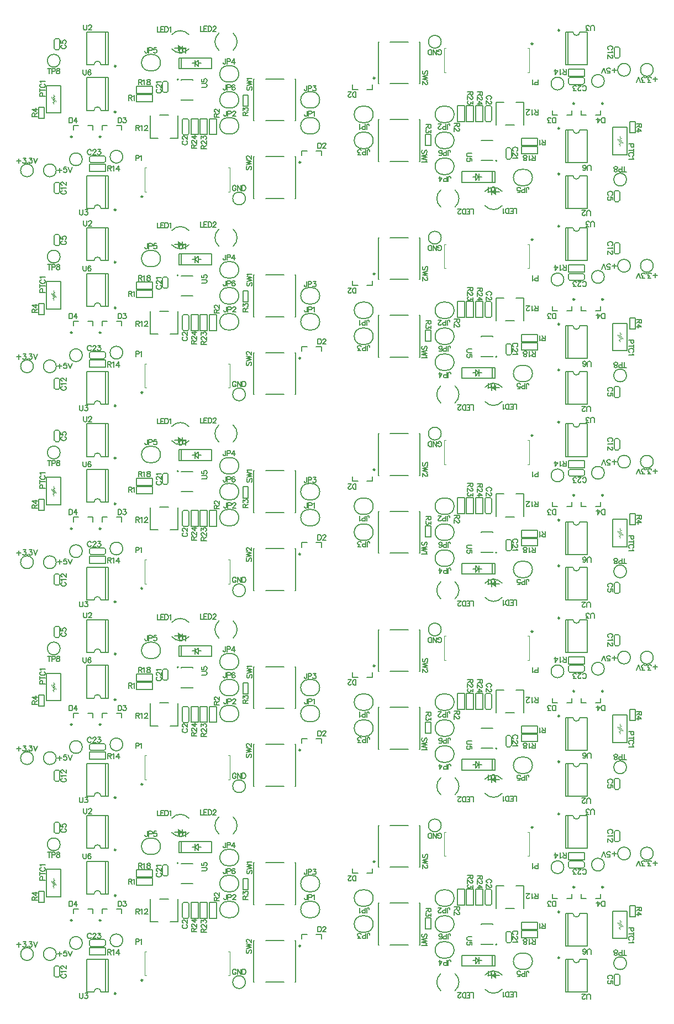
<source format=gto>
G04*
G04 #@! TF.GenerationSoftware,Altium Limited,Altium Designer,21.6.4 (81)*
G04*
G04 Layer_Color=65535*
%FSLAX43Y43*%
%MOMM*%
G71*
G04*
G04 #@! TF.SameCoordinates,07C235E3-D0D3-4C9F-B76D-DFC27EE1DA73*
G04*
G04*
G04 #@! TF.FilePolarity,Positive*
G04*
G01*
G75*
%ADD31C,0.150*%
%ADD64C,0.200*%
%ADD78C,0.250*%
%ADD79C,0.100*%
%ADD80C,0.087*%
G36*
X36400Y156000D02*
X35600Y155500D01*
Y156500D01*
X36400Y156000D01*
D02*
G37*
G36*
X84400Y133500D02*
X83600Y134000D01*
X84400Y134500D01*
Y133500D01*
D02*
G37*
G36*
X36400Y126000D02*
X35600Y125500D01*
Y126500D01*
X36400Y126000D01*
D02*
G37*
G36*
X84400Y103500D02*
X83600Y104000D01*
X84400Y104500D01*
Y103500D01*
D02*
G37*
G36*
X36400Y96000D02*
X35600Y95500D01*
Y96500D01*
X36400Y96000D01*
D02*
G37*
G36*
X84400Y73500D02*
X83600Y74000D01*
X84400Y74500D01*
Y73500D01*
D02*
G37*
G36*
X36400Y66000D02*
X35600Y65500D01*
Y66500D01*
X36400Y66000D01*
D02*
G37*
G36*
X84400Y43500D02*
X83600Y44000D01*
X84400Y44500D01*
Y43500D01*
D02*
G37*
G36*
X36400Y36000D02*
X35600Y35500D01*
Y36500D01*
X36400Y36000D01*
D02*
G37*
G36*
X84400Y13500D02*
X83600Y14000D01*
X84400Y14500D01*
Y13500D01*
D02*
G37*
D31*
X45975Y13000D02*
G03*
X45975Y13000I-975J0D01*
G01*
X55700Y25379D02*
G03*
X55700Y22871I0J-1254D01*
G01*
X56100D02*
G03*
X56100Y25379I0J1254D01*
G01*
Y26846D02*
G03*
X56100Y29354I0J1254D01*
G01*
X55700D02*
G03*
X55700Y26846I0J-1254D01*
G01*
X43700D02*
G03*
X43700Y29354I0J1254D01*
G01*
X43300D02*
G03*
X43300Y26846I0J-1254D01*
G01*
X43700Y30821D02*
G03*
X43700Y33329I0J1254D01*
G01*
X43300D02*
G03*
X43300Y30821I0J-1254D01*
G01*
X31300Y35054D02*
G03*
X31300Y32546I0J-1254D01*
G01*
X31700D02*
G03*
X31700Y35054I0J1254D01*
G01*
X37110Y22775D02*
G03*
X37325Y22990I0J215D01*
G01*
Y25010D02*
G03*
X37110Y25225I-215J0D01*
G01*
X36490D02*
G03*
X36275Y25010I0J-215D01*
G01*
Y22990D02*
G03*
X36490Y22775I215J0D01*
G01*
X33925Y29250D02*
G03*
X34125Y29450I0J200D01*
G01*
X33275D02*
G03*
X33475Y29250I200J0D01*
G01*
Y30950D02*
G03*
X33275Y30750I0J-200D01*
G01*
X34125D02*
G03*
X33925Y30950I-200J0D01*
G01*
X22075Y18690D02*
G03*
X22290Y18475I215J0D01*
G01*
X24310D02*
G03*
X24525Y18690I0J215D01*
G01*
Y19310D02*
G03*
X24310Y19525I-215J0D01*
G01*
X22290D02*
G03*
X22075Y19310I0J-215D01*
G01*
X23817Y11513D02*
G03*
X22783Y11513I-517J0D01*
G01*
X13475Y17300D02*
G03*
X13475Y17300I-975J0D01*
G01*
X16975D02*
G03*
X16975Y17300I-975J0D01*
G01*
X16875Y15485D02*
G03*
X16675Y15285I0J-200D01*
G01*
X17525D02*
G03*
X17325Y15485I-200J0D01*
G01*
Y13785D02*
G03*
X17525Y13985I0J200D01*
G01*
X16675D02*
G03*
X16875Y13785I200J0D01*
G01*
X16675Y35985D02*
G03*
X16875Y35785I200J0D01*
G01*
X17325D02*
G03*
X17525Y35985I0J200D01*
G01*
Y37285D02*
G03*
X17325Y37485I-200J0D01*
G01*
X16875D02*
G03*
X16675Y37285I0J-200D01*
G01*
X17575Y34100D02*
G03*
X17575Y34100I-975J0D01*
G01*
X23817Y26513D02*
G03*
X22783Y26513I-517J0D01*
G01*
X23817Y33513D02*
G03*
X22783Y33513I-517J0D01*
G01*
X27175Y19400D02*
G03*
X27175Y19400I-975J0D01*
G01*
X20975Y19000D02*
G03*
X20975Y19000I-975J0D01*
G01*
X43700Y22871D02*
G03*
X43700Y25379I0J1254D01*
G01*
X43300D02*
G03*
X43300Y22871I0J-1254D01*
G01*
X55700D02*
X56100D01*
X55700Y25379D02*
X56100D01*
X55700Y29354D02*
X56100D01*
X55700Y26846D02*
X56100D01*
X43300Y29354D02*
X43700D01*
X43300Y26846D02*
X43700D01*
X43300Y33329D02*
X43700D01*
X43300Y30821D02*
X43700D01*
X31300Y32546D02*
X31700D01*
X31300Y35054D02*
X31700D01*
X38775Y33700D02*
X39175D01*
X38775Y33200D02*
Y34200D01*
X37825Y33700D02*
X38250D01*
X38275D02*
X38763Y34188D01*
X38275Y33700D02*
X38763Y33213D01*
X38225Y33200D02*
Y34200D01*
X36175Y34525D02*
X40825D01*
X36175Y32875D02*
X40825D01*
X36175D02*
Y34525D01*
X40825Y32875D02*
Y34525D01*
X35800Y32875D02*
Y34525D01*
X36175D01*
X35800Y32875D02*
X36175D01*
X35100Y36000D02*
X36900D01*
X36300Y35600D02*
Y36400D01*
X41550Y22780D02*
Y25220D01*
X40450Y22780D02*
X41550D01*
X40450D02*
Y25220D01*
X41550D01*
X40150Y22780D02*
Y25220D01*
X39050Y22780D02*
X40150D01*
X39050D02*
Y25220D01*
X40150D01*
X37325Y22990D02*
Y25010D01*
X36490Y22775D02*
X37110D01*
X36490Y25225D02*
X37110D01*
X36275Y22990D02*
Y25010D01*
X45580Y28850D02*
X46420D01*
X45580Y27150D02*
Y28850D01*
Y27150D02*
X46420D01*
Y28850D01*
X49050Y24900D02*
X51850D01*
X47250Y25000D02*
Y31300D01*
X47350D01*
X49050D02*
X51850D01*
X47250Y24900D02*
Y25000D01*
Y24900D02*
X47350D01*
X53550Y31300D02*
X53650D01*
Y24900D02*
Y31300D01*
X53550Y24900D02*
X53650D01*
X47250Y19400D02*
X47350D01*
X47250Y13000D02*
Y19400D01*
Y13000D02*
X47350D01*
X53550Y19400D02*
X53650D01*
Y19300D02*
Y19400D01*
X49050Y13000D02*
X51850D01*
X53550D02*
X53650D01*
Y19300D01*
X49050Y19400D02*
X51850D01*
X33475Y29250D02*
X33925D01*
X33275Y29450D02*
Y30750D01*
X33475Y30950D02*
X33925D01*
X34125Y29450D02*
Y30750D01*
X31720Y29085D02*
Y30185D01*
X29280D02*
X31720D01*
X29280Y29085D02*
Y30185D01*
Y29085D02*
X31720D01*
Y27815D02*
Y28915D01*
X29280D02*
X31720D01*
X29280Y27815D02*
Y28915D01*
Y27815D02*
X31720D01*
X22290Y18475D02*
X24310D01*
X22075Y18690D02*
Y19310D01*
X24525Y18690D02*
Y19310D01*
X22290Y19525D02*
X24310D01*
X22080Y18250D02*
X24520D01*
Y17150D02*
Y18250D01*
X22080Y17150D02*
X24520D01*
X22080D02*
Y18250D01*
X24575Y11500D02*
Y16500D01*
X24950Y11500D02*
Y16500D01*
X23817Y11500D02*
X24950D01*
X21650Y16500D02*
X24950D01*
X21650Y11500D02*
Y16500D01*
Y11500D02*
X22783D01*
X16875Y15485D02*
X17325D01*
X17525Y13985D02*
Y15285D01*
X16875Y13785D02*
X17325D01*
X16675Y13985D02*
Y15285D01*
X15500Y26100D02*
X17700D01*
Y30300D01*
X15500Y26100D02*
Y30300D01*
X17700D01*
X14280Y25250D02*
Y26950D01*
X15120D01*
Y25250D02*
Y26950D01*
X14280Y25250D02*
X15120D01*
X16675Y35985D02*
Y37285D01*
X16875Y35785D02*
X17325D01*
X17525Y35985D02*
Y37285D01*
X16875Y37485D02*
X17325D01*
X21650Y26500D02*
X22783D01*
X21650D02*
Y31500D01*
X24950D01*
X23817Y26500D02*
X24950D01*
Y31500D01*
X24575Y26500D02*
Y31500D01*
X21650Y33500D02*
X22783D01*
X21650D02*
Y38500D01*
X24950D01*
X23817Y33500D02*
X24950D01*
Y38500D01*
X24575Y33500D02*
Y38500D01*
X38750Y22780D02*
Y25220D01*
X37650Y22780D02*
X38750D01*
X37650D02*
Y25220D01*
X38750D01*
X43300Y25379D02*
X43700D01*
X43300Y22871D02*
X43700D01*
X44551Y14809D02*
X44512Y14886D01*
X44436Y14962D01*
X44360Y15000D01*
X44208D01*
X44132Y14962D01*
X44055Y14886D01*
X44017Y14809D01*
X43979Y14695D01*
Y14505D01*
X44017Y14391D01*
X44055Y14314D01*
X44132Y14238D01*
X44208Y14200D01*
X44360D01*
X44436Y14238D01*
X44512Y14314D01*
X44551Y14391D01*
Y14505D01*
X44360D02*
X44551D01*
X44733Y15000D02*
Y14200D01*
Y15000D02*
X45267Y14200D01*
Y15000D02*
Y14200D01*
X45488Y15000D02*
Y14200D01*
Y15000D02*
X45754D01*
X45868Y14962D01*
X45945Y14886D01*
X45983Y14809D01*
X46021Y14695D01*
Y14505D01*
X45983Y14391D01*
X45945Y14314D01*
X45868Y14238D01*
X45754Y14200D01*
X45488D01*
X30965Y36100D02*
Y35491D01*
X30927Y35376D01*
X30889Y35338D01*
X30813Y35300D01*
X30736D01*
X30660Y35338D01*
X30622Y35376D01*
X30584Y35491D01*
Y35567D01*
X31171Y35681D02*
X31513D01*
X31628Y35719D01*
X31666Y35757D01*
X31704Y35833D01*
Y35948D01*
X31666Y36024D01*
X31628Y36062D01*
X31513Y36100D01*
X31171D01*
Y35300D01*
X32340Y36100D02*
X31959D01*
X31921Y35757D01*
X31959Y35795D01*
X32073Y35833D01*
X32187D01*
X32302Y35795D01*
X32378Y35719D01*
X32416Y35605D01*
Y35529D01*
X32378Y35414D01*
X32302Y35338D01*
X32187Y35300D01*
X32073D01*
X31959Y35338D01*
X31921Y35376D01*
X31883Y35452D01*
X17521Y17686D02*
Y17000D01*
X17178Y17343D02*
X17864D01*
X18557Y17800D02*
X18176D01*
X18138Y17457D01*
X18176Y17495D01*
X18290Y17533D01*
X18405D01*
X18519Y17495D01*
X18595Y17419D01*
X18633Y17305D01*
Y17229D01*
X18595Y17114D01*
X18519Y17038D01*
X18405Y17000D01*
X18290D01*
X18176Y17038D01*
X18138Y17076D01*
X18100Y17152D01*
X18812Y17800D02*
X19117Y17000D01*
X19422Y17800D02*
X19117Y17000D01*
X11239Y19086D02*
Y18400D01*
X10897Y18743D02*
X11582D01*
X11894Y19200D02*
X12313D01*
X12085Y18895D01*
X12199D01*
X12275Y18857D01*
X12313Y18819D01*
X12351Y18705D01*
Y18629D01*
X12313Y18514D01*
X12237Y18438D01*
X12123Y18400D01*
X12009D01*
X11894Y18438D01*
X11856Y18476D01*
X11818Y18552D01*
X12569Y18476D02*
X12530Y18438D01*
X12569Y18400D01*
X12607Y18438D01*
X12569Y18476D01*
X12858Y19200D02*
X13277D01*
X13048Y18895D01*
X13163D01*
X13239Y18857D01*
X13277Y18819D01*
X13315Y18705D01*
Y18629D01*
X13277Y18514D01*
X13201Y18438D01*
X13087Y18400D01*
X12972D01*
X12858Y18438D01*
X12820Y18476D01*
X12782Y18552D01*
X13494Y19200D02*
X13799Y18400D01*
X14103Y19200D02*
X13799Y18400D01*
X15930Y32900D02*
Y32100D01*
X15663Y32900D02*
X16196D01*
X16292Y32481D02*
X16634D01*
X16749Y32519D01*
X16787Y32557D01*
X16825Y32633D01*
Y32748D01*
X16787Y32824D01*
X16749Y32862D01*
X16634Y32900D01*
X16292D01*
Y32100D01*
X17194Y32900D02*
X17080Y32862D01*
X17042Y32786D01*
Y32709D01*
X17080Y32633D01*
X17156Y32595D01*
X17308Y32557D01*
X17423Y32519D01*
X17499Y32443D01*
X17537Y32367D01*
Y32252D01*
X17499Y32176D01*
X17461Y32138D01*
X17347Y32100D01*
X17194D01*
X17080Y32138D01*
X17042Y32176D01*
X17004Y32252D01*
Y32367D01*
X17042Y32443D01*
X17118Y32519D01*
X17232Y32557D01*
X17385Y32595D01*
X17461Y32633D01*
X17499Y32709D01*
Y32786D01*
X17461Y32862D01*
X17347Y32900D01*
X17194D01*
X29149Y19181D02*
X29491D01*
X29606Y19219D01*
X29644Y19257D01*
X29682Y19333D01*
Y19448D01*
X29644Y19524D01*
X29606Y19562D01*
X29491Y19600D01*
X29149D01*
Y18800D01*
X29861Y19448D02*
X29937Y19486D01*
X30051Y19600D01*
Y18800D01*
X21156Y39600D02*
Y39029D01*
X21194Y38914D01*
X21271Y38838D01*
X21385Y38800D01*
X21461D01*
X21575Y38838D01*
X21651Y38914D01*
X21690Y39029D01*
Y39600D01*
X21949Y39409D02*
Y39448D01*
X21987Y39524D01*
X22025Y39562D01*
X22101Y39600D01*
X22253D01*
X22329Y39562D01*
X22368Y39524D01*
X22406Y39448D01*
Y39371D01*
X22368Y39295D01*
X22291Y39181D01*
X21910Y38800D01*
X22444D01*
X17891Y36507D02*
X17814Y36469D01*
X17738Y36392D01*
X17700Y36316D01*
Y36164D01*
X17738Y36088D01*
X17814Y36012D01*
X17891Y35973D01*
X18005Y35935D01*
X18195D01*
X18309Y35973D01*
X18386Y36012D01*
X18462Y36088D01*
X18500Y36164D01*
Y36316D01*
X18462Y36392D01*
X18386Y36469D01*
X18309Y36507D01*
X17700Y37188D02*
Y36808D01*
X18043Y36770D01*
X18005Y36808D01*
X17967Y36922D01*
Y37036D01*
X18005Y37150D01*
X18081Y37227D01*
X18195Y37265D01*
X18271D01*
X18386Y37227D01*
X18462Y37150D01*
X18500Y37036D01*
Y36922D01*
X18462Y36808D01*
X18424Y36770D01*
X18348Y36731D01*
X21075Y32700D02*
Y32129D01*
X21113Y32014D01*
X21190Y31938D01*
X21304Y31900D01*
X21380D01*
X21494Y31938D01*
X21571Y32014D01*
X21609Y32129D01*
Y32700D01*
X22287Y32586D02*
X22248Y32662D01*
X22134Y32700D01*
X22058D01*
X21944Y32662D01*
X21868Y32548D01*
X21830Y32357D01*
Y32167D01*
X21868Y32014D01*
X21944Y31938D01*
X22058Y31900D01*
X22096D01*
X22210Y31938D01*
X22287Y32014D01*
X22325Y32129D01*
Y32167D01*
X22287Y32281D01*
X22210Y32357D01*
X22096Y32395D01*
X22058D01*
X21944Y32357D01*
X21868Y32281D01*
X21830Y32167D01*
X39300Y30056D02*
X39871D01*
X39986Y30094D01*
X40062Y30171D01*
X40100Y30285D01*
Y30361D01*
X40062Y30475D01*
X39986Y30551D01*
X39871Y30590D01*
X39300D01*
Y31268D02*
Y30887D01*
X39643Y30849D01*
X39605Y30887D01*
X39567Y31001D01*
Y31115D01*
X39605Y31229D01*
X39681Y31306D01*
X39795Y31344D01*
X39871D01*
X39986Y31306D01*
X40062Y31229D01*
X40100Y31115D01*
Y31001D01*
X40062Y30887D01*
X40024Y30849D01*
X39948Y30810D01*
X20556Y11300D02*
Y10729D01*
X20594Y10614D01*
X20671Y10538D01*
X20785Y10500D01*
X20861D01*
X20975Y10538D01*
X21051Y10614D01*
X21090Y10729D01*
Y11300D01*
X21387D02*
X21806D01*
X21577Y10995D01*
X21691D01*
X21767Y10957D01*
X21806Y10919D01*
X21844Y10805D01*
Y10729D01*
X21806Y10614D01*
X21729Y10538D01*
X21615Y10500D01*
X21501D01*
X21387Y10538D01*
X21349Y10576D01*
X21310Y10652D01*
X46214Y17950D02*
X46138Y17873D01*
X46100Y17759D01*
Y17607D01*
X46138Y17493D01*
X46214Y17416D01*
X46291D01*
X46367Y17455D01*
X46405Y17493D01*
X46443Y17569D01*
X46519Y17797D01*
X46557Y17873D01*
X46595Y17912D01*
X46671Y17950D01*
X46786D01*
X46862Y17873D01*
X46900Y17759D01*
Y17607D01*
X46862Y17493D01*
X46786Y17416D01*
X46100Y18129D02*
X46900Y18319D01*
X46100Y18510D02*
X46900Y18319D01*
X46100Y18510D02*
X46900Y18700D01*
X46100Y18890D02*
X46900Y18700D01*
X46291Y19088D02*
X46252D01*
X46176Y19127D01*
X46138Y19165D01*
X46100Y19241D01*
Y19393D01*
X46138Y19469D01*
X46176Y19507D01*
X46252Y19545D01*
X46329D01*
X46405Y19507D01*
X46519Y19431D01*
X46900Y19050D01*
Y19584D01*
X46314Y30121D02*
X46238Y30045D01*
X46200Y29931D01*
Y29778D01*
X46238Y29664D01*
X46314Y29588D01*
X46391D01*
X46467Y29626D01*
X46505Y29664D01*
X46543Y29740D01*
X46619Y29969D01*
X46657Y30045D01*
X46695Y30083D01*
X46771Y30121D01*
X46886D01*
X46962Y30045D01*
X47000Y29931D01*
Y29778D01*
X46962Y29664D01*
X46886Y29588D01*
X46200Y30300D02*
X47000Y30490D01*
X46200Y30681D02*
X47000Y30490D01*
X46200Y30681D02*
X47000Y30871D01*
X46200Y31062D02*
X47000Y30871D01*
X46352Y31222D02*
X46314Y31298D01*
X46200Y31412D01*
X47000D01*
X37700Y20702D02*
X38500D01*
X37700D02*
Y21045D01*
X37738Y21159D01*
X37776Y21197D01*
X37852Y21235D01*
X37929D01*
X38005Y21197D01*
X38043Y21159D01*
X38081Y21045D01*
Y20702D01*
Y20969D02*
X38500Y21235D01*
X37891Y21452D02*
X37852D01*
X37776Y21491D01*
X37738Y21529D01*
X37700Y21605D01*
Y21757D01*
X37738Y21833D01*
X37776Y21871D01*
X37852Y21909D01*
X37929D01*
X38005Y21871D01*
X38119Y21795D01*
X38500Y21414D01*
Y21948D01*
X37700Y22507D02*
X38233Y22127D01*
Y22698D01*
X37700Y22507D02*
X38500D01*
X39200Y20621D02*
X40000D01*
X39200D02*
Y20964D01*
X39238Y21078D01*
X39276Y21116D01*
X39352Y21154D01*
X39429D01*
X39505Y21116D01*
X39543Y21078D01*
X39581Y20964D01*
Y20621D01*
Y20888D02*
X40000Y21154D01*
X39391Y21371D02*
X39352D01*
X39276Y21410D01*
X39238Y21448D01*
X39200Y21524D01*
Y21676D01*
X39238Y21752D01*
X39276Y21790D01*
X39352Y21829D01*
X39429D01*
X39505Y21790D01*
X39619Y21714D01*
X40000Y21333D01*
Y21867D01*
X39200Y22122D02*
Y22541D01*
X39505Y22312D01*
Y22427D01*
X39543Y22503D01*
X39581Y22541D01*
X39695Y22579D01*
X39771D01*
X39886Y22541D01*
X39962Y22465D01*
X40000Y22350D01*
Y22236D01*
X39962Y22122D01*
X39924Y22084D01*
X39848Y22046D01*
X29584Y31200D02*
Y30400D01*
Y31200D02*
X29927D01*
X30041Y31162D01*
X30079Y31124D01*
X30117Y31048D01*
Y30971D01*
X30079Y30895D01*
X30041Y30857D01*
X29927Y30819D01*
X29584D01*
X29851D02*
X30117Y30400D01*
X30296Y31048D02*
X30372Y31086D01*
X30487Y31200D01*
Y30400D01*
X31073Y31200D02*
X30959Y31162D01*
X30921Y31086D01*
Y31009D01*
X30959Y30933D01*
X31035Y30895D01*
X31187Y30857D01*
X31302Y30819D01*
X31378Y30743D01*
X31416Y30667D01*
Y30552D01*
X31378Y30476D01*
X31340Y30438D01*
X31226Y30400D01*
X31073D01*
X30959Y30438D01*
X30921Y30476D01*
X30883Y30552D01*
Y30667D01*
X30921Y30743D01*
X30997Y30819D01*
X31111Y30857D01*
X31264Y30895D01*
X31340Y30933D01*
X31378Y31009D01*
Y31086D01*
X31340Y31162D01*
X31226Y31200D01*
X31073D01*
X24865Y18000D02*
Y17200D01*
Y18000D02*
X25208D01*
X25322Y17962D01*
X25360Y17924D01*
X25398Y17848D01*
Y17771D01*
X25360Y17695D01*
X25322Y17657D01*
X25208Y17619D01*
X24865D01*
X25132D02*
X25398Y17200D01*
X25577Y17848D02*
X25653Y17886D01*
X25768Y18000D01*
Y17200D01*
X26545Y18000D02*
X26164Y17467D01*
X26735D01*
X26545Y18000D02*
Y17200D01*
X29184Y24200D02*
Y23400D01*
Y24200D02*
X29527D01*
X29641Y24162D01*
X29679Y24124D01*
X29717Y24048D01*
Y23971D01*
X29679Y23895D01*
X29641Y23857D01*
X29527Y23819D01*
X29184D01*
X29451D02*
X29717Y23400D01*
X29896Y24048D02*
X29972Y24086D01*
X30087Y24200D01*
Y23400D01*
X30521Y24009D02*
Y24048D01*
X30559Y24124D01*
X30597Y24162D01*
X30673Y24200D01*
X30826D01*
X30902Y24162D01*
X30940Y24124D01*
X30978Y24048D01*
Y23971D01*
X30940Y23895D01*
X30864Y23781D01*
X30483Y23400D01*
X31016D01*
X13300Y25558D02*
X14100D01*
X13300D02*
Y25901D01*
X13338Y26015D01*
X13376Y26053D01*
X13452Y26091D01*
X13529D01*
X13605Y26053D01*
X13643Y26015D01*
X13681Y25901D01*
Y25558D01*
Y25825D02*
X14100Y26091D01*
X13300Y26651D02*
X13833Y26270D01*
Y26842D01*
X13300Y26651D02*
X14100D01*
X45600Y25677D02*
X46400D01*
X45600D02*
Y26020D01*
X45638Y26134D01*
X45676Y26172D01*
X45752Y26211D01*
X45829D01*
X45905Y26172D01*
X45943Y26134D01*
X45981Y26020D01*
Y25677D01*
Y25944D02*
X46400Y26211D01*
X45600Y26466D02*
Y26885D01*
X45905Y26656D01*
Y26770D01*
X45943Y26847D01*
X45981Y26885D01*
X46095Y26923D01*
X46171D01*
X46286Y26885D01*
X46362Y26808D01*
X46400Y26694D01*
Y26580D01*
X46362Y26466D01*
X46324Y26428D01*
X46248Y26390D01*
X41200Y25477D02*
X42000D01*
X41200D02*
Y25820D01*
X41238Y25934D01*
X41276Y25972D01*
X41352Y26011D01*
X41429D01*
X41505Y25972D01*
X41543Y25934D01*
X41581Y25820D01*
Y25477D01*
Y25744D02*
X42000Y26011D01*
X41391Y26228D02*
X41352D01*
X41276Y26266D01*
X41238Y26304D01*
X41200Y26380D01*
Y26532D01*
X41238Y26608D01*
X41276Y26647D01*
X41352Y26685D01*
X41429D01*
X41505Y26647D01*
X41619Y26570D01*
X42000Y26190D01*
Y26723D01*
X28049Y28800D02*
Y28000D01*
Y28800D02*
X28391D01*
X28506Y28762D01*
X28544Y28724D01*
X28582Y28648D01*
Y28571D01*
X28544Y28495D01*
X28506Y28457D01*
X28391Y28419D01*
X28049D01*
X28315D02*
X28582Y28000D01*
X28761Y28648D02*
X28837Y28686D01*
X28951Y28800D01*
Y28000D01*
X14919Y28636D02*
Y28979D01*
X14881Y29094D01*
X14843Y29132D01*
X14767Y29170D01*
X14652D01*
X14576Y29132D01*
X14538Y29094D01*
X14500Y28979D01*
Y28636D01*
X15300D01*
X14500Y29615D02*
X15300D01*
X14500Y29349D02*
Y29882D01*
X14691Y30548D02*
X14614Y30510D01*
X14538Y30434D01*
X14500Y30358D01*
Y30206D01*
X14538Y30129D01*
X14614Y30053D01*
X14691Y30015D01*
X14805Y29977D01*
X14995D01*
X15109Y30015D01*
X15186Y30053D01*
X15262Y30129D01*
X15300Y30206D01*
Y30358D01*
X15262Y30434D01*
X15186Y30510D01*
X15109Y30548D01*
X14652Y30773D02*
X14614Y30849D01*
X14500Y30964D01*
X15300D01*
X39091Y39400D02*
Y38600D01*
X39548D01*
X40131Y39400D02*
X39635D01*
Y38600D01*
X40131D01*
X39635Y39019D02*
X39940D01*
X40264Y39400D02*
Y38600D01*
Y39400D02*
X40530D01*
X40645Y39362D01*
X40721Y39286D01*
X40759Y39209D01*
X40797Y39095D01*
Y38905D01*
X40759Y38791D01*
X40721Y38714D01*
X40645Y38638D01*
X40530Y38600D01*
X40264D01*
X41014Y39209D02*
Y39248D01*
X41052Y39324D01*
X41090Y39362D01*
X41166Y39400D01*
X41319D01*
X41395Y39362D01*
X41433Y39324D01*
X41471Y39248D01*
Y39171D01*
X41433Y39095D01*
X41357Y38981D01*
X40976Y38600D01*
X41509D01*
X32462Y39300D02*
Y38500D01*
X32919D01*
X33502Y39300D02*
X33007D01*
Y38500D01*
X33502D01*
X33007Y38919D02*
X33311D01*
X33635Y39300D02*
Y38500D01*
Y39300D02*
X33902D01*
X34016Y39262D01*
X34092Y39186D01*
X34130Y39109D01*
X34168Y38995D01*
Y38805D01*
X34130Y38691D01*
X34092Y38614D01*
X34016Y38538D01*
X33902Y38500D01*
X33635D01*
X34347Y39148D02*
X34424Y39186D01*
X34538Y39300D01*
Y38500D01*
X42984Y30400D02*
Y29791D01*
X42946Y29676D01*
X42908Y29638D01*
X42832Y29600D01*
X42755D01*
X42679Y29638D01*
X42641Y29676D01*
X42603Y29791D01*
Y29867D01*
X43190Y29981D02*
X43532D01*
X43647Y30019D01*
X43685Y30057D01*
X43723Y30133D01*
Y30248D01*
X43685Y30324D01*
X43647Y30362D01*
X43532Y30400D01*
X43190D01*
Y29600D01*
X44359Y30286D02*
X44321Y30362D01*
X44207Y30400D01*
X44130D01*
X44016Y30362D01*
X43940Y30248D01*
X43902Y30057D01*
Y29867D01*
X43940Y29714D01*
X44016Y29638D01*
X44130Y29600D01*
X44168D01*
X44283Y29638D01*
X44359Y29714D01*
X44397Y29829D01*
Y29867D01*
X44359Y29981D01*
X44283Y30057D01*
X44168Y30095D01*
X44130D01*
X44016Y30057D01*
X43940Y29981D01*
X43902Y29867D01*
X42946Y34400D02*
Y33791D01*
X42908Y33676D01*
X42870Y33638D01*
X42793Y33600D01*
X42717D01*
X42641Y33638D01*
X42603Y33676D01*
X42565Y33791D01*
Y33867D01*
X43152Y33981D02*
X43494D01*
X43609Y34019D01*
X43647Y34057D01*
X43685Y34133D01*
Y34248D01*
X43647Y34324D01*
X43609Y34362D01*
X43494Y34400D01*
X43152D01*
Y33600D01*
X44245Y34400D02*
X43864Y33867D01*
X44435D01*
X44245Y34400D02*
Y33600D01*
X55365Y30300D02*
Y29691D01*
X55327Y29576D01*
X55289Y29538D01*
X55213Y29500D01*
X55136D01*
X55060Y29538D01*
X55022Y29576D01*
X54984Y29691D01*
Y29767D01*
X55571Y29881D02*
X55913D01*
X56028Y29919D01*
X56066Y29957D01*
X56104Y30033D01*
Y30148D01*
X56066Y30224D01*
X56028Y30262D01*
X55913Y30300D01*
X55571D01*
Y29500D01*
X56359Y30300D02*
X56778D01*
X56549Y29995D01*
X56664D01*
X56740Y29957D01*
X56778Y29919D01*
X56816Y29805D01*
Y29729D01*
X56778Y29614D01*
X56702Y29538D01*
X56587Y29500D01*
X56473D01*
X56359Y29538D01*
X56321Y29576D01*
X56283Y29652D01*
X43065Y26400D02*
Y25791D01*
X43027Y25676D01*
X42989Y25638D01*
X42913Y25600D01*
X42836D01*
X42760Y25638D01*
X42722Y25676D01*
X42684Y25791D01*
Y25867D01*
X43271Y25981D02*
X43613D01*
X43728Y26019D01*
X43766Y26057D01*
X43804Y26133D01*
Y26248D01*
X43766Y26324D01*
X43728Y26362D01*
X43613Y26400D01*
X43271D01*
Y25600D01*
X44021Y26209D02*
Y26248D01*
X44059Y26324D01*
X44097Y26362D01*
X44173Y26400D01*
X44326D01*
X44402Y26362D01*
X44440Y26324D01*
X44478Y26248D01*
Y26171D01*
X44440Y26095D01*
X44364Y25981D01*
X43983Y25600D01*
X44516D01*
X55436Y26400D02*
Y25791D01*
X55398Y25676D01*
X55360Y25638D01*
X55284Y25600D01*
X55208D01*
X55132Y25638D01*
X55093Y25676D01*
X55055Y25791D01*
Y25867D01*
X55642Y25981D02*
X55985D01*
X56099Y26019D01*
X56137Y26057D01*
X56175Y26133D01*
Y26248D01*
X56137Y26324D01*
X56099Y26362D01*
X55985Y26400D01*
X55642D01*
Y25600D01*
X56354Y26248D02*
X56430Y26286D01*
X56545Y26400D01*
Y25600D01*
X18958Y25400D02*
Y24600D01*
Y25400D02*
X19225D01*
X19339Y25362D01*
X19415Y25286D01*
X19453Y25209D01*
X19491Y25095D01*
Y24905D01*
X19453Y24791D01*
X19415Y24714D01*
X19339Y24638D01*
X19225Y24600D01*
X18958D01*
X20051Y25400D02*
X19670Y24867D01*
X20242D01*
X20051Y25400D02*
Y24600D01*
X26477Y25400D02*
Y24600D01*
Y25400D02*
X26744D01*
X26858Y25362D01*
X26934Y25286D01*
X26972Y25209D01*
X27010Y25095D01*
Y24905D01*
X26972Y24791D01*
X26934Y24714D01*
X26858Y24638D01*
X26744Y24600D01*
X26477D01*
X27266Y25400D02*
X27685D01*
X27456Y25095D01*
X27570D01*
X27647Y25057D01*
X27685Y25019D01*
X27723Y24905D01*
Y24829D01*
X27685Y24714D01*
X27608Y24638D01*
X27494Y24600D01*
X27380D01*
X27266Y24638D01*
X27228Y24676D01*
X27190Y24752D01*
X57077Y21500D02*
Y20700D01*
Y21500D02*
X57344D01*
X57458Y21462D01*
X57534Y21386D01*
X57572Y21309D01*
X57611Y21195D01*
Y21005D01*
X57572Y20891D01*
X57534Y20814D01*
X57458Y20738D01*
X57344Y20700D01*
X57077D01*
X57828Y21309D02*
Y21348D01*
X57866Y21424D01*
X57904Y21462D01*
X57980Y21500D01*
X58132D01*
X58208Y21462D01*
X58247Y21424D01*
X58285Y21348D01*
Y21271D01*
X58247Y21195D01*
X58170Y21081D01*
X57790Y20700D01*
X58323D01*
X35872Y36058D02*
Y35258D01*
Y36058D02*
X36139D01*
X36253Y36020D01*
X36329Y35944D01*
X36368Y35868D01*
X36406Y35754D01*
Y35563D01*
X36368Y35449D01*
X36329Y35373D01*
X36253Y35297D01*
X36139Y35258D01*
X35872D01*
X36585Y35906D02*
X36661Y35944D01*
X36775Y36058D01*
Y35258D01*
X22351Y20309D02*
X22312Y20386D01*
X22236Y20462D01*
X22160Y20500D01*
X22008D01*
X21932Y20462D01*
X21855Y20386D01*
X21817Y20309D01*
X21779Y20195D01*
Y20005D01*
X21817Y19891D01*
X21855Y19814D01*
X21932Y19738D01*
X22008Y19700D01*
X22160D01*
X22236Y19738D01*
X22312Y19814D01*
X22351Y19891D01*
X22613Y20309D02*
Y20348D01*
X22651Y20424D01*
X22690Y20462D01*
X22766Y20500D01*
X22918D01*
X22994Y20462D01*
X23032Y20424D01*
X23070Y20348D01*
Y20271D01*
X23032Y20195D01*
X22956Y20081D01*
X22575Y19700D01*
X23109D01*
X23364Y20500D02*
X23783D01*
X23554Y20195D01*
X23668D01*
X23745Y20157D01*
X23783Y20119D01*
X23821Y20005D01*
Y19929D01*
X23783Y19814D01*
X23706Y19738D01*
X23592Y19700D01*
X23478D01*
X23364Y19738D01*
X23326Y19776D01*
X23288Y19852D01*
X32491Y29722D02*
X32414Y29684D01*
X32338Y29608D01*
X32300Y29532D01*
Y29379D01*
X32338Y29303D01*
X32414Y29227D01*
X32491Y29189D01*
X32605Y29151D01*
X32795D01*
X32909Y29189D01*
X32986Y29227D01*
X33062Y29303D01*
X33100Y29379D01*
Y29532D01*
X33062Y29608D01*
X32986Y29684D01*
X32909Y29722D01*
X32491Y29985D02*
X32452D01*
X32376Y30023D01*
X32338Y30061D01*
X32300Y30137D01*
Y30289D01*
X32338Y30366D01*
X32376Y30404D01*
X32452Y30442D01*
X32529D01*
X32605Y30404D01*
X32719Y30328D01*
X33100Y29947D01*
Y30480D01*
X32452Y30659D02*
X32414Y30735D01*
X32300Y30849D01*
X33100D01*
X17891Y14213D02*
X17814Y14175D01*
X17738Y14099D01*
X17700Y14023D01*
Y13871D01*
X17738Y13794D01*
X17814Y13718D01*
X17891Y13680D01*
X18005Y13642D01*
X18195D01*
X18309Y13680D01*
X18386Y13718D01*
X18462Y13794D01*
X18500Y13871D01*
Y14023D01*
X18462Y14099D01*
X18386Y14175D01*
X18309Y14213D01*
X17852Y14438D02*
X17814Y14514D01*
X17700Y14629D01*
X18500D01*
X17891Y15063D02*
X17852D01*
X17776Y15101D01*
X17738Y15139D01*
X17700Y15215D01*
Y15367D01*
X17738Y15444D01*
X17776Y15482D01*
X17852Y15520D01*
X17929D01*
X18005Y15482D01*
X18119Y15406D01*
X18500Y15025D01*
Y15558D01*
X36491Y21807D02*
X36414Y21769D01*
X36338Y21692D01*
X36300Y21616D01*
Y21464D01*
X36338Y21388D01*
X36414Y21312D01*
X36491Y21273D01*
X36605Y21235D01*
X36795D01*
X36909Y21273D01*
X36986Y21312D01*
X37062Y21388D01*
X37100Y21464D01*
Y21616D01*
X37062Y21692D01*
X36986Y21769D01*
X36909Y21807D01*
X36491Y22069D02*
X36452D01*
X36376Y22108D01*
X36338Y22146D01*
X36300Y22222D01*
Y22374D01*
X36338Y22450D01*
X36376Y22488D01*
X36452Y22527D01*
X36529D01*
X36605Y22488D01*
X36719Y22412D01*
X37100Y22031D01*
Y22565D01*
X45975Y43000D02*
G03*
X45975Y43000I-975J0D01*
G01*
X55700Y55379D02*
G03*
X55700Y52871I0J-1254D01*
G01*
X56100D02*
G03*
X56100Y55379I0J1254D01*
G01*
Y56846D02*
G03*
X56100Y59354I0J1254D01*
G01*
X55700D02*
G03*
X55700Y56846I0J-1254D01*
G01*
X43700D02*
G03*
X43700Y59354I0J1254D01*
G01*
X43300D02*
G03*
X43300Y56846I0J-1254D01*
G01*
X43700Y60821D02*
G03*
X43700Y63329I0J1254D01*
G01*
X43300D02*
G03*
X43300Y60821I0J-1254D01*
G01*
X31300Y65054D02*
G03*
X31300Y62546I0J-1254D01*
G01*
X31700D02*
G03*
X31700Y65054I0J1254D01*
G01*
X37110Y52775D02*
G03*
X37325Y52990I0J215D01*
G01*
Y55010D02*
G03*
X37110Y55225I-215J0D01*
G01*
X36490D02*
G03*
X36275Y55010I0J-215D01*
G01*
Y52990D02*
G03*
X36490Y52775I215J0D01*
G01*
X33925Y59250D02*
G03*
X34125Y59450I0J200D01*
G01*
X33275D02*
G03*
X33475Y59250I200J0D01*
G01*
Y60950D02*
G03*
X33275Y60750I0J-200D01*
G01*
X34125D02*
G03*
X33925Y60950I-200J0D01*
G01*
X22075Y48690D02*
G03*
X22290Y48475I215J0D01*
G01*
X24310D02*
G03*
X24525Y48690I0J215D01*
G01*
Y49310D02*
G03*
X24310Y49525I-215J0D01*
G01*
X22290D02*
G03*
X22075Y49310I0J-215D01*
G01*
X23817Y41513D02*
G03*
X22783Y41513I-517J0D01*
G01*
X13475Y47300D02*
G03*
X13475Y47300I-975J0D01*
G01*
X16975D02*
G03*
X16975Y47300I-975J0D01*
G01*
X16875Y45485D02*
G03*
X16675Y45285I0J-200D01*
G01*
X17525D02*
G03*
X17325Y45485I-200J0D01*
G01*
Y43785D02*
G03*
X17525Y43985I0J200D01*
G01*
X16675D02*
G03*
X16875Y43785I200J0D01*
G01*
X16675Y65985D02*
G03*
X16875Y65785I200J0D01*
G01*
X17325D02*
G03*
X17525Y65985I0J200D01*
G01*
Y67285D02*
G03*
X17325Y67485I-200J0D01*
G01*
X16875D02*
G03*
X16675Y67285I0J-200D01*
G01*
X17575Y64100D02*
G03*
X17575Y64100I-975J0D01*
G01*
X23817Y56513D02*
G03*
X22783Y56513I-517J0D01*
G01*
X23817Y63513D02*
G03*
X22783Y63513I-517J0D01*
G01*
X27175Y49400D02*
G03*
X27175Y49400I-975J0D01*
G01*
X20975Y49000D02*
G03*
X20975Y49000I-975J0D01*
G01*
X43700Y52871D02*
G03*
X43700Y55379I0J1254D01*
G01*
X43300D02*
G03*
X43300Y52871I0J-1254D01*
G01*
X55700D02*
X56100D01*
X55700Y55379D02*
X56100D01*
X55700Y59354D02*
X56100D01*
X55700Y56846D02*
X56100D01*
X43300Y59354D02*
X43700D01*
X43300Y56846D02*
X43700D01*
X43300Y63329D02*
X43700D01*
X43300Y60821D02*
X43700D01*
X31300Y62546D02*
X31700D01*
X31300Y65054D02*
X31700D01*
X38775Y63700D02*
X39175D01*
X38775Y63200D02*
Y64200D01*
X37825Y63700D02*
X38250D01*
X38275D02*
X38763Y64188D01*
X38275Y63700D02*
X38763Y63213D01*
X38225Y63200D02*
Y64200D01*
X36175Y64525D02*
X40825D01*
X36175Y62875D02*
X40825D01*
X36175D02*
Y64525D01*
X40825Y62875D02*
Y64525D01*
X35800Y62875D02*
Y64525D01*
X36175D01*
X35800Y62875D02*
X36175D01*
X35100Y66000D02*
X36900D01*
X36300Y65600D02*
Y66400D01*
X41550Y52780D02*
Y55220D01*
X40450Y52780D02*
X41550D01*
X40450D02*
Y55220D01*
X41550D01*
X40150Y52780D02*
Y55220D01*
X39050Y52780D02*
X40150D01*
X39050D02*
Y55220D01*
X40150D01*
X37325Y52990D02*
Y55010D01*
X36490Y52775D02*
X37110D01*
X36490Y55225D02*
X37110D01*
X36275Y52990D02*
Y55010D01*
X45580Y58850D02*
X46420D01*
X45580Y57150D02*
Y58850D01*
Y57150D02*
X46420D01*
Y58850D01*
X49050Y54900D02*
X51850D01*
X47250Y55000D02*
Y61300D01*
X47350D01*
X49050D02*
X51850D01*
X47250Y54900D02*
Y55000D01*
Y54900D02*
X47350D01*
X53550Y61300D02*
X53650D01*
Y54900D02*
Y61300D01*
X53550Y54900D02*
X53650D01*
X47250Y49400D02*
X47350D01*
X47250Y43000D02*
Y49400D01*
Y43000D02*
X47350D01*
X53550Y49400D02*
X53650D01*
Y49300D02*
Y49400D01*
X49050Y43000D02*
X51850D01*
X53550D02*
X53650D01*
Y49300D01*
X49050Y49400D02*
X51850D01*
X33475Y59250D02*
X33925D01*
X33275Y59450D02*
Y60750D01*
X33475Y60950D02*
X33925D01*
X34125Y59450D02*
Y60750D01*
X31720Y59085D02*
Y60185D01*
X29280D02*
X31720D01*
X29280Y59085D02*
Y60185D01*
Y59085D02*
X31720D01*
Y57815D02*
Y58915D01*
X29280D02*
X31720D01*
X29280Y57815D02*
Y58915D01*
Y57815D02*
X31720D01*
X22290Y48475D02*
X24310D01*
X22075Y48690D02*
Y49310D01*
X24525Y48690D02*
Y49310D01*
X22290Y49525D02*
X24310D01*
X22080Y48250D02*
X24520D01*
Y47150D02*
Y48250D01*
X22080Y47150D02*
X24520D01*
X22080D02*
Y48250D01*
X24575Y41500D02*
Y46500D01*
X24950Y41500D02*
Y46500D01*
X23817Y41500D02*
X24950D01*
X21650Y46500D02*
X24950D01*
X21650Y41500D02*
Y46500D01*
Y41500D02*
X22783D01*
X16875Y45485D02*
X17325D01*
X17525Y43985D02*
Y45285D01*
X16875Y43785D02*
X17325D01*
X16675Y43985D02*
Y45285D01*
X15500Y56100D02*
X17700D01*
Y60300D01*
X15500Y56100D02*
Y60300D01*
X17700D01*
X14280Y55250D02*
Y56950D01*
X15120D01*
Y55250D02*
Y56950D01*
X14280Y55250D02*
X15120D01*
X16675Y65985D02*
Y67285D01*
X16875Y65785D02*
X17325D01*
X17525Y65985D02*
Y67285D01*
X16875Y67485D02*
X17325D01*
X21650Y56500D02*
X22783D01*
X21650D02*
Y61500D01*
X24950D01*
X23817Y56500D02*
X24950D01*
Y61500D01*
X24575Y56500D02*
Y61500D01*
X21650Y63500D02*
X22783D01*
X21650D02*
Y68500D01*
X24950D01*
X23817Y63500D02*
X24950D01*
Y68500D01*
X24575Y63500D02*
Y68500D01*
X38750Y52780D02*
Y55220D01*
X37650Y52780D02*
X38750D01*
X37650D02*
Y55220D01*
X38750D01*
X43300Y55379D02*
X43700D01*
X43300Y52871D02*
X43700D01*
X44551Y44809D02*
X44512Y44886D01*
X44436Y44962D01*
X44360Y45000D01*
X44208D01*
X44132Y44962D01*
X44055Y44886D01*
X44017Y44809D01*
X43979Y44695D01*
Y44505D01*
X44017Y44391D01*
X44055Y44314D01*
X44132Y44238D01*
X44208Y44200D01*
X44360D01*
X44436Y44238D01*
X44512Y44314D01*
X44551Y44391D01*
Y44505D01*
X44360D02*
X44551D01*
X44733Y45000D02*
Y44200D01*
Y45000D02*
X45267Y44200D01*
Y45000D02*
Y44200D01*
X45488Y45000D02*
Y44200D01*
Y45000D02*
X45754D01*
X45868Y44962D01*
X45945Y44886D01*
X45983Y44809D01*
X46021Y44695D01*
Y44505D01*
X45983Y44391D01*
X45945Y44314D01*
X45868Y44238D01*
X45754Y44200D01*
X45488D01*
X30965Y66100D02*
Y65491D01*
X30927Y65376D01*
X30889Y65338D01*
X30813Y65300D01*
X30736D01*
X30660Y65338D01*
X30622Y65376D01*
X30584Y65491D01*
Y65567D01*
X31171Y65681D02*
X31513D01*
X31628Y65719D01*
X31666Y65757D01*
X31704Y65833D01*
Y65948D01*
X31666Y66024D01*
X31628Y66062D01*
X31513Y66100D01*
X31171D01*
Y65300D01*
X32340Y66100D02*
X31959D01*
X31921Y65757D01*
X31959Y65795D01*
X32073Y65833D01*
X32187D01*
X32302Y65795D01*
X32378Y65719D01*
X32416Y65605D01*
Y65529D01*
X32378Y65414D01*
X32302Y65338D01*
X32187Y65300D01*
X32073D01*
X31959Y65338D01*
X31921Y65376D01*
X31883Y65452D01*
X17521Y47686D02*
Y47000D01*
X17178Y47343D02*
X17864D01*
X18557Y47800D02*
X18176D01*
X18138Y47457D01*
X18176Y47495D01*
X18290Y47533D01*
X18405D01*
X18519Y47495D01*
X18595Y47419D01*
X18633Y47305D01*
Y47229D01*
X18595Y47114D01*
X18519Y47038D01*
X18405Y47000D01*
X18290D01*
X18176Y47038D01*
X18138Y47076D01*
X18100Y47152D01*
X18812Y47800D02*
X19117Y47000D01*
X19422Y47800D02*
X19117Y47000D01*
X11239Y49086D02*
Y48400D01*
X10897Y48743D02*
X11582D01*
X11894Y49200D02*
X12313D01*
X12085Y48895D01*
X12199D01*
X12275Y48857D01*
X12313Y48819D01*
X12351Y48705D01*
Y48629D01*
X12313Y48514D01*
X12237Y48438D01*
X12123Y48400D01*
X12009D01*
X11894Y48438D01*
X11856Y48476D01*
X11818Y48552D01*
X12569Y48476D02*
X12530Y48438D01*
X12569Y48400D01*
X12607Y48438D01*
X12569Y48476D01*
X12858Y49200D02*
X13277D01*
X13048Y48895D01*
X13163D01*
X13239Y48857D01*
X13277Y48819D01*
X13315Y48705D01*
Y48629D01*
X13277Y48514D01*
X13201Y48438D01*
X13087Y48400D01*
X12972D01*
X12858Y48438D01*
X12820Y48476D01*
X12782Y48552D01*
X13494Y49200D02*
X13799Y48400D01*
X14103Y49200D02*
X13799Y48400D01*
X15930Y62900D02*
Y62100D01*
X15663Y62900D02*
X16196D01*
X16292Y62481D02*
X16634D01*
X16749Y62519D01*
X16787Y62557D01*
X16825Y62633D01*
Y62748D01*
X16787Y62824D01*
X16749Y62862D01*
X16634Y62900D01*
X16292D01*
Y62100D01*
X17194Y62900D02*
X17080Y62862D01*
X17042Y62786D01*
Y62709D01*
X17080Y62633D01*
X17156Y62595D01*
X17308Y62557D01*
X17423Y62519D01*
X17499Y62443D01*
X17537Y62367D01*
Y62252D01*
X17499Y62176D01*
X17461Y62138D01*
X17347Y62100D01*
X17194D01*
X17080Y62138D01*
X17042Y62176D01*
X17004Y62252D01*
Y62367D01*
X17042Y62443D01*
X17118Y62519D01*
X17232Y62557D01*
X17385Y62595D01*
X17461Y62633D01*
X17499Y62709D01*
Y62786D01*
X17461Y62862D01*
X17347Y62900D01*
X17194D01*
X29149Y49181D02*
X29491D01*
X29606Y49219D01*
X29644Y49257D01*
X29682Y49333D01*
Y49448D01*
X29644Y49524D01*
X29606Y49562D01*
X29491Y49600D01*
X29149D01*
Y48800D01*
X29861Y49448D02*
X29937Y49486D01*
X30051Y49600D01*
Y48800D01*
X21156Y69600D02*
Y69029D01*
X21194Y68914D01*
X21271Y68838D01*
X21385Y68800D01*
X21461D01*
X21575Y68838D01*
X21651Y68914D01*
X21690Y69029D01*
Y69600D01*
X21949Y69409D02*
Y69448D01*
X21987Y69524D01*
X22025Y69562D01*
X22101Y69600D01*
X22253D01*
X22329Y69562D01*
X22368Y69524D01*
X22406Y69448D01*
Y69371D01*
X22368Y69295D01*
X22291Y69181D01*
X21910Y68800D01*
X22444D01*
X17891Y66507D02*
X17814Y66469D01*
X17738Y66392D01*
X17700Y66316D01*
Y66164D01*
X17738Y66088D01*
X17814Y66012D01*
X17891Y65973D01*
X18005Y65935D01*
X18195D01*
X18309Y65973D01*
X18386Y66012D01*
X18462Y66088D01*
X18500Y66164D01*
Y66316D01*
X18462Y66392D01*
X18386Y66469D01*
X18309Y66507D01*
X17700Y67188D02*
Y66808D01*
X18043Y66770D01*
X18005Y66808D01*
X17967Y66922D01*
Y67036D01*
X18005Y67150D01*
X18081Y67227D01*
X18195Y67265D01*
X18271D01*
X18386Y67227D01*
X18462Y67150D01*
X18500Y67036D01*
Y66922D01*
X18462Y66808D01*
X18424Y66770D01*
X18348Y66731D01*
X21075Y62700D02*
Y62129D01*
X21113Y62014D01*
X21190Y61938D01*
X21304Y61900D01*
X21380D01*
X21494Y61938D01*
X21571Y62014D01*
X21609Y62129D01*
Y62700D01*
X22287Y62586D02*
X22248Y62662D01*
X22134Y62700D01*
X22058D01*
X21944Y62662D01*
X21868Y62548D01*
X21830Y62357D01*
Y62167D01*
X21868Y62014D01*
X21944Y61938D01*
X22058Y61900D01*
X22096D01*
X22210Y61938D01*
X22287Y62014D01*
X22325Y62129D01*
Y62167D01*
X22287Y62281D01*
X22210Y62357D01*
X22096Y62395D01*
X22058D01*
X21944Y62357D01*
X21868Y62281D01*
X21830Y62167D01*
X39300Y60056D02*
X39871D01*
X39986Y60094D01*
X40062Y60171D01*
X40100Y60285D01*
Y60361D01*
X40062Y60475D01*
X39986Y60551D01*
X39871Y60590D01*
X39300D01*
Y61268D02*
Y60887D01*
X39643Y60849D01*
X39605Y60887D01*
X39567Y61001D01*
Y61115D01*
X39605Y61229D01*
X39681Y61306D01*
X39795Y61344D01*
X39871D01*
X39986Y61306D01*
X40062Y61229D01*
X40100Y61115D01*
Y61001D01*
X40062Y60887D01*
X40024Y60849D01*
X39948Y60810D01*
X20556Y41300D02*
Y40729D01*
X20594Y40614D01*
X20671Y40538D01*
X20785Y40500D01*
X20861D01*
X20975Y40538D01*
X21051Y40614D01*
X21090Y40729D01*
Y41300D01*
X21387D02*
X21806D01*
X21577Y40995D01*
X21691D01*
X21767Y40957D01*
X21806Y40919D01*
X21844Y40805D01*
Y40729D01*
X21806Y40614D01*
X21729Y40538D01*
X21615Y40500D01*
X21501D01*
X21387Y40538D01*
X21349Y40576D01*
X21310Y40652D01*
X46214Y47950D02*
X46138Y47873D01*
X46100Y47759D01*
Y47607D01*
X46138Y47493D01*
X46214Y47416D01*
X46291D01*
X46367Y47455D01*
X46405Y47493D01*
X46443Y47569D01*
X46519Y47797D01*
X46557Y47873D01*
X46595Y47912D01*
X46671Y47950D01*
X46786D01*
X46862Y47873D01*
X46900Y47759D01*
Y47607D01*
X46862Y47493D01*
X46786Y47416D01*
X46100Y48129D02*
X46900Y48319D01*
X46100Y48510D02*
X46900Y48319D01*
X46100Y48510D02*
X46900Y48700D01*
X46100Y48890D02*
X46900Y48700D01*
X46291Y49088D02*
X46252D01*
X46176Y49127D01*
X46138Y49165D01*
X46100Y49241D01*
Y49393D01*
X46138Y49469D01*
X46176Y49507D01*
X46252Y49546D01*
X46329D01*
X46405Y49507D01*
X46519Y49431D01*
X46900Y49050D01*
Y49584D01*
X46314Y60121D02*
X46238Y60045D01*
X46200Y59931D01*
Y59778D01*
X46238Y59664D01*
X46314Y59588D01*
X46391D01*
X46467Y59626D01*
X46505Y59664D01*
X46543Y59740D01*
X46619Y59969D01*
X46657Y60045D01*
X46695Y60083D01*
X46771Y60121D01*
X46886D01*
X46962Y60045D01*
X47000Y59931D01*
Y59778D01*
X46962Y59664D01*
X46886Y59588D01*
X46200Y60300D02*
X47000Y60490D01*
X46200Y60681D02*
X47000Y60490D01*
X46200Y60681D02*
X47000Y60871D01*
X46200Y61062D02*
X47000Y60871D01*
X46352Y61222D02*
X46314Y61298D01*
X46200Y61412D01*
X47000D01*
X37700Y50702D02*
X38500D01*
X37700D02*
Y51045D01*
X37738Y51159D01*
X37776Y51197D01*
X37852Y51235D01*
X37929D01*
X38005Y51197D01*
X38043Y51159D01*
X38081Y51045D01*
Y50702D01*
Y50969D02*
X38500Y51235D01*
X37891Y51452D02*
X37852D01*
X37776Y51491D01*
X37738Y51529D01*
X37700Y51605D01*
Y51757D01*
X37738Y51833D01*
X37776Y51871D01*
X37852Y51909D01*
X37929D01*
X38005Y51871D01*
X38119Y51795D01*
X38500Y51414D01*
Y51948D01*
X37700Y52507D02*
X38233Y52127D01*
Y52698D01*
X37700Y52507D02*
X38500D01*
X39200Y50621D02*
X40000D01*
X39200D02*
Y50964D01*
X39238Y51078D01*
X39276Y51116D01*
X39352Y51154D01*
X39429D01*
X39505Y51116D01*
X39543Y51078D01*
X39581Y50964D01*
Y50621D01*
Y50888D02*
X40000Y51154D01*
X39391Y51371D02*
X39352D01*
X39276Y51410D01*
X39238Y51448D01*
X39200Y51524D01*
Y51676D01*
X39238Y51752D01*
X39276Y51790D01*
X39352Y51829D01*
X39429D01*
X39505Y51790D01*
X39619Y51714D01*
X40000Y51333D01*
Y51867D01*
X39200Y52122D02*
Y52541D01*
X39505Y52312D01*
Y52426D01*
X39543Y52503D01*
X39581Y52541D01*
X39695Y52579D01*
X39771D01*
X39886Y52541D01*
X39962Y52465D01*
X40000Y52350D01*
Y52236D01*
X39962Y52122D01*
X39924Y52084D01*
X39848Y52046D01*
X29584Y61200D02*
Y60400D01*
Y61200D02*
X29927D01*
X30041Y61162D01*
X30079Y61124D01*
X30117Y61048D01*
Y60971D01*
X30079Y60895D01*
X30041Y60857D01*
X29927Y60819D01*
X29584D01*
X29851D02*
X30117Y60400D01*
X30296Y61048D02*
X30372Y61086D01*
X30487Y61200D01*
Y60400D01*
X31073Y61200D02*
X30959Y61162D01*
X30921Y61086D01*
Y61009D01*
X30959Y60933D01*
X31035Y60895D01*
X31187Y60857D01*
X31302Y60819D01*
X31378Y60743D01*
X31416Y60667D01*
Y60552D01*
X31378Y60476D01*
X31340Y60438D01*
X31226Y60400D01*
X31073D01*
X30959Y60438D01*
X30921Y60476D01*
X30883Y60552D01*
Y60667D01*
X30921Y60743D01*
X30997Y60819D01*
X31111Y60857D01*
X31264Y60895D01*
X31340Y60933D01*
X31378Y61009D01*
Y61086D01*
X31340Y61162D01*
X31226Y61200D01*
X31073D01*
X24865Y48000D02*
Y47200D01*
Y48000D02*
X25208D01*
X25322Y47962D01*
X25360Y47924D01*
X25398Y47848D01*
Y47771D01*
X25360Y47695D01*
X25322Y47657D01*
X25208Y47619D01*
X24865D01*
X25132D02*
X25398Y47200D01*
X25577Y47848D02*
X25653Y47886D01*
X25768Y48000D01*
Y47200D01*
X26545Y48000D02*
X26164Y47467D01*
X26735D01*
X26545Y48000D02*
Y47200D01*
X29184Y54200D02*
Y53400D01*
Y54200D02*
X29527D01*
X29641Y54162D01*
X29679Y54124D01*
X29717Y54048D01*
Y53971D01*
X29679Y53895D01*
X29641Y53857D01*
X29527Y53819D01*
X29184D01*
X29451D02*
X29717Y53400D01*
X29896Y54048D02*
X29972Y54086D01*
X30087Y54200D01*
Y53400D01*
X30521Y54009D02*
Y54048D01*
X30559Y54124D01*
X30597Y54162D01*
X30673Y54200D01*
X30826D01*
X30902Y54162D01*
X30940Y54124D01*
X30978Y54048D01*
Y53971D01*
X30940Y53895D01*
X30864Y53781D01*
X30483Y53400D01*
X31016D01*
X13300Y55558D02*
X14100D01*
X13300D02*
Y55901D01*
X13338Y56015D01*
X13376Y56053D01*
X13452Y56091D01*
X13529D01*
X13605Y56053D01*
X13643Y56015D01*
X13681Y55901D01*
Y55558D01*
Y55825D02*
X14100Y56091D01*
X13300Y56651D02*
X13833Y56270D01*
Y56842D01*
X13300Y56651D02*
X14100D01*
X45600Y55677D02*
X46400D01*
X45600D02*
Y56020D01*
X45638Y56134D01*
X45676Y56172D01*
X45752Y56210D01*
X45829D01*
X45905Y56172D01*
X45943Y56134D01*
X45981Y56020D01*
Y55677D01*
Y55944D02*
X46400Y56210D01*
X45600Y56466D02*
Y56885D01*
X45905Y56656D01*
Y56770D01*
X45943Y56847D01*
X45981Y56885D01*
X46095Y56923D01*
X46171D01*
X46286Y56885D01*
X46362Y56808D01*
X46400Y56694D01*
Y56580D01*
X46362Y56466D01*
X46324Y56428D01*
X46248Y56390D01*
X41200Y55477D02*
X42000D01*
X41200D02*
Y55820D01*
X41238Y55934D01*
X41276Y55972D01*
X41352Y56011D01*
X41429D01*
X41505Y55972D01*
X41543Y55934D01*
X41581Y55820D01*
Y55477D01*
Y55744D02*
X42000Y56011D01*
X41391Y56228D02*
X41352D01*
X41276Y56266D01*
X41238Y56304D01*
X41200Y56380D01*
Y56532D01*
X41238Y56608D01*
X41276Y56647D01*
X41352Y56685D01*
X41429D01*
X41505Y56647D01*
X41619Y56570D01*
X42000Y56190D01*
Y56723D01*
X28049Y58800D02*
Y58000D01*
Y58800D02*
X28391D01*
X28506Y58762D01*
X28544Y58724D01*
X28582Y58648D01*
Y58571D01*
X28544Y58495D01*
X28506Y58457D01*
X28391Y58419D01*
X28049D01*
X28315D02*
X28582Y58000D01*
X28761Y58648D02*
X28837Y58686D01*
X28951Y58800D01*
Y58000D01*
X14919Y58636D02*
Y58979D01*
X14881Y59093D01*
X14843Y59132D01*
X14767Y59170D01*
X14652D01*
X14576Y59132D01*
X14538Y59093D01*
X14500Y58979D01*
Y58636D01*
X15300D01*
X14500Y59615D02*
X15300D01*
X14500Y59349D02*
Y59882D01*
X14691Y60548D02*
X14614Y60510D01*
X14538Y60434D01*
X14500Y60358D01*
Y60206D01*
X14538Y60129D01*
X14614Y60053D01*
X14691Y60015D01*
X14805Y59977D01*
X14995D01*
X15109Y60015D01*
X15186Y60053D01*
X15262Y60129D01*
X15300Y60206D01*
Y60358D01*
X15262Y60434D01*
X15186Y60510D01*
X15109Y60548D01*
X14652Y60773D02*
X14614Y60849D01*
X14500Y60964D01*
X15300D01*
X39091Y69400D02*
Y68600D01*
X39548D01*
X40131Y69400D02*
X39635D01*
Y68600D01*
X40131D01*
X39635Y69019D02*
X39940D01*
X40264Y69400D02*
Y68600D01*
Y69400D02*
X40530D01*
X40645Y69362D01*
X40721Y69286D01*
X40759Y69209D01*
X40797Y69095D01*
Y68905D01*
X40759Y68791D01*
X40721Y68714D01*
X40645Y68638D01*
X40530Y68600D01*
X40264D01*
X41014Y69209D02*
Y69248D01*
X41052Y69324D01*
X41090Y69362D01*
X41166Y69400D01*
X41319D01*
X41395Y69362D01*
X41433Y69324D01*
X41471Y69248D01*
Y69171D01*
X41433Y69095D01*
X41357Y68981D01*
X40976Y68600D01*
X41509D01*
X32462Y69300D02*
Y68500D01*
X32919D01*
X33502Y69300D02*
X33007D01*
Y68500D01*
X33502D01*
X33007Y68919D02*
X33311D01*
X33635Y69300D02*
Y68500D01*
Y69300D02*
X33902D01*
X34016Y69262D01*
X34092Y69186D01*
X34130Y69109D01*
X34168Y68995D01*
Y68805D01*
X34130Y68691D01*
X34092Y68614D01*
X34016Y68538D01*
X33902Y68500D01*
X33635D01*
X34347Y69148D02*
X34424Y69186D01*
X34538Y69300D01*
Y68500D01*
X42984Y60400D02*
Y59791D01*
X42946Y59676D01*
X42908Y59638D01*
X42832Y59600D01*
X42755D01*
X42679Y59638D01*
X42641Y59676D01*
X42603Y59791D01*
Y59867D01*
X43190Y59981D02*
X43532D01*
X43647Y60019D01*
X43685Y60057D01*
X43723Y60133D01*
Y60248D01*
X43685Y60324D01*
X43647Y60362D01*
X43532Y60400D01*
X43190D01*
Y59600D01*
X44359Y60286D02*
X44321Y60362D01*
X44207Y60400D01*
X44130D01*
X44016Y60362D01*
X43940Y60248D01*
X43902Y60057D01*
Y59867D01*
X43940Y59714D01*
X44016Y59638D01*
X44130Y59600D01*
X44168D01*
X44283Y59638D01*
X44359Y59714D01*
X44397Y59829D01*
Y59867D01*
X44359Y59981D01*
X44283Y60057D01*
X44168Y60095D01*
X44130D01*
X44016Y60057D01*
X43940Y59981D01*
X43902Y59867D01*
X42946Y64400D02*
Y63791D01*
X42908Y63676D01*
X42870Y63638D01*
X42793Y63600D01*
X42717D01*
X42641Y63638D01*
X42603Y63676D01*
X42565Y63791D01*
Y63867D01*
X43152Y63981D02*
X43494D01*
X43609Y64019D01*
X43647Y64057D01*
X43685Y64133D01*
Y64248D01*
X43647Y64324D01*
X43609Y64362D01*
X43494Y64400D01*
X43152D01*
Y63600D01*
X44245Y64400D02*
X43864Y63867D01*
X44435D01*
X44245Y64400D02*
Y63600D01*
X55365Y60300D02*
Y59691D01*
X55327Y59576D01*
X55289Y59538D01*
X55213Y59500D01*
X55136D01*
X55060Y59538D01*
X55022Y59576D01*
X54984Y59691D01*
Y59767D01*
X55571Y59881D02*
X55913D01*
X56028Y59919D01*
X56066Y59957D01*
X56104Y60033D01*
Y60148D01*
X56066Y60224D01*
X56028Y60262D01*
X55913Y60300D01*
X55571D01*
Y59500D01*
X56359Y60300D02*
X56778D01*
X56549Y59995D01*
X56664D01*
X56740Y59957D01*
X56778Y59919D01*
X56816Y59805D01*
Y59729D01*
X56778Y59614D01*
X56702Y59538D01*
X56587Y59500D01*
X56473D01*
X56359Y59538D01*
X56321Y59576D01*
X56283Y59652D01*
X43065Y56400D02*
Y55791D01*
X43027Y55676D01*
X42989Y55638D01*
X42913Y55600D01*
X42836D01*
X42760Y55638D01*
X42722Y55676D01*
X42684Y55791D01*
Y55867D01*
X43271Y55981D02*
X43613D01*
X43728Y56019D01*
X43766Y56057D01*
X43804Y56133D01*
Y56248D01*
X43766Y56324D01*
X43728Y56362D01*
X43613Y56400D01*
X43271D01*
Y55600D01*
X44021Y56209D02*
Y56248D01*
X44059Y56324D01*
X44097Y56362D01*
X44173Y56400D01*
X44326D01*
X44402Y56362D01*
X44440Y56324D01*
X44478Y56248D01*
Y56171D01*
X44440Y56095D01*
X44364Y55981D01*
X43983Y55600D01*
X44516D01*
X55436Y56400D02*
Y55791D01*
X55398Y55676D01*
X55360Y55638D01*
X55284Y55600D01*
X55208D01*
X55132Y55638D01*
X55093Y55676D01*
X55055Y55791D01*
Y55867D01*
X55642Y55981D02*
X55985D01*
X56099Y56019D01*
X56137Y56057D01*
X56175Y56133D01*
Y56248D01*
X56137Y56324D01*
X56099Y56362D01*
X55985Y56400D01*
X55642D01*
Y55600D01*
X56354Y56248D02*
X56430Y56286D01*
X56545Y56400D01*
Y55600D01*
X18958Y55400D02*
Y54600D01*
Y55400D02*
X19225D01*
X19339Y55362D01*
X19415Y55286D01*
X19453Y55209D01*
X19491Y55095D01*
Y54905D01*
X19453Y54791D01*
X19415Y54714D01*
X19339Y54638D01*
X19225Y54600D01*
X18958D01*
X20051Y55400D02*
X19670Y54867D01*
X20242D01*
X20051Y55400D02*
Y54600D01*
X26477Y55400D02*
Y54600D01*
Y55400D02*
X26744D01*
X26858Y55362D01*
X26934Y55286D01*
X26972Y55209D01*
X27010Y55095D01*
Y54905D01*
X26972Y54791D01*
X26934Y54714D01*
X26858Y54638D01*
X26744Y54600D01*
X26477D01*
X27266Y55400D02*
X27685D01*
X27456Y55095D01*
X27570D01*
X27647Y55057D01*
X27685Y55019D01*
X27723Y54905D01*
Y54829D01*
X27685Y54714D01*
X27608Y54638D01*
X27494Y54600D01*
X27380D01*
X27266Y54638D01*
X27228Y54676D01*
X27190Y54752D01*
X57077Y51500D02*
Y50700D01*
Y51500D02*
X57344D01*
X57458Y51462D01*
X57534Y51386D01*
X57572Y51309D01*
X57611Y51195D01*
Y51005D01*
X57572Y50891D01*
X57534Y50814D01*
X57458Y50738D01*
X57344Y50700D01*
X57077D01*
X57828Y51309D02*
Y51348D01*
X57866Y51424D01*
X57904Y51462D01*
X57980Y51500D01*
X58132D01*
X58208Y51462D01*
X58247Y51424D01*
X58285Y51348D01*
Y51271D01*
X58247Y51195D01*
X58170Y51081D01*
X57790Y50700D01*
X58323D01*
X35872Y66058D02*
Y65258D01*
Y66058D02*
X36139D01*
X36253Y66020D01*
X36329Y65944D01*
X36368Y65868D01*
X36406Y65754D01*
Y65563D01*
X36368Y65449D01*
X36329Y65373D01*
X36253Y65297D01*
X36139Y65258D01*
X35872D01*
X36585Y65906D02*
X36661Y65944D01*
X36775Y66058D01*
Y65258D01*
X22351Y50309D02*
X22312Y50386D01*
X22236Y50462D01*
X22160Y50500D01*
X22008D01*
X21932Y50462D01*
X21855Y50386D01*
X21817Y50309D01*
X21779Y50195D01*
Y50005D01*
X21817Y49891D01*
X21855Y49814D01*
X21932Y49738D01*
X22008Y49700D01*
X22160D01*
X22236Y49738D01*
X22312Y49814D01*
X22351Y49891D01*
X22613Y50309D02*
Y50348D01*
X22651Y50424D01*
X22690Y50462D01*
X22766Y50500D01*
X22918D01*
X22994Y50462D01*
X23032Y50424D01*
X23070Y50348D01*
Y50271D01*
X23032Y50195D01*
X22956Y50081D01*
X22575Y49700D01*
X23109D01*
X23364Y50500D02*
X23783D01*
X23554Y50195D01*
X23668D01*
X23745Y50157D01*
X23783Y50119D01*
X23821Y50005D01*
Y49929D01*
X23783Y49814D01*
X23706Y49738D01*
X23592Y49700D01*
X23478D01*
X23364Y49738D01*
X23326Y49776D01*
X23288Y49852D01*
X32491Y59722D02*
X32414Y59684D01*
X32338Y59608D01*
X32300Y59532D01*
Y59379D01*
X32338Y59303D01*
X32414Y59227D01*
X32491Y59189D01*
X32605Y59151D01*
X32795D01*
X32909Y59189D01*
X32986Y59227D01*
X33062Y59303D01*
X33100Y59379D01*
Y59532D01*
X33062Y59608D01*
X32986Y59684D01*
X32909Y59722D01*
X32491Y59985D02*
X32452D01*
X32376Y60023D01*
X32338Y60061D01*
X32300Y60137D01*
Y60289D01*
X32338Y60366D01*
X32376Y60404D01*
X32452Y60442D01*
X32529D01*
X32605Y60404D01*
X32719Y60328D01*
X33100Y59947D01*
Y60480D01*
X32452Y60659D02*
X32414Y60735D01*
X32300Y60849D01*
X33100D01*
X17891Y44213D02*
X17814Y44175D01*
X17738Y44099D01*
X17700Y44023D01*
Y43871D01*
X17738Y43794D01*
X17814Y43718D01*
X17891Y43680D01*
X18005Y43642D01*
X18195D01*
X18309Y43680D01*
X18386Y43718D01*
X18462Y43794D01*
X18500Y43871D01*
Y44023D01*
X18462Y44099D01*
X18386Y44175D01*
X18309Y44213D01*
X17852Y44438D02*
X17814Y44514D01*
X17700Y44629D01*
X18500D01*
X17891Y45063D02*
X17852D01*
X17776Y45101D01*
X17738Y45139D01*
X17700Y45215D01*
Y45367D01*
X17738Y45444D01*
X17776Y45482D01*
X17852Y45520D01*
X17929D01*
X18005Y45482D01*
X18119Y45406D01*
X18500Y45025D01*
Y45558D01*
X36491Y51807D02*
X36414Y51769D01*
X36338Y51692D01*
X36300Y51616D01*
Y51464D01*
X36338Y51388D01*
X36414Y51312D01*
X36491Y51273D01*
X36605Y51235D01*
X36795D01*
X36909Y51273D01*
X36986Y51312D01*
X37062Y51388D01*
X37100Y51464D01*
Y51616D01*
X37062Y51692D01*
X36986Y51769D01*
X36909Y51807D01*
X36491Y52069D02*
X36452D01*
X36376Y52108D01*
X36338Y52146D01*
X36300Y52222D01*
Y52374D01*
X36338Y52450D01*
X36376Y52488D01*
X36452Y52527D01*
X36529D01*
X36605Y52488D01*
X36719Y52412D01*
X37100Y52031D01*
Y52565D01*
X74025Y157000D02*
G03*
X74025Y157000I975J0D01*
G01*
X64300Y144621D02*
G03*
X64300Y147129I0J1254D01*
G01*
X63900D02*
G03*
X63900Y144621I0J-1254D01*
G01*
Y143154D02*
G03*
X63900Y140646I0J-1254D01*
G01*
X64300D02*
G03*
X64300Y143154I0J1254D01*
G01*
X76300D02*
G03*
X76300Y140646I0J-1254D01*
G01*
X76700D02*
G03*
X76700Y143154I0J1254D01*
G01*
X76300Y139179D02*
G03*
X76300Y136671I0J-1254D01*
G01*
X76700D02*
G03*
X76700Y139179I0J1254D01*
G01*
X88700Y134946D02*
G03*
X88700Y137454I0J1254D01*
G01*
X88300D02*
G03*
X88300Y134946I0J-1254D01*
G01*
X82890Y147225D02*
G03*
X82675Y147010I0J-215D01*
G01*
Y144990D02*
G03*
X82890Y144775I215J0D01*
G01*
X83510D02*
G03*
X83725Y144990I0J215D01*
G01*
Y147010D02*
G03*
X83510Y147225I-215J0D01*
G01*
X86075Y140750D02*
G03*
X85875Y140550I0J-200D01*
G01*
X86725D02*
G03*
X86525Y140750I-200J0D01*
G01*
Y139050D02*
G03*
X86725Y139250I0J200D01*
G01*
X85875D02*
G03*
X86075Y139050I200J0D01*
G01*
X97925Y151310D02*
G03*
X97710Y151525I-215J0D01*
G01*
X95690D02*
G03*
X95475Y151310I0J-215D01*
G01*
Y150690D02*
G03*
X95690Y150475I215J0D01*
G01*
X97710D02*
G03*
X97925Y150690I0J215D01*
G01*
X96183Y158487D02*
G03*
X97217Y158487I517J0D01*
G01*
X106525Y152700D02*
G03*
X106525Y152700I975J0D01*
G01*
X103025D02*
G03*
X103025Y152700I975J0D01*
G01*
X103125Y154515D02*
G03*
X103325Y154715I0J200D01*
G01*
X102475D02*
G03*
X102675Y154515I200J0D01*
G01*
Y156215D02*
G03*
X102475Y156015I0J-200D01*
G01*
X103325D02*
G03*
X103125Y156215I-200J0D01*
G01*
X103325Y134015D02*
G03*
X103125Y134215I-200J0D01*
G01*
X102675D02*
G03*
X102475Y134015I0J-200D01*
G01*
Y132715D02*
G03*
X102675Y132515I200J0D01*
G01*
X103125D02*
G03*
X103325Y132715I0J200D01*
G01*
X102425Y135900D02*
G03*
X102425Y135900I975J0D01*
G01*
X96183Y143487D02*
G03*
X97217Y143487I517J0D01*
G01*
X96183Y136487D02*
G03*
X97217Y136487I517J0D01*
G01*
X92825Y150600D02*
G03*
X92825Y150600I975J0D01*
G01*
X99025Y151000D02*
G03*
X99025Y151000I975J0D01*
G01*
X76300Y147129D02*
G03*
X76300Y144621I0J-1254D01*
G01*
X76700D02*
G03*
X76700Y147129I0J1254D01*
G01*
X64300D02*
X63900D01*
X64300Y144621D02*
X63900D01*
X64300Y140646D02*
X63900D01*
X64300Y143154D02*
X63900D01*
X76700Y140646D02*
X76300D01*
X76700Y143154D02*
X76300D01*
X76700Y136671D02*
X76300D01*
X76700Y139179D02*
X76300D01*
X88700Y137454D02*
X88300D01*
X88700Y134946D02*
X88300D01*
X81225Y136300D02*
X80825D01*
X81225Y136800D02*
Y135800D01*
X82175Y136300D02*
X81750D01*
X81725D02*
X81238Y135812D01*
X81725Y136300D02*
X81238Y136787D01*
X81775Y136800D02*
Y135800D01*
X83825Y135475D02*
X79175D01*
X83825Y137125D02*
X79175D01*
X83825D02*
Y135475D01*
X79175Y137125D02*
Y135475D01*
X84200Y137125D02*
Y135475D01*
X83825D01*
X84200Y137125D02*
X83825D01*
X84900Y134000D02*
X83100D01*
X83700Y134400D02*
Y133600D01*
X78450Y147220D02*
Y144780D01*
X79550Y147220D02*
X78450D01*
X79550D02*
Y144780D01*
X78450D01*
X79850Y147220D02*
Y144780D01*
X80950Y147220D02*
X79850D01*
X80950D02*
Y144780D01*
X79850D01*
X82675Y147010D02*
Y144990D01*
X83510Y147225D02*
X82890D01*
X83510Y144775D02*
X82890D01*
X83725Y147010D02*
Y144990D01*
X74420Y141150D02*
X73580D01*
X74420Y142850D02*
Y141150D01*
Y142850D02*
X73580D01*
Y141150D01*
X70950Y145100D02*
X68150D01*
X72750Y145000D02*
Y138700D01*
X72650D01*
X70950D02*
X68150D01*
X72750Y145100D02*
Y145000D01*
Y145100D02*
X72650D01*
X66450Y138700D02*
X66350D01*
Y145100D02*
Y138700D01*
X66450Y145100D02*
X66350D01*
X72750Y150600D02*
X72650D01*
X72750Y157000D02*
Y150600D01*
Y157000D02*
X72650D01*
X66450Y150600D02*
X66350D01*
Y150700D02*
Y150600D01*
X70950Y157000D02*
X68150D01*
X66450D02*
X66350D01*
Y150700D01*
X70950Y150600D02*
X68150D01*
X86525Y140750D02*
X86075D01*
X86725Y140550D02*
Y139250D01*
X86525Y139050D02*
X86075D01*
X85875Y140550D02*
Y139250D01*
X88280Y140915D02*
Y139815D01*
X90720D02*
X88280D01*
X90720Y140915D02*
Y139815D01*
Y140915D02*
X88280D01*
Y142185D02*
Y141085D01*
X90720D02*
X88280D01*
X90720Y142185D02*
Y141085D01*
Y142185D02*
X88280D01*
X97710Y151525D02*
X95690D01*
X97925Y151310D02*
Y150690D01*
X95475Y151310D02*
Y150690D01*
X97710Y150475D02*
X95690D01*
X97920Y151750D02*
X95480D01*
Y152850D02*
Y151750D01*
X97920Y152850D02*
X95480D01*
X97920D02*
Y151750D01*
X95425Y158500D02*
Y153500D01*
X95050Y158500D02*
Y153500D01*
X96183Y158500D02*
X95050D01*
X98350Y153500D02*
X95050D01*
X98350Y158500D02*
Y153500D01*
Y158500D02*
X97217D01*
X103125Y154515D02*
X102675D01*
X102475Y156015D02*
Y154715D01*
X103125Y156215D02*
X102675D01*
X103325Y156015D02*
Y154715D01*
X104500Y143900D02*
X102300D01*
Y139700D01*
X104500Y143900D02*
Y139700D01*
X102300D01*
X105720Y144750D02*
Y143050D01*
X104880D01*
Y144750D02*
Y143050D01*
X105720Y144750D02*
X104880D01*
X103325Y134015D02*
Y132715D01*
X103125Y134215D02*
X102675D01*
X102475Y134015D02*
Y132715D01*
X103125Y132515D02*
X102675D01*
X98350Y143500D02*
X97217D01*
X98350D02*
Y138500D01*
X95050D01*
X96183Y143500D02*
X95050D01*
Y138500D01*
X95425Y143500D02*
Y138500D01*
X98350Y136500D02*
X97217D01*
X98350D02*
Y131500D01*
X95050D01*
X96183Y136500D02*
X95050D01*
Y131500D01*
X95425Y136500D02*
Y131500D01*
X81250Y147220D02*
Y144780D01*
X82350Y147220D02*
X81250D01*
X82350D02*
Y144780D01*
X81250D01*
X76700Y144621D02*
X76300D01*
X76700Y147129D02*
X76300D01*
X75449Y155191D02*
X75488Y155114D01*
X75564Y155038D01*
X75640Y155000D01*
X75792D01*
X75868Y155038D01*
X75945Y155114D01*
X75983Y155191D01*
X76021Y155305D01*
Y155495D01*
X75983Y155609D01*
X75945Y155686D01*
X75868Y155762D01*
X75792Y155800D01*
X75640D01*
X75564Y155762D01*
X75488Y155686D01*
X75449Y155609D01*
Y155495D01*
X75640D02*
X75449D01*
X75267Y155000D02*
Y155800D01*
Y155000D02*
X74733Y155800D01*
Y155000D02*
Y155800D01*
X74512Y155000D02*
Y155800D01*
Y155000D02*
X74246D01*
X74132Y155038D01*
X74055Y155114D01*
X74017Y155191D01*
X73979Y155305D01*
Y155495D01*
X74017Y155609D01*
X74055Y155686D01*
X74132Y155762D01*
X74246Y155800D01*
X74512D01*
X89035Y133900D02*
Y134509D01*
X89073Y134624D01*
X89111Y134662D01*
X89187Y134700D01*
X89264D01*
X89340Y134662D01*
X89378Y134624D01*
X89416Y134509D01*
Y134433D01*
X88829Y134319D02*
X88487D01*
X88372Y134281D01*
X88334Y134243D01*
X88296Y134167D01*
Y134052D01*
X88334Y133976D01*
X88372Y133938D01*
X88487Y133900D01*
X88829D01*
Y134700D01*
X87660Y133900D02*
X88041D01*
X88079Y134243D01*
X88041Y134205D01*
X87927Y134167D01*
X87813D01*
X87698Y134205D01*
X87622Y134281D01*
X87584Y134395D01*
Y134471D01*
X87622Y134586D01*
X87698Y134662D01*
X87813Y134700D01*
X87927D01*
X88041Y134662D01*
X88079Y134624D01*
X88117Y134548D01*
X102479Y152314D02*
Y153000D01*
X102822Y152657D02*
X102136D01*
X101443Y152200D02*
X101824D01*
X101862Y152543D01*
X101824Y152505D01*
X101710Y152467D01*
X101595D01*
X101481Y152505D01*
X101405Y152581D01*
X101367Y152695D01*
Y152771D01*
X101405Y152886D01*
X101481Y152962D01*
X101595Y153000D01*
X101710D01*
X101824Y152962D01*
X101862Y152924D01*
X101900Y152848D01*
X101188Y152200D02*
X100883Y153000D01*
X100578Y152200D02*
X100883Y153000D01*
X108761Y150914D02*
Y151600D01*
X109103Y151257D02*
X108418D01*
X108106Y150800D02*
X107687D01*
X107915Y151105D01*
X107801D01*
X107725Y151143D01*
X107687Y151181D01*
X107649Y151295D01*
Y151371D01*
X107687Y151486D01*
X107763Y151562D01*
X107877Y151600D01*
X107991D01*
X108106Y151562D01*
X108144Y151524D01*
X108182Y151448D01*
X107431Y151524D02*
X107470Y151562D01*
X107431Y151600D01*
X107393Y151562D01*
X107431Y151524D01*
X107142Y150800D02*
X106723D01*
X106952Y151105D01*
X106837D01*
X106761Y151143D01*
X106723Y151181D01*
X106685Y151295D01*
Y151371D01*
X106723Y151486D01*
X106799Y151562D01*
X106913Y151600D01*
X107028D01*
X107142Y151562D01*
X107180Y151524D01*
X107218Y151448D01*
X106506Y150800D02*
X106201Y151600D01*
X105897Y150800D02*
X106201Y151600D01*
X104070Y137100D02*
Y137900D01*
X104337Y137100D02*
X103804D01*
X103709Y137519D02*
X103366D01*
X103251Y137481D01*
X103213Y137443D01*
X103175Y137367D01*
Y137252D01*
X103213Y137176D01*
X103251Y137138D01*
X103366Y137100D01*
X103709D01*
Y137900D01*
X102806Y137100D02*
X102920Y137138D01*
X102958Y137214D01*
Y137291D01*
X102920Y137367D01*
X102844Y137405D01*
X102692Y137443D01*
X102577Y137481D01*
X102501Y137557D01*
X102463Y137633D01*
Y137748D01*
X102501Y137824D01*
X102539Y137862D01*
X102653Y137900D01*
X102806D01*
X102920Y137862D01*
X102958Y137824D01*
X102996Y137748D01*
Y137633D01*
X102958Y137557D01*
X102882Y137481D01*
X102768Y137443D01*
X102615Y137405D01*
X102539Y137367D01*
X102501Y137291D01*
Y137214D01*
X102539Y137138D01*
X102653Y137100D01*
X102806D01*
X90851Y150819D02*
X90509D01*
X90394Y150781D01*
X90356Y150743D01*
X90318Y150667D01*
Y150552D01*
X90356Y150476D01*
X90394Y150438D01*
X90509Y150400D01*
X90851D01*
Y151200D01*
X90139Y150552D02*
X90063Y150514D01*
X89949Y150400D01*
Y151200D01*
X98844Y130400D02*
Y130971D01*
X98806Y131086D01*
X98729Y131162D01*
X98615Y131200D01*
X98539D01*
X98425Y131162D01*
X98349Y131086D01*
X98310Y130971D01*
Y130400D01*
X98051Y130591D02*
Y130552D01*
X98013Y130476D01*
X97975Y130438D01*
X97899Y130400D01*
X97747D01*
X97671Y130438D01*
X97632Y130476D01*
X97594Y130552D01*
Y130629D01*
X97632Y130705D01*
X97709Y130819D01*
X98090Y131200D01*
X97556D01*
X102109Y133493D02*
X102186Y133531D01*
X102262Y133608D01*
X102300Y133684D01*
Y133836D01*
X102262Y133912D01*
X102186Y133988D01*
X102109Y134027D01*
X101995Y134065D01*
X101805D01*
X101691Y134027D01*
X101614Y133988D01*
X101538Y133912D01*
X101500Y133836D01*
Y133684D01*
X101538Y133608D01*
X101614Y133531D01*
X101691Y133493D01*
X102300Y132812D02*
Y133192D01*
X101957Y133230D01*
X101995Y133192D01*
X102033Y133078D01*
Y132964D01*
X101995Y132850D01*
X101919Y132773D01*
X101805Y132735D01*
X101729D01*
X101614Y132773D01*
X101538Y132850D01*
X101500Y132964D01*
Y133078D01*
X101538Y133192D01*
X101576Y133230D01*
X101652Y133269D01*
X98925Y137300D02*
Y137871D01*
X98887Y137986D01*
X98810Y138062D01*
X98696Y138100D01*
X98620D01*
X98506Y138062D01*
X98429Y137986D01*
X98391Y137871D01*
Y137300D01*
X97713Y137414D02*
X97752Y137338D01*
X97866Y137300D01*
X97942D01*
X98056Y137338D01*
X98132Y137452D01*
X98171Y137643D01*
Y137833D01*
X98132Y137986D01*
X98056Y138062D01*
X97942Y138100D01*
X97904D01*
X97790Y138062D01*
X97713Y137986D01*
X97675Y137871D01*
Y137833D01*
X97713Y137719D01*
X97790Y137643D01*
X97904Y137605D01*
X97942D01*
X98056Y137643D01*
X98132Y137719D01*
X98171Y137833D01*
X80700Y139944D02*
X80129D01*
X80014Y139906D01*
X79938Y139829D01*
X79900Y139715D01*
Y139639D01*
X79938Y139525D01*
X80014Y139449D01*
X80129Y139410D01*
X80700D01*
Y138732D02*
Y139113D01*
X80357Y139151D01*
X80395Y139113D01*
X80433Y138999D01*
Y138885D01*
X80395Y138771D01*
X80319Y138694D01*
X80205Y138656D01*
X80129D01*
X80014Y138694D01*
X79938Y138771D01*
X79900Y138885D01*
Y138999D01*
X79938Y139113D01*
X79976Y139151D01*
X80052Y139190D01*
X99444Y158700D02*
Y159271D01*
X99406Y159386D01*
X99329Y159462D01*
X99215Y159500D01*
X99139D01*
X99025Y159462D01*
X98949Y159386D01*
X98910Y159271D01*
Y158700D01*
X98613D02*
X98194D01*
X98423Y159005D01*
X98309D01*
X98232Y159043D01*
X98194Y159081D01*
X98156Y159195D01*
Y159271D01*
X98194Y159386D01*
X98271Y159462D01*
X98385Y159500D01*
X98499D01*
X98613Y159462D01*
X98651Y159424D01*
X98690Y159348D01*
X73786Y152050D02*
X73862Y152127D01*
X73900Y152241D01*
Y152393D01*
X73862Y152507D01*
X73786Y152584D01*
X73709D01*
X73633Y152545D01*
X73595Y152507D01*
X73557Y152431D01*
X73481Y152203D01*
X73443Y152127D01*
X73405Y152088D01*
X73329Y152050D01*
X73214D01*
X73138Y152127D01*
X73100Y152241D01*
Y152393D01*
X73138Y152507D01*
X73214Y152584D01*
X73900Y151871D02*
X73100Y151681D01*
X73900Y151490D02*
X73100Y151681D01*
X73900Y151490D02*
X73100Y151300D01*
X73900Y151110D02*
X73100Y151300D01*
X73709Y150912D02*
X73748D01*
X73824Y150873D01*
X73862Y150835D01*
X73900Y150759D01*
Y150607D01*
X73862Y150531D01*
X73824Y150493D01*
X73748Y150454D01*
X73671D01*
X73595Y150493D01*
X73481Y150569D01*
X73100Y150950D01*
Y150416D01*
X73686Y139879D02*
X73762Y139955D01*
X73800Y140069D01*
Y140222D01*
X73762Y140336D01*
X73686Y140412D01*
X73609D01*
X73533Y140374D01*
X73495Y140336D01*
X73457Y140260D01*
X73381Y140031D01*
X73343Y139955D01*
X73305Y139917D01*
X73229Y139879D01*
X73114D01*
X73038Y139955D01*
X73000Y140069D01*
Y140222D01*
X73038Y140336D01*
X73114Y140412D01*
X73800Y139700D02*
X73000Y139510D01*
X73800Y139319D02*
X73000Y139510D01*
X73800Y139319D02*
X73000Y139129D01*
X73800Y138938D02*
X73000Y139129D01*
X73648Y138778D02*
X73686Y138702D01*
X73800Y138588D01*
X73000D01*
X82300Y149298D02*
X81500D01*
X82300D02*
Y148955D01*
X82262Y148841D01*
X82224Y148803D01*
X82148Y148765D01*
X82071D01*
X81995Y148803D01*
X81957Y148841D01*
X81919Y148955D01*
Y149298D01*
Y149031D02*
X81500Y148765D01*
X82109Y148548D02*
X82148D01*
X82224Y148509D01*
X82262Y148471D01*
X82300Y148395D01*
Y148243D01*
X82262Y148167D01*
X82224Y148129D01*
X82148Y148091D01*
X82071D01*
X81995Y148129D01*
X81881Y148205D01*
X81500Y148586D01*
Y148052D01*
X82300Y147493D02*
X81767Y147873D01*
Y147302D01*
X82300Y147493D02*
X81500D01*
X80800Y149379D02*
X80000D01*
X80800D02*
Y149036D01*
X80762Y148922D01*
X80724Y148884D01*
X80648Y148846D01*
X80571D01*
X80495Y148884D01*
X80457Y148922D01*
X80419Y149036D01*
Y149379D01*
Y149112D02*
X80000Y148846D01*
X80609Y148629D02*
X80648D01*
X80724Y148590D01*
X80762Y148552D01*
X80800Y148476D01*
Y148324D01*
X80762Y148248D01*
X80724Y148210D01*
X80648Y148171D01*
X80571D01*
X80495Y148210D01*
X80381Y148286D01*
X80000Y148667D01*
Y148133D01*
X80800Y147878D02*
Y147459D01*
X80495Y147688D01*
Y147574D01*
X80457Y147497D01*
X80419Y147459D01*
X80305Y147421D01*
X80229D01*
X80114Y147459D01*
X80038Y147535D01*
X80000Y147650D01*
Y147764D01*
X80038Y147878D01*
X80076Y147916D01*
X80152Y147954D01*
X90416Y138800D02*
Y139600D01*
Y138800D02*
X90073D01*
X89959Y138838D01*
X89921Y138876D01*
X89883Y138952D01*
Y139029D01*
X89921Y139105D01*
X89959Y139143D01*
X90073Y139181D01*
X90416D01*
X90149D02*
X89883Y139600D01*
X89704Y138952D02*
X89628Y138914D01*
X89513Y138800D01*
Y139600D01*
X88927Y138800D02*
X89041Y138838D01*
X89079Y138914D01*
Y138991D01*
X89041Y139067D01*
X88965Y139105D01*
X88813Y139143D01*
X88698Y139181D01*
X88622Y139257D01*
X88584Y139333D01*
Y139448D01*
X88622Y139524D01*
X88660Y139562D01*
X88774Y139600D01*
X88927D01*
X89041Y139562D01*
X89079Y139524D01*
X89117Y139448D01*
Y139333D01*
X89079Y139257D01*
X89003Y139181D01*
X88889Y139143D01*
X88736Y139105D01*
X88660Y139067D01*
X88622Y138991D01*
Y138914D01*
X88660Y138838D01*
X88774Y138800D01*
X88927D01*
X95135Y152000D02*
Y152800D01*
Y152000D02*
X94792D01*
X94678Y152038D01*
X94640Y152076D01*
X94602Y152152D01*
Y152229D01*
X94640Y152305D01*
X94678Y152343D01*
X94792Y152381D01*
X95135D01*
X94868D02*
X94602Y152800D01*
X94423Y152152D02*
X94347Y152114D01*
X94232Y152000D01*
Y152800D01*
X93455Y152000D02*
X93836Y152533D01*
X93265D01*
X93455Y152000D02*
Y152800D01*
X90816Y145800D02*
Y146600D01*
Y145800D02*
X90473D01*
X90359Y145838D01*
X90321Y145876D01*
X90283Y145952D01*
Y146029D01*
X90321Y146105D01*
X90359Y146143D01*
X90473Y146181D01*
X90816D01*
X90549D02*
X90283Y146600D01*
X90104Y145952D02*
X90028Y145914D01*
X89913Y145800D01*
Y146600D01*
X89479Y145991D02*
Y145952D01*
X89441Y145876D01*
X89403Y145838D01*
X89327Y145800D01*
X89174D01*
X89098Y145838D01*
X89060Y145876D01*
X89022Y145952D01*
Y146029D01*
X89060Y146105D01*
X89136Y146219D01*
X89517Y146600D01*
X88984D01*
X106700Y144442D02*
X105900D01*
X106700D02*
Y144099D01*
X106662Y143985D01*
X106624Y143947D01*
X106548Y143909D01*
X106471D01*
X106395Y143947D01*
X106357Y143985D01*
X106319Y144099D01*
Y144442D01*
Y144175D02*
X105900Y143909D01*
X106700Y143349D02*
X106167Y143730D01*
Y143158D01*
X106700Y143349D02*
X105900D01*
X74400Y144323D02*
X73600D01*
X74400D02*
Y143980D01*
X74362Y143866D01*
X74324Y143828D01*
X74248Y143790D01*
X74171D01*
X74095Y143828D01*
X74057Y143866D01*
X74019Y143980D01*
Y144323D01*
Y144056D02*
X73600Y143790D01*
X74400Y143534D02*
Y143115D01*
X74095Y143344D01*
Y143230D01*
X74057Y143153D01*
X74019Y143115D01*
X73905Y143077D01*
X73829D01*
X73714Y143115D01*
X73638Y143192D01*
X73600Y143306D01*
Y143420D01*
X73638Y143534D01*
X73676Y143572D01*
X73752Y143610D01*
X78800Y144523D02*
X78000D01*
X78800D02*
Y144180D01*
X78762Y144066D01*
X78724Y144028D01*
X78648Y143989D01*
X78571D01*
X78495Y144028D01*
X78457Y144066D01*
X78419Y144180D01*
Y144523D01*
Y144256D02*
X78000Y143989D01*
X78609Y143772D02*
X78648D01*
X78724Y143734D01*
X78762Y143696D01*
X78800Y143620D01*
Y143468D01*
X78762Y143392D01*
X78724Y143353D01*
X78648Y143315D01*
X78571D01*
X78495Y143353D01*
X78381Y143430D01*
X78000Y143810D01*
Y143277D01*
X91951Y141200D02*
Y142000D01*
Y141200D02*
X91609D01*
X91494Y141238D01*
X91456Y141276D01*
X91418Y141352D01*
Y141429D01*
X91456Y141505D01*
X91494Y141543D01*
X91609Y141581D01*
X91951D01*
X91685D02*
X91418Y142000D01*
X91239Y141352D02*
X91163Y141314D01*
X91049Y141200D01*
Y142000D01*
X105081Y141364D02*
Y141021D01*
X105119Y140907D01*
X105157Y140868D01*
X105233Y140830D01*
X105348D01*
X105424Y140868D01*
X105462Y140907D01*
X105500Y141021D01*
Y141364D01*
X104700D01*
X105500Y140385D02*
X104700D01*
X105500Y140651D02*
Y140118D01*
X105309Y139452D02*
X105386Y139490D01*
X105462Y139566D01*
X105500Y139642D01*
Y139794D01*
X105462Y139871D01*
X105386Y139947D01*
X105309Y139985D01*
X105195Y140023D01*
X105005D01*
X104891Y139985D01*
X104814Y139947D01*
X104738Y139871D01*
X104700Y139794D01*
Y139642D01*
X104738Y139566D01*
X104814Y139490D01*
X104891Y139452D01*
X105348Y139227D02*
X105386Y139151D01*
X105500Y139036D01*
X104700D01*
X80909Y130600D02*
Y131400D01*
X80452D01*
X79869Y130600D02*
X80365D01*
Y131400D01*
X79869D01*
X80365Y130981D02*
X80060D01*
X79736Y130600D02*
Y131400D01*
Y130600D02*
X79470D01*
X79355Y130638D01*
X79279Y130714D01*
X79241Y130791D01*
X79203Y130905D01*
Y131095D01*
X79241Y131209D01*
X79279Y131286D01*
X79355Y131362D01*
X79470Y131400D01*
X79736D01*
X78986Y130791D02*
Y130752D01*
X78948Y130676D01*
X78910Y130638D01*
X78834Y130600D01*
X78681D01*
X78605Y130638D01*
X78567Y130676D01*
X78529Y130752D01*
Y130829D01*
X78567Y130905D01*
X78643Y131019D01*
X79024Y131400D01*
X78491D01*
X87538Y130700D02*
Y131500D01*
X87081D01*
X86498Y130700D02*
X86993D01*
Y131500D01*
X86498D01*
X86993Y131081D02*
X86689D01*
X86365Y130700D02*
Y131500D01*
Y130700D02*
X86098D01*
X85984Y130738D01*
X85908Y130814D01*
X85870Y130891D01*
X85832Y131005D01*
Y131195D01*
X85870Y131309D01*
X85908Y131386D01*
X85984Y131462D01*
X86098Y131500D01*
X86365D01*
X85653Y130852D02*
X85576Y130814D01*
X85462Y130700D01*
Y131500D01*
X77016Y139600D02*
Y140209D01*
X77054Y140324D01*
X77092Y140362D01*
X77168Y140400D01*
X77245D01*
X77321Y140362D01*
X77359Y140324D01*
X77397Y140209D01*
Y140133D01*
X76810Y140019D02*
X76468D01*
X76353Y139981D01*
X76315Y139943D01*
X76277Y139867D01*
Y139752D01*
X76315Y139676D01*
X76353Y139638D01*
X76468Y139600D01*
X76810D01*
Y140400D01*
X75641Y139714D02*
X75679Y139638D01*
X75793Y139600D01*
X75870D01*
X75984Y139638D01*
X76060Y139752D01*
X76098Y139943D01*
Y140133D01*
X76060Y140286D01*
X75984Y140362D01*
X75870Y140400D01*
X75832D01*
X75717Y140362D01*
X75641Y140286D01*
X75603Y140171D01*
Y140133D01*
X75641Y140019D01*
X75717Y139943D01*
X75832Y139905D01*
X75870D01*
X75984Y139943D01*
X76060Y140019D01*
X76098Y140133D01*
X77054Y135600D02*
Y136209D01*
X77092Y136324D01*
X77130Y136362D01*
X77207Y136400D01*
X77283D01*
X77359Y136362D01*
X77397Y136324D01*
X77435Y136209D01*
Y136133D01*
X76849Y136019D02*
X76506D01*
X76391Y135981D01*
X76353Y135943D01*
X76315Y135867D01*
Y135752D01*
X76353Y135676D01*
X76391Y135638D01*
X76506Y135600D01*
X76849D01*
Y136400D01*
X75755Y135600D02*
X76136Y136133D01*
X75565D01*
X75755Y135600D02*
Y136400D01*
X64635Y139700D02*
Y140309D01*
X64673Y140424D01*
X64711Y140462D01*
X64787Y140500D01*
X64864D01*
X64940Y140462D01*
X64978Y140424D01*
X65016Y140309D01*
Y140233D01*
X64429Y140119D02*
X64087D01*
X63972Y140081D01*
X63934Y140043D01*
X63896Y139967D01*
Y139852D01*
X63934Y139776D01*
X63972Y139738D01*
X64087Y139700D01*
X64429D01*
Y140500D01*
X63641Y139700D02*
X63222D01*
X63451Y140005D01*
X63336D01*
X63260Y140043D01*
X63222Y140081D01*
X63184Y140195D01*
Y140271D01*
X63222Y140386D01*
X63298Y140462D01*
X63413Y140500D01*
X63527D01*
X63641Y140462D01*
X63679Y140424D01*
X63717Y140348D01*
X76935Y143600D02*
Y144209D01*
X76973Y144324D01*
X77011Y144362D01*
X77087Y144400D01*
X77164D01*
X77240Y144362D01*
X77278Y144324D01*
X77316Y144209D01*
Y144133D01*
X76729Y144019D02*
X76387D01*
X76272Y143981D01*
X76234Y143943D01*
X76196Y143867D01*
Y143752D01*
X76234Y143676D01*
X76272Y143638D01*
X76387Y143600D01*
X76729D01*
Y144400D01*
X75979Y143791D02*
Y143752D01*
X75941Y143676D01*
X75903Y143638D01*
X75827Y143600D01*
X75674D01*
X75598Y143638D01*
X75560Y143676D01*
X75522Y143752D01*
Y143829D01*
X75560Y143905D01*
X75636Y144019D01*
X76017Y144400D01*
X75484D01*
X64564Y143600D02*
Y144209D01*
X64602Y144324D01*
X64640Y144362D01*
X64716Y144400D01*
X64792D01*
X64868Y144362D01*
X64907Y144324D01*
X64945Y144209D01*
Y144133D01*
X64358Y144019D02*
X64015D01*
X63901Y143981D01*
X63863Y143943D01*
X63825Y143867D01*
Y143752D01*
X63863Y143676D01*
X63901Y143638D01*
X64015Y143600D01*
X64358D01*
Y144400D01*
X63646Y143752D02*
X63570Y143714D01*
X63455Y143600D01*
Y144400D01*
X101042Y144600D02*
Y145400D01*
Y144600D02*
X100775D01*
X100661Y144638D01*
X100585Y144714D01*
X100547Y144791D01*
X100509Y144905D01*
Y145095D01*
X100547Y145209D01*
X100585Y145286D01*
X100661Y145362D01*
X100775Y145400D01*
X101042D01*
X99949Y144600D02*
X100330Y145133D01*
X99758D01*
X99949Y144600D02*
Y145400D01*
X93523Y144600D02*
Y145400D01*
Y144600D02*
X93256D01*
X93142Y144638D01*
X93066Y144714D01*
X93028Y144791D01*
X92990Y144905D01*
Y145095D01*
X93028Y145209D01*
X93066Y145286D01*
X93142Y145362D01*
X93256Y145400D01*
X93523D01*
X92734Y144600D02*
X92315D01*
X92544Y144905D01*
X92430D01*
X92353Y144943D01*
X92315Y144981D01*
X92277Y145095D01*
Y145171D01*
X92315Y145286D01*
X92392Y145362D01*
X92506Y145400D01*
X92620D01*
X92734Y145362D01*
X92772Y145324D01*
X92811Y145248D01*
X62923Y148500D02*
Y149300D01*
Y148500D02*
X62656D01*
X62542Y148538D01*
X62466Y148614D01*
X62428Y148691D01*
X62389Y148805D01*
Y148995D01*
X62428Y149109D01*
X62466Y149186D01*
X62542Y149262D01*
X62656Y149300D01*
X62923D01*
X62172Y148691D02*
Y148652D01*
X62134Y148576D01*
X62096Y148538D01*
X62020Y148500D01*
X61868D01*
X61792Y148538D01*
X61753Y148576D01*
X61715Y148652D01*
Y148729D01*
X61753Y148805D01*
X61830Y148919D01*
X62210Y149300D01*
X61677D01*
X84128Y133942D02*
Y134742D01*
Y133942D02*
X83861D01*
X83747Y133980D01*
X83671Y134056D01*
X83632Y134132D01*
X83594Y134246D01*
Y134437D01*
X83632Y134551D01*
X83671Y134627D01*
X83747Y134704D01*
X83861Y134742D01*
X84128D01*
X83415Y134094D02*
X83339Y134056D01*
X83225Y133942D01*
Y134742D01*
X97649Y149691D02*
X97688Y149614D01*
X97764Y149538D01*
X97840Y149500D01*
X97992D01*
X98068Y149538D01*
X98145Y149614D01*
X98183Y149691D01*
X98221Y149805D01*
Y149995D01*
X98183Y150109D01*
X98145Y150186D01*
X98068Y150262D01*
X97992Y150300D01*
X97840D01*
X97764Y150262D01*
X97688Y150186D01*
X97649Y150109D01*
X97387Y149691D02*
Y149652D01*
X97349Y149576D01*
X97310Y149538D01*
X97234Y149500D01*
X97082D01*
X97006Y149538D01*
X96968Y149576D01*
X96930Y149652D01*
Y149729D01*
X96968Y149805D01*
X97044Y149919D01*
X97425Y150300D01*
X96891D01*
X96636Y149500D02*
X96217D01*
X96446Y149805D01*
X96332D01*
X96255Y149843D01*
X96217Y149881D01*
X96179Y149995D01*
Y150071D01*
X96217Y150186D01*
X96294Y150262D01*
X96408Y150300D01*
X96522D01*
X96636Y150262D01*
X96674Y150224D01*
X96712Y150148D01*
X87509Y140278D02*
X87586Y140316D01*
X87662Y140392D01*
X87700Y140468D01*
Y140621D01*
X87662Y140697D01*
X87586Y140773D01*
X87509Y140811D01*
X87395Y140849D01*
X87205D01*
X87091Y140811D01*
X87014Y140773D01*
X86938Y140697D01*
X86900Y140621D01*
Y140468D01*
X86938Y140392D01*
X87014Y140316D01*
X87091Y140278D01*
X87509Y140015D02*
X87548D01*
X87624Y139977D01*
X87662Y139939D01*
X87700Y139863D01*
Y139711D01*
X87662Y139634D01*
X87624Y139596D01*
X87548Y139558D01*
X87471D01*
X87395Y139596D01*
X87281Y139672D01*
X86900Y140053D01*
Y139520D01*
X87548Y139341D02*
X87586Y139265D01*
X87700Y139151D01*
X86900D01*
X102109Y155787D02*
X102186Y155825D01*
X102262Y155901D01*
X102300Y155977D01*
Y156129D01*
X102262Y156206D01*
X102186Y156282D01*
X102109Y156320D01*
X101995Y156358D01*
X101805D01*
X101691Y156320D01*
X101614Y156282D01*
X101538Y156206D01*
X101500Y156129D01*
Y155977D01*
X101538Y155901D01*
X101614Y155825D01*
X101691Y155787D01*
X102148Y155562D02*
X102186Y155486D01*
X102300Y155371D01*
X101500D01*
X102109Y154937D02*
X102148D01*
X102224Y154899D01*
X102262Y154861D01*
X102300Y154785D01*
Y154633D01*
X102262Y154556D01*
X102224Y154518D01*
X102148Y154480D01*
X102071D01*
X101995Y154518D01*
X101881Y154594D01*
X101500Y154975D01*
Y154442D01*
X83509Y148193D02*
X83586Y148231D01*
X83662Y148308D01*
X83700Y148384D01*
Y148536D01*
X83662Y148612D01*
X83586Y148688D01*
X83509Y148727D01*
X83395Y148765D01*
X83205D01*
X83091Y148727D01*
X83014Y148688D01*
X82938Y148612D01*
X82900Y148536D01*
Y148384D01*
X82938Y148308D01*
X83014Y148231D01*
X83091Y148193D01*
X83509Y147930D02*
X83548D01*
X83624Y147892D01*
X83662Y147854D01*
X83700Y147778D01*
Y147626D01*
X83662Y147550D01*
X83624Y147512D01*
X83548Y147473D01*
X83471D01*
X83395Y147512D01*
X83281Y147588D01*
X82900Y147969D01*
Y147435D01*
X74025Y127000D02*
G03*
X74025Y127000I975J0D01*
G01*
X64300Y114621D02*
G03*
X64300Y117129I0J1254D01*
G01*
X63900D02*
G03*
X63900Y114621I0J-1254D01*
G01*
Y113154D02*
G03*
X63900Y110646I0J-1254D01*
G01*
X64300D02*
G03*
X64300Y113154I0J1254D01*
G01*
X76300D02*
G03*
X76300Y110646I0J-1254D01*
G01*
X76700D02*
G03*
X76700Y113154I0J1254D01*
G01*
X76300Y109179D02*
G03*
X76300Y106671I0J-1254D01*
G01*
X76700D02*
G03*
X76700Y109179I0J1254D01*
G01*
X88700Y104946D02*
G03*
X88700Y107454I0J1254D01*
G01*
X88300D02*
G03*
X88300Y104946I0J-1254D01*
G01*
X82890Y117225D02*
G03*
X82675Y117010I0J-215D01*
G01*
Y114990D02*
G03*
X82890Y114775I215J0D01*
G01*
X83510D02*
G03*
X83725Y114990I0J215D01*
G01*
Y117010D02*
G03*
X83510Y117225I-215J0D01*
G01*
X86075Y110750D02*
G03*
X85875Y110550I0J-200D01*
G01*
X86725D02*
G03*
X86525Y110750I-200J0D01*
G01*
Y109050D02*
G03*
X86725Y109250I0J200D01*
G01*
X85875D02*
G03*
X86075Y109050I200J0D01*
G01*
X97925Y121310D02*
G03*
X97710Y121525I-215J0D01*
G01*
X95690D02*
G03*
X95475Y121310I0J-215D01*
G01*
Y120690D02*
G03*
X95690Y120475I215J0D01*
G01*
X97710D02*
G03*
X97925Y120690I0J215D01*
G01*
X96183Y128487D02*
G03*
X97217Y128487I517J0D01*
G01*
X106525Y122700D02*
G03*
X106525Y122700I975J0D01*
G01*
X103025D02*
G03*
X103025Y122700I975J0D01*
G01*
X103125Y124515D02*
G03*
X103325Y124715I0J200D01*
G01*
X102475D02*
G03*
X102675Y124515I200J0D01*
G01*
Y126215D02*
G03*
X102475Y126015I0J-200D01*
G01*
X103325D02*
G03*
X103125Y126215I-200J0D01*
G01*
X103325Y104015D02*
G03*
X103125Y104215I-200J0D01*
G01*
X102675D02*
G03*
X102475Y104015I0J-200D01*
G01*
Y102715D02*
G03*
X102675Y102515I200J0D01*
G01*
X103125D02*
G03*
X103325Y102715I0J200D01*
G01*
X102425Y105900D02*
G03*
X102425Y105900I975J0D01*
G01*
X96183Y113487D02*
G03*
X97217Y113487I517J0D01*
G01*
X96183Y106487D02*
G03*
X97217Y106487I517J0D01*
G01*
X92825Y120600D02*
G03*
X92825Y120600I975J0D01*
G01*
X99025Y121000D02*
G03*
X99025Y121000I975J0D01*
G01*
X76300Y117129D02*
G03*
X76300Y114621I0J-1254D01*
G01*
X76700D02*
G03*
X76700Y117129I0J1254D01*
G01*
X64300D02*
X63900D01*
X64300Y114621D02*
X63900D01*
X64300Y110646D02*
X63900D01*
X64300Y113154D02*
X63900D01*
X76700Y110646D02*
X76300D01*
X76700Y113154D02*
X76300D01*
X76700Y106671D02*
X76300D01*
X76700Y109179D02*
X76300D01*
X88700Y107454D02*
X88300D01*
X88700Y104946D02*
X88300D01*
X81225Y106300D02*
X80825D01*
X81225Y106800D02*
Y105800D01*
X82175Y106300D02*
X81750D01*
X81725D02*
X81238Y105812D01*
X81725Y106300D02*
X81238Y106787D01*
X81775Y106800D02*
Y105800D01*
X83825Y105475D02*
X79175D01*
X83825Y107125D02*
X79175D01*
X83825D02*
Y105475D01*
X79175Y107125D02*
Y105475D01*
X84200Y107125D02*
Y105475D01*
X83825D01*
X84200Y107125D02*
X83825D01*
X84900Y104000D02*
X83100D01*
X83700Y104400D02*
Y103600D01*
X78450Y117220D02*
Y114780D01*
X79550Y117220D02*
X78450D01*
X79550D02*
Y114780D01*
X78450D01*
X79850Y117220D02*
Y114780D01*
X80950Y117220D02*
X79850D01*
X80950D02*
Y114780D01*
X79850D01*
X82675Y117010D02*
Y114990D01*
X83510Y117225D02*
X82890D01*
X83510Y114775D02*
X82890D01*
X83725Y117010D02*
Y114990D01*
X74420Y111150D02*
X73580D01*
X74420Y112850D02*
Y111150D01*
Y112850D02*
X73580D01*
Y111150D01*
X70950Y115100D02*
X68150D01*
X72750Y115000D02*
Y108700D01*
X72650D01*
X70950D02*
X68150D01*
X72750Y115100D02*
Y115000D01*
Y115100D02*
X72650D01*
X66450Y108700D02*
X66350D01*
Y115100D02*
Y108700D01*
X66450Y115100D02*
X66350D01*
X72750Y120600D02*
X72650D01*
X72750Y127000D02*
Y120600D01*
Y127000D02*
X72650D01*
X66450Y120600D02*
X66350D01*
Y120700D02*
Y120600D01*
X70950Y127000D02*
X68150D01*
X66450D02*
X66350D01*
Y120700D01*
X70950Y120600D02*
X68150D01*
X86525Y110750D02*
X86075D01*
X86725Y110550D02*
Y109250D01*
X86525Y109050D02*
X86075D01*
X85875Y110550D02*
Y109250D01*
X88280Y110915D02*
Y109815D01*
X90720D02*
X88280D01*
X90720Y110915D02*
Y109815D01*
Y110915D02*
X88280D01*
Y112185D02*
Y111085D01*
X90720D02*
X88280D01*
X90720Y112185D02*
Y111085D01*
Y112185D02*
X88280D01*
X97710Y121525D02*
X95690D01*
X97925Y121310D02*
Y120690D01*
X95475Y121310D02*
Y120690D01*
X97710Y120475D02*
X95690D01*
X97920Y121750D02*
X95480D01*
Y122850D02*
Y121750D01*
X97920Y122850D02*
X95480D01*
X97920D02*
Y121750D01*
X95425Y128500D02*
Y123500D01*
X95050Y128500D02*
Y123500D01*
X96183Y128500D02*
X95050D01*
X98350Y123500D02*
X95050D01*
X98350Y128500D02*
Y123500D01*
Y128500D02*
X97217D01*
X103125Y124515D02*
X102675D01*
X102475Y126015D02*
Y124715D01*
X103125Y126215D02*
X102675D01*
X103325Y126015D02*
Y124715D01*
X104500Y113900D02*
X102300D01*
Y109700D01*
X104500Y113900D02*
Y109700D01*
X102300D01*
X105720Y114750D02*
Y113050D01*
X104880D01*
Y114750D02*
Y113050D01*
X105720Y114750D02*
X104880D01*
X103325Y104015D02*
Y102715D01*
X103125Y104215D02*
X102675D01*
X102475Y104015D02*
Y102715D01*
X103125Y102515D02*
X102675D01*
X98350Y113500D02*
X97217D01*
X98350D02*
Y108500D01*
X95050D01*
X96183Y113500D02*
X95050D01*
Y108500D01*
X95425Y113500D02*
Y108500D01*
X98350Y106500D02*
X97217D01*
X98350D02*
Y101500D01*
X95050D01*
X96183Y106500D02*
X95050D01*
Y101500D01*
X95425Y106500D02*
Y101500D01*
X81250Y117220D02*
Y114780D01*
X82350Y117220D02*
X81250D01*
X82350D02*
Y114780D01*
X81250D01*
X76700Y114621D02*
X76300D01*
X76700Y117129D02*
X76300D01*
X75449Y125191D02*
X75488Y125114D01*
X75564Y125038D01*
X75640Y125000D01*
X75792D01*
X75868Y125038D01*
X75945Y125114D01*
X75983Y125191D01*
X76021Y125305D01*
Y125495D01*
X75983Y125609D01*
X75945Y125686D01*
X75868Y125762D01*
X75792Y125800D01*
X75640D01*
X75564Y125762D01*
X75488Y125686D01*
X75449Y125609D01*
Y125495D01*
X75640D02*
X75449D01*
X75267Y125000D02*
Y125800D01*
Y125000D02*
X74733Y125800D01*
Y125000D02*
Y125800D01*
X74512Y125000D02*
Y125800D01*
Y125000D02*
X74246D01*
X74132Y125038D01*
X74055Y125114D01*
X74017Y125191D01*
X73979Y125305D01*
Y125495D01*
X74017Y125609D01*
X74055Y125686D01*
X74132Y125762D01*
X74246Y125800D01*
X74512D01*
X89035Y103900D02*
Y104509D01*
X89073Y104624D01*
X89111Y104662D01*
X89187Y104700D01*
X89264D01*
X89340Y104662D01*
X89378Y104624D01*
X89416Y104509D01*
Y104433D01*
X88829Y104319D02*
X88487D01*
X88372Y104281D01*
X88334Y104243D01*
X88296Y104167D01*
Y104052D01*
X88334Y103976D01*
X88372Y103938D01*
X88487Y103900D01*
X88829D01*
Y104700D01*
X87660Y103900D02*
X88041D01*
X88079Y104243D01*
X88041Y104205D01*
X87927Y104167D01*
X87813D01*
X87698Y104205D01*
X87622Y104281D01*
X87584Y104395D01*
Y104471D01*
X87622Y104586D01*
X87698Y104662D01*
X87813Y104700D01*
X87927D01*
X88041Y104662D01*
X88079Y104624D01*
X88117Y104548D01*
X102479Y122314D02*
Y123000D01*
X102822Y122657D02*
X102136D01*
X101443Y122200D02*
X101824D01*
X101862Y122543D01*
X101824Y122505D01*
X101710Y122467D01*
X101595D01*
X101481Y122505D01*
X101405Y122581D01*
X101367Y122695D01*
Y122771D01*
X101405Y122886D01*
X101481Y122962D01*
X101595Y123000D01*
X101710D01*
X101824Y122962D01*
X101862Y122924D01*
X101900Y122848D01*
X101188Y122200D02*
X100883Y123000D01*
X100578Y122200D02*
X100883Y123000D01*
X108761Y120914D02*
Y121600D01*
X109103Y121257D02*
X108418D01*
X108106Y120800D02*
X107687D01*
X107915Y121105D01*
X107801D01*
X107725Y121143D01*
X107687Y121181D01*
X107649Y121295D01*
Y121371D01*
X107687Y121486D01*
X107763Y121562D01*
X107877Y121600D01*
X107991D01*
X108106Y121562D01*
X108144Y121524D01*
X108182Y121448D01*
X107431Y121524D02*
X107470Y121562D01*
X107431Y121600D01*
X107393Y121562D01*
X107431Y121524D01*
X107142Y120800D02*
X106723D01*
X106952Y121105D01*
X106837D01*
X106761Y121143D01*
X106723Y121181D01*
X106685Y121295D01*
Y121371D01*
X106723Y121486D01*
X106799Y121562D01*
X106913Y121600D01*
X107028D01*
X107142Y121562D01*
X107180Y121524D01*
X107218Y121448D01*
X106506Y120800D02*
X106201Y121600D01*
X105897Y120800D02*
X106201Y121600D01*
X104070Y107100D02*
Y107900D01*
X104337Y107100D02*
X103804D01*
X103709Y107519D02*
X103366D01*
X103251Y107481D01*
X103213Y107443D01*
X103175Y107367D01*
Y107252D01*
X103213Y107176D01*
X103251Y107138D01*
X103366Y107100D01*
X103709D01*
Y107900D01*
X102806Y107100D02*
X102920Y107138D01*
X102958Y107214D01*
Y107291D01*
X102920Y107367D01*
X102844Y107405D01*
X102692Y107443D01*
X102577Y107481D01*
X102501Y107557D01*
X102463Y107633D01*
Y107748D01*
X102501Y107824D01*
X102539Y107862D01*
X102653Y107900D01*
X102806D01*
X102920Y107862D01*
X102958Y107824D01*
X102996Y107748D01*
Y107633D01*
X102958Y107557D01*
X102882Y107481D01*
X102768Y107443D01*
X102615Y107405D01*
X102539Y107367D01*
X102501Y107291D01*
Y107214D01*
X102539Y107138D01*
X102653Y107100D01*
X102806D01*
X90851Y120819D02*
X90509D01*
X90394Y120781D01*
X90356Y120743D01*
X90318Y120667D01*
Y120552D01*
X90356Y120476D01*
X90394Y120438D01*
X90509Y120400D01*
X90851D01*
Y121200D01*
X90139Y120552D02*
X90063Y120514D01*
X89949Y120400D01*
Y121200D01*
X98844Y100400D02*
Y100971D01*
X98806Y101086D01*
X98729Y101162D01*
X98615Y101200D01*
X98539D01*
X98425Y101162D01*
X98349Y101086D01*
X98310Y100971D01*
Y100400D01*
X98051Y100591D02*
Y100552D01*
X98013Y100476D01*
X97975Y100438D01*
X97899Y100400D01*
X97747D01*
X97671Y100438D01*
X97632Y100476D01*
X97594Y100552D01*
Y100629D01*
X97632Y100705D01*
X97709Y100819D01*
X98090Y101200D01*
X97556D01*
X102109Y103493D02*
X102186Y103531D01*
X102262Y103608D01*
X102300Y103684D01*
Y103836D01*
X102262Y103912D01*
X102186Y103988D01*
X102109Y104027D01*
X101995Y104065D01*
X101805D01*
X101691Y104027D01*
X101614Y103988D01*
X101538Y103912D01*
X101500Y103836D01*
Y103684D01*
X101538Y103608D01*
X101614Y103531D01*
X101691Y103493D01*
X102300Y102812D02*
Y103192D01*
X101957Y103230D01*
X101995Y103192D01*
X102033Y103078D01*
Y102964D01*
X101995Y102850D01*
X101919Y102773D01*
X101805Y102735D01*
X101729D01*
X101614Y102773D01*
X101538Y102850D01*
X101500Y102964D01*
Y103078D01*
X101538Y103192D01*
X101576Y103230D01*
X101652Y103269D01*
X98925Y107300D02*
Y107871D01*
X98887Y107986D01*
X98810Y108062D01*
X98696Y108100D01*
X98620D01*
X98506Y108062D01*
X98429Y107986D01*
X98391Y107871D01*
Y107300D01*
X97713Y107414D02*
X97752Y107338D01*
X97866Y107300D01*
X97942D01*
X98056Y107338D01*
X98132Y107452D01*
X98171Y107643D01*
Y107833D01*
X98132Y107986D01*
X98056Y108062D01*
X97942Y108100D01*
X97904D01*
X97790Y108062D01*
X97713Y107986D01*
X97675Y107871D01*
Y107833D01*
X97713Y107719D01*
X97790Y107643D01*
X97904Y107605D01*
X97942D01*
X98056Y107643D01*
X98132Y107719D01*
X98171Y107833D01*
X80700Y109944D02*
X80129D01*
X80014Y109906D01*
X79938Y109829D01*
X79900Y109715D01*
Y109639D01*
X79938Y109525D01*
X80014Y109449D01*
X80129Y109410D01*
X80700D01*
Y108732D02*
Y109113D01*
X80357Y109151D01*
X80395Y109113D01*
X80433Y108999D01*
Y108885D01*
X80395Y108771D01*
X80319Y108694D01*
X80205Y108656D01*
X80129D01*
X80014Y108694D01*
X79938Y108771D01*
X79900Y108885D01*
Y108999D01*
X79938Y109113D01*
X79976Y109151D01*
X80052Y109190D01*
X99444Y128700D02*
Y129271D01*
X99406Y129386D01*
X99329Y129462D01*
X99215Y129500D01*
X99139D01*
X99025Y129462D01*
X98949Y129386D01*
X98910Y129271D01*
Y128700D01*
X98613D02*
X98194D01*
X98423Y129005D01*
X98309D01*
X98232Y129043D01*
X98194Y129081D01*
X98156Y129195D01*
Y129271D01*
X98194Y129386D01*
X98271Y129462D01*
X98385Y129500D01*
X98499D01*
X98613Y129462D01*
X98651Y129424D01*
X98690Y129348D01*
X73786Y122050D02*
X73862Y122127D01*
X73900Y122241D01*
Y122393D01*
X73862Y122507D01*
X73786Y122584D01*
X73709D01*
X73633Y122545D01*
X73595Y122507D01*
X73557Y122431D01*
X73481Y122203D01*
X73443Y122127D01*
X73405Y122088D01*
X73329Y122050D01*
X73214D01*
X73138Y122127D01*
X73100Y122241D01*
Y122393D01*
X73138Y122507D01*
X73214Y122584D01*
X73900Y121871D02*
X73100Y121681D01*
X73900Y121490D02*
X73100Y121681D01*
X73900Y121490D02*
X73100Y121300D01*
X73900Y121110D02*
X73100Y121300D01*
X73709Y120912D02*
X73748D01*
X73824Y120873D01*
X73862Y120835D01*
X73900Y120759D01*
Y120607D01*
X73862Y120531D01*
X73824Y120493D01*
X73748Y120454D01*
X73671D01*
X73595Y120493D01*
X73481Y120569D01*
X73100Y120950D01*
Y120416D01*
X73686Y109879D02*
X73762Y109955D01*
X73800Y110069D01*
Y110222D01*
X73762Y110336D01*
X73686Y110412D01*
X73609D01*
X73533Y110374D01*
X73495Y110336D01*
X73457Y110260D01*
X73381Y110031D01*
X73343Y109955D01*
X73305Y109917D01*
X73229Y109879D01*
X73114D01*
X73038Y109955D01*
X73000Y110069D01*
Y110222D01*
X73038Y110336D01*
X73114Y110412D01*
X73800Y109700D02*
X73000Y109510D01*
X73800Y109319D02*
X73000Y109510D01*
X73800Y109319D02*
X73000Y109129D01*
X73800Y108938D02*
X73000Y109129D01*
X73648Y108778D02*
X73686Y108702D01*
X73800Y108588D01*
X73000D01*
X82300Y119298D02*
X81500D01*
X82300D02*
Y118955D01*
X82262Y118841D01*
X82224Y118803D01*
X82148Y118765D01*
X82071D01*
X81995Y118803D01*
X81957Y118841D01*
X81919Y118955D01*
Y119298D01*
Y119031D02*
X81500Y118765D01*
X82109Y118548D02*
X82148D01*
X82224Y118509D01*
X82262Y118471D01*
X82300Y118395D01*
Y118243D01*
X82262Y118167D01*
X82224Y118129D01*
X82148Y118091D01*
X82071D01*
X81995Y118129D01*
X81881Y118205D01*
X81500Y118586D01*
Y118052D01*
X82300Y117493D02*
X81767Y117873D01*
Y117302D01*
X82300Y117493D02*
X81500D01*
X80800Y119379D02*
X80000D01*
X80800D02*
Y119036D01*
X80762Y118922D01*
X80724Y118884D01*
X80648Y118846D01*
X80571D01*
X80495Y118884D01*
X80457Y118922D01*
X80419Y119036D01*
Y119379D01*
Y119112D02*
X80000Y118846D01*
X80609Y118629D02*
X80648D01*
X80724Y118590D01*
X80762Y118552D01*
X80800Y118476D01*
Y118324D01*
X80762Y118248D01*
X80724Y118210D01*
X80648Y118171D01*
X80571D01*
X80495Y118210D01*
X80381Y118286D01*
X80000Y118667D01*
Y118133D01*
X80800Y117878D02*
Y117459D01*
X80495Y117688D01*
Y117574D01*
X80457Y117497D01*
X80419Y117459D01*
X80305Y117421D01*
X80229D01*
X80114Y117459D01*
X80038Y117535D01*
X80000Y117650D01*
Y117764D01*
X80038Y117878D01*
X80076Y117916D01*
X80152Y117954D01*
X90416Y108800D02*
Y109600D01*
Y108800D02*
X90073D01*
X89959Y108838D01*
X89921Y108876D01*
X89883Y108952D01*
Y109029D01*
X89921Y109105D01*
X89959Y109143D01*
X90073Y109181D01*
X90416D01*
X90149D02*
X89883Y109600D01*
X89704Y108952D02*
X89628Y108914D01*
X89513Y108800D01*
Y109600D01*
X88927Y108800D02*
X89041Y108838D01*
X89079Y108914D01*
Y108991D01*
X89041Y109067D01*
X88965Y109105D01*
X88813Y109143D01*
X88698Y109181D01*
X88622Y109257D01*
X88584Y109333D01*
Y109448D01*
X88622Y109524D01*
X88660Y109562D01*
X88774Y109600D01*
X88927D01*
X89041Y109562D01*
X89079Y109524D01*
X89117Y109448D01*
Y109333D01*
X89079Y109257D01*
X89003Y109181D01*
X88889Y109143D01*
X88736Y109105D01*
X88660Y109067D01*
X88622Y108991D01*
Y108914D01*
X88660Y108838D01*
X88774Y108800D01*
X88927D01*
X95135Y122000D02*
Y122800D01*
Y122000D02*
X94792D01*
X94678Y122038D01*
X94640Y122076D01*
X94602Y122152D01*
Y122229D01*
X94640Y122305D01*
X94678Y122343D01*
X94792Y122381D01*
X95135D01*
X94868D02*
X94602Y122800D01*
X94423Y122152D02*
X94347Y122114D01*
X94232Y122000D01*
Y122800D01*
X93455Y122000D02*
X93836Y122533D01*
X93265D01*
X93455Y122000D02*
Y122800D01*
X90816Y115800D02*
Y116600D01*
Y115800D02*
X90473D01*
X90359Y115838D01*
X90321Y115876D01*
X90283Y115952D01*
Y116029D01*
X90321Y116105D01*
X90359Y116143D01*
X90473Y116181D01*
X90816D01*
X90549D02*
X90283Y116600D01*
X90104Y115952D02*
X90028Y115914D01*
X89913Y115800D01*
Y116600D01*
X89479Y115991D02*
Y115952D01*
X89441Y115876D01*
X89403Y115838D01*
X89327Y115800D01*
X89174D01*
X89098Y115838D01*
X89060Y115876D01*
X89022Y115952D01*
Y116029D01*
X89060Y116105D01*
X89136Y116219D01*
X89517Y116600D01*
X88984D01*
X106700Y114442D02*
X105900D01*
X106700D02*
Y114099D01*
X106662Y113985D01*
X106624Y113947D01*
X106548Y113909D01*
X106471D01*
X106395Y113947D01*
X106357Y113985D01*
X106319Y114099D01*
Y114442D01*
Y114175D02*
X105900Y113909D01*
X106700Y113349D02*
X106167Y113730D01*
Y113158D01*
X106700Y113349D02*
X105900D01*
X74400Y114323D02*
X73600D01*
X74400D02*
Y113980D01*
X74362Y113866D01*
X74324Y113828D01*
X74248Y113789D01*
X74171D01*
X74095Y113828D01*
X74057Y113866D01*
X74019Y113980D01*
Y114323D01*
Y114056D02*
X73600Y113789D01*
X74400Y113534D02*
Y113115D01*
X74095Y113344D01*
Y113230D01*
X74057Y113153D01*
X74019Y113115D01*
X73905Y113077D01*
X73829D01*
X73714Y113115D01*
X73638Y113192D01*
X73600Y113306D01*
Y113420D01*
X73638Y113534D01*
X73676Y113572D01*
X73752Y113610D01*
X78800Y114523D02*
X78000D01*
X78800D02*
Y114180D01*
X78762Y114066D01*
X78724Y114028D01*
X78648Y113989D01*
X78571D01*
X78495Y114028D01*
X78457Y114066D01*
X78419Y114180D01*
Y114523D01*
Y114256D02*
X78000Y113989D01*
X78609Y113772D02*
X78648D01*
X78724Y113734D01*
X78762Y113696D01*
X78800Y113620D01*
Y113468D01*
X78762Y113392D01*
X78724Y113353D01*
X78648Y113315D01*
X78571D01*
X78495Y113353D01*
X78381Y113430D01*
X78000Y113810D01*
Y113277D01*
X91951Y111200D02*
Y112000D01*
Y111200D02*
X91609D01*
X91494Y111238D01*
X91456Y111276D01*
X91418Y111352D01*
Y111429D01*
X91456Y111505D01*
X91494Y111543D01*
X91609Y111581D01*
X91951D01*
X91685D02*
X91418Y112000D01*
X91239Y111352D02*
X91163Y111314D01*
X91049Y111200D01*
Y112000D01*
X105081Y111364D02*
Y111021D01*
X105119Y110907D01*
X105157Y110868D01*
X105233Y110830D01*
X105348D01*
X105424Y110868D01*
X105462Y110907D01*
X105500Y111021D01*
Y111364D01*
X104700D01*
X105500Y110385D02*
X104700D01*
X105500Y110651D02*
Y110118D01*
X105309Y109452D02*
X105386Y109490D01*
X105462Y109566D01*
X105500Y109642D01*
Y109794D01*
X105462Y109871D01*
X105386Y109947D01*
X105309Y109985D01*
X105195Y110023D01*
X105005D01*
X104891Y109985D01*
X104814Y109947D01*
X104738Y109871D01*
X104700Y109794D01*
Y109642D01*
X104738Y109566D01*
X104814Y109490D01*
X104891Y109452D01*
X105348Y109227D02*
X105386Y109151D01*
X105500Y109036D01*
X104700D01*
X80909Y100600D02*
Y101400D01*
X80452D01*
X79869Y100600D02*
X80365D01*
Y101400D01*
X79869D01*
X80365Y100981D02*
X80060D01*
X79736Y100600D02*
Y101400D01*
Y100600D02*
X79470D01*
X79355Y100638D01*
X79279Y100714D01*
X79241Y100791D01*
X79203Y100905D01*
Y101095D01*
X79241Y101209D01*
X79279Y101286D01*
X79355Y101362D01*
X79470Y101400D01*
X79736D01*
X78986Y100791D02*
Y100752D01*
X78948Y100676D01*
X78910Y100638D01*
X78834Y100600D01*
X78681D01*
X78605Y100638D01*
X78567Y100676D01*
X78529Y100752D01*
Y100829D01*
X78567Y100905D01*
X78643Y101019D01*
X79024Y101400D01*
X78491D01*
X87538Y100700D02*
Y101500D01*
X87081D01*
X86498Y100700D02*
X86993D01*
Y101500D01*
X86498D01*
X86993Y101081D02*
X86689D01*
X86365Y100700D02*
Y101500D01*
Y100700D02*
X86098D01*
X85984Y100738D01*
X85908Y100814D01*
X85870Y100891D01*
X85832Y101005D01*
Y101195D01*
X85870Y101309D01*
X85908Y101386D01*
X85984Y101462D01*
X86098Y101500D01*
X86365D01*
X85653Y100852D02*
X85576Y100814D01*
X85462Y100700D01*
Y101500D01*
X77016Y109600D02*
Y110209D01*
X77054Y110324D01*
X77092Y110362D01*
X77168Y110400D01*
X77245D01*
X77321Y110362D01*
X77359Y110324D01*
X77397Y110209D01*
Y110133D01*
X76810Y110019D02*
X76468D01*
X76353Y109981D01*
X76315Y109943D01*
X76277Y109867D01*
Y109752D01*
X76315Y109676D01*
X76353Y109638D01*
X76468Y109600D01*
X76810D01*
Y110400D01*
X75641Y109714D02*
X75679Y109638D01*
X75793Y109600D01*
X75870D01*
X75984Y109638D01*
X76060Y109752D01*
X76098Y109943D01*
Y110133D01*
X76060Y110286D01*
X75984Y110362D01*
X75870Y110400D01*
X75832D01*
X75717Y110362D01*
X75641Y110286D01*
X75603Y110171D01*
Y110133D01*
X75641Y110019D01*
X75717Y109943D01*
X75832Y109905D01*
X75870D01*
X75984Y109943D01*
X76060Y110019D01*
X76098Y110133D01*
X77054Y105600D02*
Y106209D01*
X77092Y106324D01*
X77130Y106362D01*
X77207Y106400D01*
X77283D01*
X77359Y106362D01*
X77397Y106324D01*
X77435Y106209D01*
Y106133D01*
X76849Y106019D02*
X76506D01*
X76391Y105981D01*
X76353Y105943D01*
X76315Y105867D01*
Y105752D01*
X76353Y105676D01*
X76391Y105638D01*
X76506Y105600D01*
X76849D01*
Y106400D01*
X75755Y105600D02*
X76136Y106133D01*
X75565D01*
X75755Y105600D02*
Y106400D01*
X64635Y109700D02*
Y110309D01*
X64673Y110424D01*
X64711Y110462D01*
X64787Y110500D01*
X64864D01*
X64940Y110462D01*
X64978Y110424D01*
X65016Y110309D01*
Y110233D01*
X64429Y110119D02*
X64087D01*
X63972Y110081D01*
X63934Y110043D01*
X63896Y109967D01*
Y109852D01*
X63934Y109776D01*
X63972Y109738D01*
X64087Y109700D01*
X64429D01*
Y110500D01*
X63641Y109700D02*
X63222D01*
X63451Y110005D01*
X63336D01*
X63260Y110043D01*
X63222Y110081D01*
X63184Y110195D01*
Y110271D01*
X63222Y110386D01*
X63298Y110462D01*
X63413Y110500D01*
X63527D01*
X63641Y110462D01*
X63679Y110424D01*
X63717Y110348D01*
X76935Y113600D02*
Y114209D01*
X76973Y114324D01*
X77011Y114362D01*
X77087Y114400D01*
X77164D01*
X77240Y114362D01*
X77278Y114324D01*
X77316Y114209D01*
Y114133D01*
X76729Y114019D02*
X76387D01*
X76272Y113981D01*
X76234Y113943D01*
X76196Y113867D01*
Y113752D01*
X76234Y113676D01*
X76272Y113638D01*
X76387Y113600D01*
X76729D01*
Y114400D01*
X75979Y113791D02*
Y113752D01*
X75941Y113676D01*
X75903Y113638D01*
X75827Y113600D01*
X75674D01*
X75598Y113638D01*
X75560Y113676D01*
X75522Y113752D01*
Y113829D01*
X75560Y113905D01*
X75636Y114019D01*
X76017Y114400D01*
X75484D01*
X64564Y113600D02*
Y114209D01*
X64602Y114324D01*
X64640Y114362D01*
X64716Y114400D01*
X64792D01*
X64868Y114362D01*
X64907Y114324D01*
X64945Y114209D01*
Y114133D01*
X64358Y114019D02*
X64015D01*
X63901Y113981D01*
X63863Y113943D01*
X63825Y113867D01*
Y113752D01*
X63863Y113676D01*
X63901Y113638D01*
X64015Y113600D01*
X64358D01*
Y114400D01*
X63646Y113752D02*
X63570Y113714D01*
X63455Y113600D01*
Y114400D01*
X101042Y114600D02*
Y115400D01*
Y114600D02*
X100775D01*
X100661Y114638D01*
X100585Y114714D01*
X100547Y114791D01*
X100509Y114905D01*
Y115095D01*
X100547Y115209D01*
X100585Y115286D01*
X100661Y115362D01*
X100775Y115400D01*
X101042D01*
X99949Y114600D02*
X100330Y115133D01*
X99758D01*
X99949Y114600D02*
Y115400D01*
X93523Y114600D02*
Y115400D01*
Y114600D02*
X93256D01*
X93142Y114638D01*
X93066Y114714D01*
X93028Y114791D01*
X92990Y114905D01*
Y115095D01*
X93028Y115209D01*
X93066Y115286D01*
X93142Y115362D01*
X93256Y115400D01*
X93523D01*
X92734Y114600D02*
X92315D01*
X92544Y114905D01*
X92430D01*
X92353Y114943D01*
X92315Y114981D01*
X92277Y115095D01*
Y115171D01*
X92315Y115286D01*
X92392Y115362D01*
X92506Y115400D01*
X92620D01*
X92734Y115362D01*
X92772Y115324D01*
X92811Y115248D01*
X62923Y118500D02*
Y119300D01*
Y118500D02*
X62656D01*
X62542Y118538D01*
X62466Y118614D01*
X62428Y118691D01*
X62389Y118805D01*
Y118995D01*
X62428Y119109D01*
X62466Y119186D01*
X62542Y119262D01*
X62656Y119300D01*
X62923D01*
X62172Y118691D02*
Y118652D01*
X62134Y118576D01*
X62096Y118538D01*
X62020Y118500D01*
X61868D01*
X61792Y118538D01*
X61753Y118576D01*
X61715Y118652D01*
Y118729D01*
X61753Y118805D01*
X61830Y118919D01*
X62210Y119300D01*
X61677D01*
X84128Y103942D02*
Y104742D01*
Y103942D02*
X83861D01*
X83747Y103980D01*
X83671Y104056D01*
X83632Y104132D01*
X83594Y104246D01*
Y104437D01*
X83632Y104551D01*
X83671Y104627D01*
X83747Y104703D01*
X83861Y104742D01*
X84128D01*
X83415Y104094D02*
X83339Y104056D01*
X83225Y103942D01*
Y104742D01*
X97649Y119691D02*
X97688Y119614D01*
X97764Y119538D01*
X97840Y119500D01*
X97992D01*
X98068Y119538D01*
X98145Y119614D01*
X98183Y119691D01*
X98221Y119805D01*
Y119995D01*
X98183Y120109D01*
X98145Y120186D01*
X98068Y120262D01*
X97992Y120300D01*
X97840D01*
X97764Y120262D01*
X97688Y120186D01*
X97649Y120109D01*
X97387Y119691D02*
Y119652D01*
X97349Y119576D01*
X97310Y119538D01*
X97234Y119500D01*
X97082D01*
X97006Y119538D01*
X96968Y119576D01*
X96930Y119652D01*
Y119729D01*
X96968Y119805D01*
X97044Y119919D01*
X97425Y120300D01*
X96891D01*
X96636Y119500D02*
X96217D01*
X96446Y119805D01*
X96332D01*
X96255Y119843D01*
X96217Y119881D01*
X96179Y119995D01*
Y120071D01*
X96217Y120186D01*
X96294Y120262D01*
X96408Y120300D01*
X96522D01*
X96636Y120262D01*
X96674Y120224D01*
X96712Y120148D01*
X87509Y110278D02*
X87586Y110316D01*
X87662Y110392D01*
X87700Y110468D01*
Y110621D01*
X87662Y110697D01*
X87586Y110773D01*
X87509Y110811D01*
X87395Y110849D01*
X87205D01*
X87091Y110811D01*
X87014Y110773D01*
X86938Y110697D01*
X86900Y110621D01*
Y110468D01*
X86938Y110392D01*
X87014Y110316D01*
X87091Y110278D01*
X87509Y110015D02*
X87548D01*
X87624Y109977D01*
X87662Y109939D01*
X87700Y109863D01*
Y109711D01*
X87662Y109634D01*
X87624Y109596D01*
X87548Y109558D01*
X87471D01*
X87395Y109596D01*
X87281Y109672D01*
X86900Y110053D01*
Y109520D01*
X87548Y109341D02*
X87586Y109265D01*
X87700Y109151D01*
X86900D01*
X102109Y125787D02*
X102186Y125825D01*
X102262Y125901D01*
X102300Y125977D01*
Y126129D01*
X102262Y126206D01*
X102186Y126282D01*
X102109Y126320D01*
X101995Y126358D01*
X101805D01*
X101691Y126320D01*
X101614Y126282D01*
X101538Y126206D01*
X101500Y126129D01*
Y125977D01*
X101538Y125901D01*
X101614Y125825D01*
X101691Y125787D01*
X102148Y125562D02*
X102186Y125486D01*
X102300Y125371D01*
X101500D01*
X102109Y124937D02*
X102148D01*
X102224Y124899D01*
X102262Y124861D01*
X102300Y124785D01*
Y124633D01*
X102262Y124556D01*
X102224Y124518D01*
X102148Y124480D01*
X102071D01*
X101995Y124518D01*
X101881Y124594D01*
X101500Y124975D01*
Y124442D01*
X83509Y118193D02*
X83586Y118231D01*
X83662Y118308D01*
X83700Y118384D01*
Y118536D01*
X83662Y118612D01*
X83586Y118688D01*
X83509Y118727D01*
X83395Y118765D01*
X83205D01*
X83091Y118727D01*
X83014Y118688D01*
X82938Y118612D01*
X82900Y118536D01*
Y118384D01*
X82938Y118308D01*
X83014Y118231D01*
X83091Y118193D01*
X83509Y117930D02*
X83548D01*
X83624Y117892D01*
X83662Y117854D01*
X83700Y117778D01*
Y117626D01*
X83662Y117550D01*
X83624Y117512D01*
X83548Y117473D01*
X83471D01*
X83395Y117512D01*
X83281Y117588D01*
X82900Y117969D01*
Y117435D01*
X74025Y97000D02*
G03*
X74025Y97000I975J0D01*
G01*
X64300Y84621D02*
G03*
X64300Y87129I0J1254D01*
G01*
X63900D02*
G03*
X63900Y84621I0J-1254D01*
G01*
Y83154D02*
G03*
X63900Y80646I0J-1254D01*
G01*
X64300D02*
G03*
X64300Y83154I0J1254D01*
G01*
X76300D02*
G03*
X76300Y80646I0J-1254D01*
G01*
X76700D02*
G03*
X76700Y83154I0J1254D01*
G01*
X76300Y79179D02*
G03*
X76300Y76671I0J-1254D01*
G01*
X76700D02*
G03*
X76700Y79179I0J1254D01*
G01*
X88700Y74946D02*
G03*
X88700Y77454I0J1254D01*
G01*
X88300D02*
G03*
X88300Y74946I0J-1254D01*
G01*
X82890Y87225D02*
G03*
X82675Y87010I0J-215D01*
G01*
Y84990D02*
G03*
X82890Y84775I215J0D01*
G01*
X83510D02*
G03*
X83725Y84990I0J215D01*
G01*
Y87010D02*
G03*
X83510Y87225I-215J0D01*
G01*
X86075Y80750D02*
G03*
X85875Y80550I0J-200D01*
G01*
X86725D02*
G03*
X86525Y80750I-200J0D01*
G01*
Y79050D02*
G03*
X86725Y79250I0J200D01*
G01*
X85875D02*
G03*
X86075Y79050I200J0D01*
G01*
X97925Y91310D02*
G03*
X97710Y91525I-215J0D01*
G01*
X95690D02*
G03*
X95475Y91310I0J-215D01*
G01*
Y90690D02*
G03*
X95690Y90475I215J0D01*
G01*
X97710D02*
G03*
X97925Y90690I0J215D01*
G01*
X96183Y98487D02*
G03*
X97217Y98487I517J0D01*
G01*
X106525Y92700D02*
G03*
X106525Y92700I975J0D01*
G01*
X103025D02*
G03*
X103025Y92700I975J0D01*
G01*
X103125Y94515D02*
G03*
X103325Y94715I0J200D01*
G01*
X102475D02*
G03*
X102675Y94515I200J0D01*
G01*
Y96215D02*
G03*
X102475Y96015I0J-200D01*
G01*
X103325D02*
G03*
X103125Y96215I-200J0D01*
G01*
X103325Y74015D02*
G03*
X103125Y74215I-200J0D01*
G01*
X102675D02*
G03*
X102475Y74015I0J-200D01*
G01*
Y72715D02*
G03*
X102675Y72515I200J0D01*
G01*
X103125D02*
G03*
X103325Y72715I0J200D01*
G01*
X102425Y75900D02*
G03*
X102425Y75900I975J0D01*
G01*
X96183Y83487D02*
G03*
X97217Y83487I517J0D01*
G01*
X96183Y76487D02*
G03*
X97217Y76487I517J0D01*
G01*
X92825Y90600D02*
G03*
X92825Y90600I975J0D01*
G01*
X99025Y91000D02*
G03*
X99025Y91000I975J0D01*
G01*
X76300Y87129D02*
G03*
X76300Y84621I0J-1254D01*
G01*
X76700D02*
G03*
X76700Y87129I0J1254D01*
G01*
X64300D02*
X63900D01*
X64300Y84621D02*
X63900D01*
X64300Y80646D02*
X63900D01*
X64300Y83154D02*
X63900D01*
X76700Y80646D02*
X76300D01*
X76700Y83154D02*
X76300D01*
X76700Y76671D02*
X76300D01*
X76700Y79179D02*
X76300D01*
X88700Y77454D02*
X88300D01*
X88700Y74946D02*
X88300D01*
X81225Y76300D02*
X80825D01*
X81225Y76800D02*
Y75800D01*
X82175Y76300D02*
X81750D01*
X81725D02*
X81238Y75812D01*
X81725Y76300D02*
X81238Y76787D01*
X81775Y76800D02*
Y75800D01*
X83825Y75475D02*
X79175D01*
X83825Y77125D02*
X79175D01*
X83825D02*
Y75475D01*
X79175Y77125D02*
Y75475D01*
X84200Y77125D02*
Y75475D01*
X83825D01*
X84200Y77125D02*
X83825D01*
X84900Y74000D02*
X83100D01*
X83700Y74400D02*
Y73600D01*
X78450Y87220D02*
Y84780D01*
X79550Y87220D02*
X78450D01*
X79550D02*
Y84780D01*
X78450D01*
X79850Y87220D02*
Y84780D01*
X80950Y87220D02*
X79850D01*
X80950D02*
Y84780D01*
X79850D01*
X82675Y87010D02*
Y84990D01*
X83510Y87225D02*
X82890D01*
X83510Y84775D02*
X82890D01*
X83725Y87010D02*
Y84990D01*
X74420Y81150D02*
X73580D01*
X74420Y82850D02*
Y81150D01*
Y82850D02*
X73580D01*
Y81150D01*
X70950Y85100D02*
X68150D01*
X72750Y85000D02*
Y78700D01*
X72650D01*
X70950D02*
X68150D01*
X72750Y85100D02*
Y85000D01*
Y85100D02*
X72650D01*
X66450Y78700D02*
X66350D01*
Y85100D02*
Y78700D01*
X66450Y85100D02*
X66350D01*
X72750Y90600D02*
X72650D01*
X72750Y97000D02*
Y90600D01*
Y97000D02*
X72650D01*
X66450Y90600D02*
X66350D01*
Y90700D02*
Y90600D01*
X70950Y97000D02*
X68150D01*
X66450D02*
X66350D01*
Y90700D01*
X70950Y90600D02*
X68150D01*
X86525Y80750D02*
X86075D01*
X86725Y80550D02*
Y79250D01*
X86525Y79050D02*
X86075D01*
X85875Y80550D02*
Y79250D01*
X88280Y80915D02*
Y79815D01*
X90720D02*
X88280D01*
X90720Y80915D02*
Y79815D01*
Y80915D02*
X88280D01*
Y82185D02*
Y81085D01*
X90720D02*
X88280D01*
X90720Y82185D02*
Y81085D01*
Y82185D02*
X88280D01*
X97710Y91525D02*
X95690D01*
X97925Y91310D02*
Y90690D01*
X95475Y91310D02*
Y90690D01*
X97710Y90475D02*
X95690D01*
X97920Y91750D02*
X95480D01*
Y92850D02*
Y91750D01*
X97920Y92850D02*
X95480D01*
X97920D02*
Y91750D01*
X95425Y98500D02*
Y93500D01*
X95050Y98500D02*
Y93500D01*
X96183Y98500D02*
X95050D01*
X98350Y93500D02*
X95050D01*
X98350Y98500D02*
Y93500D01*
Y98500D02*
X97217D01*
X103125Y94515D02*
X102675D01*
X102475Y96015D02*
Y94715D01*
X103125Y96215D02*
X102675D01*
X103325Y96015D02*
Y94715D01*
X104500Y83900D02*
X102300D01*
Y79700D01*
X104500Y83900D02*
Y79700D01*
X102300D01*
X105720Y84750D02*
Y83050D01*
X104880D01*
Y84750D02*
Y83050D01*
X105720Y84750D02*
X104880D01*
X103325Y74015D02*
Y72715D01*
X103125Y74215D02*
X102675D01*
X102475Y74015D02*
Y72715D01*
X103125Y72515D02*
X102675D01*
X98350Y83500D02*
X97217D01*
X98350D02*
Y78500D01*
X95050D01*
X96183Y83500D02*
X95050D01*
Y78500D01*
X95425Y83500D02*
Y78500D01*
X98350Y76500D02*
X97217D01*
X98350D02*
Y71500D01*
X95050D01*
X96183Y76500D02*
X95050D01*
Y71500D01*
X95425Y76500D02*
Y71500D01*
X81250Y87220D02*
Y84780D01*
X82350Y87220D02*
X81250D01*
X82350D02*
Y84780D01*
X81250D01*
X76700Y84621D02*
X76300D01*
X76700Y87129D02*
X76300D01*
X75449Y95191D02*
X75488Y95114D01*
X75564Y95038D01*
X75640Y95000D01*
X75792D01*
X75868Y95038D01*
X75945Y95114D01*
X75983Y95191D01*
X76021Y95305D01*
Y95495D01*
X75983Y95609D01*
X75945Y95686D01*
X75868Y95762D01*
X75792Y95800D01*
X75640D01*
X75564Y95762D01*
X75488Y95686D01*
X75449Y95609D01*
Y95495D01*
X75640D02*
X75449D01*
X75267Y95000D02*
Y95800D01*
Y95000D02*
X74733Y95800D01*
Y95000D02*
Y95800D01*
X74512Y95000D02*
Y95800D01*
Y95000D02*
X74246D01*
X74132Y95038D01*
X74055Y95114D01*
X74017Y95191D01*
X73979Y95305D01*
Y95495D01*
X74017Y95609D01*
X74055Y95686D01*
X74132Y95762D01*
X74246Y95800D01*
X74512D01*
X89035Y73900D02*
Y74509D01*
X89073Y74624D01*
X89111Y74662D01*
X89187Y74700D01*
X89264D01*
X89340Y74662D01*
X89378Y74624D01*
X89416Y74509D01*
Y74433D01*
X88829Y74319D02*
X88487D01*
X88372Y74281D01*
X88334Y74243D01*
X88296Y74167D01*
Y74052D01*
X88334Y73976D01*
X88372Y73938D01*
X88487Y73900D01*
X88829D01*
Y74700D01*
X87660Y73900D02*
X88041D01*
X88079Y74243D01*
X88041Y74205D01*
X87927Y74167D01*
X87813D01*
X87698Y74205D01*
X87622Y74281D01*
X87584Y74395D01*
Y74471D01*
X87622Y74586D01*
X87698Y74662D01*
X87813Y74700D01*
X87927D01*
X88041Y74662D01*
X88079Y74624D01*
X88117Y74548D01*
X102479Y92314D02*
Y93000D01*
X102822Y92657D02*
X102136D01*
X101443Y92200D02*
X101824D01*
X101862Y92543D01*
X101824Y92505D01*
X101710Y92467D01*
X101595D01*
X101481Y92505D01*
X101405Y92581D01*
X101367Y92695D01*
Y92771D01*
X101405Y92886D01*
X101481Y92962D01*
X101595Y93000D01*
X101710D01*
X101824Y92962D01*
X101862Y92924D01*
X101900Y92848D01*
X101188Y92200D02*
X100883Y93000D01*
X100578Y92200D02*
X100883Y93000D01*
X108761Y90914D02*
Y91600D01*
X109103Y91257D02*
X108418D01*
X108106Y90800D02*
X107687D01*
X107915Y91105D01*
X107801D01*
X107725Y91143D01*
X107687Y91181D01*
X107649Y91295D01*
Y91371D01*
X107687Y91486D01*
X107763Y91562D01*
X107877Y91600D01*
X107991D01*
X108106Y91562D01*
X108144Y91524D01*
X108182Y91448D01*
X107431Y91524D02*
X107470Y91562D01*
X107431Y91600D01*
X107393Y91562D01*
X107431Y91524D01*
X107142Y90800D02*
X106723D01*
X106952Y91105D01*
X106837D01*
X106761Y91143D01*
X106723Y91181D01*
X106685Y91295D01*
Y91371D01*
X106723Y91486D01*
X106799Y91562D01*
X106913Y91600D01*
X107028D01*
X107142Y91562D01*
X107180Y91524D01*
X107218Y91448D01*
X106506Y90800D02*
X106201Y91600D01*
X105897Y90800D02*
X106201Y91600D01*
X104070Y77100D02*
Y77900D01*
X104337Y77100D02*
X103804D01*
X103709Y77519D02*
X103366D01*
X103251Y77481D01*
X103213Y77443D01*
X103175Y77367D01*
Y77252D01*
X103213Y77176D01*
X103251Y77138D01*
X103366Y77100D01*
X103709D01*
Y77900D01*
X102806Y77100D02*
X102920Y77138D01*
X102958Y77214D01*
Y77291D01*
X102920Y77367D01*
X102844Y77405D01*
X102692Y77443D01*
X102577Y77481D01*
X102501Y77557D01*
X102463Y77633D01*
Y77748D01*
X102501Y77824D01*
X102539Y77862D01*
X102653Y77900D01*
X102806D01*
X102920Y77862D01*
X102958Y77824D01*
X102996Y77748D01*
Y77633D01*
X102958Y77557D01*
X102882Y77481D01*
X102768Y77443D01*
X102615Y77405D01*
X102539Y77367D01*
X102501Y77291D01*
Y77214D01*
X102539Y77138D01*
X102653Y77100D01*
X102806D01*
X90851Y90819D02*
X90509D01*
X90394Y90781D01*
X90356Y90743D01*
X90318Y90667D01*
Y90552D01*
X90356Y90476D01*
X90394Y90438D01*
X90509Y90400D01*
X90851D01*
Y91200D01*
X90139Y90552D02*
X90063Y90514D01*
X89949Y90400D01*
Y91200D01*
X98844Y70400D02*
Y70971D01*
X98806Y71086D01*
X98729Y71162D01*
X98615Y71200D01*
X98539D01*
X98425Y71162D01*
X98349Y71086D01*
X98310Y70971D01*
Y70400D01*
X98051Y70591D02*
Y70552D01*
X98013Y70476D01*
X97975Y70438D01*
X97899Y70400D01*
X97747D01*
X97671Y70438D01*
X97632Y70476D01*
X97594Y70552D01*
Y70629D01*
X97632Y70705D01*
X97709Y70819D01*
X98090Y71200D01*
X97556D01*
X102109Y73493D02*
X102186Y73531D01*
X102262Y73608D01*
X102300Y73684D01*
Y73836D01*
X102262Y73912D01*
X102186Y73988D01*
X102109Y74027D01*
X101995Y74065D01*
X101805D01*
X101691Y74027D01*
X101614Y73988D01*
X101538Y73912D01*
X101500Y73836D01*
Y73684D01*
X101538Y73608D01*
X101614Y73531D01*
X101691Y73493D01*
X102300Y72812D02*
Y73192D01*
X101957Y73230D01*
X101995Y73192D01*
X102033Y73078D01*
Y72964D01*
X101995Y72850D01*
X101919Y72773D01*
X101805Y72735D01*
X101729D01*
X101614Y72773D01*
X101538Y72850D01*
X101500Y72964D01*
Y73078D01*
X101538Y73192D01*
X101576Y73230D01*
X101652Y73269D01*
X98925Y77300D02*
Y77871D01*
X98887Y77986D01*
X98810Y78062D01*
X98696Y78100D01*
X98620D01*
X98506Y78062D01*
X98429Y77986D01*
X98391Y77871D01*
Y77300D01*
X97713Y77414D02*
X97752Y77338D01*
X97866Y77300D01*
X97942D01*
X98056Y77338D01*
X98132Y77452D01*
X98171Y77643D01*
Y77833D01*
X98132Y77986D01*
X98056Y78062D01*
X97942Y78100D01*
X97904D01*
X97790Y78062D01*
X97713Y77986D01*
X97675Y77871D01*
Y77833D01*
X97713Y77719D01*
X97790Y77643D01*
X97904Y77605D01*
X97942D01*
X98056Y77643D01*
X98132Y77719D01*
X98171Y77833D01*
X80700Y79944D02*
X80129D01*
X80014Y79906D01*
X79938Y79829D01*
X79900Y79715D01*
Y79639D01*
X79938Y79525D01*
X80014Y79449D01*
X80129Y79410D01*
X80700D01*
Y78732D02*
Y79113D01*
X80357Y79151D01*
X80395Y79113D01*
X80433Y78999D01*
Y78885D01*
X80395Y78771D01*
X80319Y78694D01*
X80205Y78656D01*
X80129D01*
X80014Y78694D01*
X79938Y78771D01*
X79900Y78885D01*
Y78999D01*
X79938Y79113D01*
X79976Y79151D01*
X80052Y79190D01*
X99444Y98700D02*
Y99271D01*
X99406Y99386D01*
X99329Y99462D01*
X99215Y99500D01*
X99139D01*
X99025Y99462D01*
X98949Y99386D01*
X98910Y99271D01*
Y98700D01*
X98613D02*
X98194D01*
X98423Y99005D01*
X98309D01*
X98232Y99043D01*
X98194Y99081D01*
X98156Y99195D01*
Y99271D01*
X98194Y99386D01*
X98271Y99462D01*
X98385Y99500D01*
X98499D01*
X98613Y99462D01*
X98651Y99424D01*
X98690Y99348D01*
X73786Y92050D02*
X73862Y92127D01*
X73900Y92241D01*
Y92393D01*
X73862Y92507D01*
X73786Y92584D01*
X73709D01*
X73633Y92545D01*
X73595Y92507D01*
X73557Y92431D01*
X73481Y92203D01*
X73443Y92127D01*
X73405Y92088D01*
X73329Y92050D01*
X73214D01*
X73138Y92127D01*
X73100Y92241D01*
Y92393D01*
X73138Y92507D01*
X73214Y92584D01*
X73900Y91871D02*
X73100Y91681D01*
X73900Y91490D02*
X73100Y91681D01*
X73900Y91490D02*
X73100Y91300D01*
X73900Y91110D02*
X73100Y91300D01*
X73709Y90912D02*
X73748D01*
X73824Y90873D01*
X73862Y90835D01*
X73900Y90759D01*
Y90607D01*
X73862Y90531D01*
X73824Y90493D01*
X73748Y90454D01*
X73671D01*
X73595Y90493D01*
X73481Y90569D01*
X73100Y90950D01*
Y90416D01*
X73686Y79879D02*
X73762Y79955D01*
X73800Y80069D01*
Y80222D01*
X73762Y80336D01*
X73686Y80412D01*
X73609D01*
X73533Y80374D01*
X73495Y80336D01*
X73457Y80260D01*
X73381Y80031D01*
X73343Y79955D01*
X73305Y79917D01*
X73229Y79879D01*
X73114D01*
X73038Y79955D01*
X73000Y80069D01*
Y80222D01*
X73038Y80336D01*
X73114Y80412D01*
X73800Y79700D02*
X73000Y79510D01*
X73800Y79319D02*
X73000Y79510D01*
X73800Y79319D02*
X73000Y79129D01*
X73800Y78938D02*
X73000Y79129D01*
X73648Y78778D02*
X73686Y78702D01*
X73800Y78588D01*
X73000D01*
X82300Y89298D02*
X81500D01*
X82300D02*
Y88955D01*
X82262Y88841D01*
X82224Y88803D01*
X82148Y88765D01*
X82071D01*
X81995Y88803D01*
X81957Y88841D01*
X81919Y88955D01*
Y89298D01*
Y89031D02*
X81500Y88765D01*
X82109Y88548D02*
X82148D01*
X82224Y88509D01*
X82262Y88471D01*
X82300Y88395D01*
Y88243D01*
X82262Y88167D01*
X82224Y88129D01*
X82148Y88091D01*
X82071D01*
X81995Y88129D01*
X81881Y88205D01*
X81500Y88586D01*
Y88052D01*
X82300Y87493D02*
X81767Y87873D01*
Y87302D01*
X82300Y87493D02*
X81500D01*
X80800Y89379D02*
X80000D01*
X80800D02*
Y89036D01*
X80762Y88922D01*
X80724Y88884D01*
X80648Y88846D01*
X80571D01*
X80495Y88884D01*
X80457Y88922D01*
X80419Y89036D01*
Y89379D01*
Y89112D02*
X80000Y88846D01*
X80609Y88629D02*
X80648D01*
X80724Y88590D01*
X80762Y88552D01*
X80800Y88476D01*
Y88324D01*
X80762Y88248D01*
X80724Y88210D01*
X80648Y88171D01*
X80571D01*
X80495Y88210D01*
X80381Y88286D01*
X80000Y88667D01*
Y88133D01*
X80800Y87878D02*
Y87459D01*
X80495Y87688D01*
Y87574D01*
X80457Y87497D01*
X80419Y87459D01*
X80305Y87421D01*
X80229D01*
X80114Y87459D01*
X80038Y87535D01*
X80000Y87650D01*
Y87764D01*
X80038Y87878D01*
X80076Y87916D01*
X80152Y87954D01*
X90416Y78800D02*
Y79600D01*
Y78800D02*
X90073D01*
X89959Y78838D01*
X89921Y78876D01*
X89883Y78952D01*
Y79029D01*
X89921Y79105D01*
X89959Y79143D01*
X90073Y79181D01*
X90416D01*
X90149D02*
X89883Y79600D01*
X89704Y78952D02*
X89628Y78914D01*
X89513Y78800D01*
Y79600D01*
X88927Y78800D02*
X89041Y78838D01*
X89079Y78914D01*
Y78991D01*
X89041Y79067D01*
X88965Y79105D01*
X88813Y79143D01*
X88698Y79181D01*
X88622Y79257D01*
X88584Y79333D01*
Y79448D01*
X88622Y79524D01*
X88660Y79562D01*
X88774Y79600D01*
X88927D01*
X89041Y79562D01*
X89079Y79524D01*
X89117Y79448D01*
Y79333D01*
X89079Y79257D01*
X89003Y79181D01*
X88889Y79143D01*
X88736Y79105D01*
X88660Y79067D01*
X88622Y78991D01*
Y78914D01*
X88660Y78838D01*
X88774Y78800D01*
X88927D01*
X95135Y92000D02*
Y92800D01*
Y92000D02*
X94792D01*
X94678Y92038D01*
X94640Y92076D01*
X94602Y92152D01*
Y92229D01*
X94640Y92305D01*
X94678Y92343D01*
X94792Y92381D01*
X95135D01*
X94868D02*
X94602Y92800D01*
X94423Y92152D02*
X94347Y92114D01*
X94232Y92000D01*
Y92800D01*
X93455Y92000D02*
X93836Y92533D01*
X93265D01*
X93455Y92000D02*
Y92800D01*
X90816Y85800D02*
Y86600D01*
Y85800D02*
X90473D01*
X90359Y85838D01*
X90321Y85876D01*
X90283Y85952D01*
Y86029D01*
X90321Y86105D01*
X90359Y86143D01*
X90473Y86181D01*
X90816D01*
X90549D02*
X90283Y86600D01*
X90104Y85952D02*
X90028Y85914D01*
X89913Y85800D01*
Y86600D01*
X89479Y85991D02*
Y85952D01*
X89441Y85876D01*
X89403Y85838D01*
X89327Y85800D01*
X89174D01*
X89098Y85838D01*
X89060Y85876D01*
X89022Y85952D01*
Y86029D01*
X89060Y86105D01*
X89136Y86219D01*
X89517Y86600D01*
X88984D01*
X106700Y84442D02*
X105900D01*
X106700D02*
Y84099D01*
X106662Y83985D01*
X106624Y83947D01*
X106548Y83909D01*
X106471D01*
X106395Y83947D01*
X106357Y83985D01*
X106319Y84099D01*
Y84442D01*
Y84175D02*
X105900Y83909D01*
X106700Y83349D02*
X106167Y83730D01*
Y83158D01*
X106700Y83349D02*
X105900D01*
X74400Y84323D02*
X73600D01*
X74400D02*
Y83980D01*
X74362Y83866D01*
X74324Y83828D01*
X74248Y83789D01*
X74171D01*
X74095Y83828D01*
X74057Y83866D01*
X74019Y83980D01*
Y84323D01*
Y84056D02*
X73600Y83789D01*
X74400Y83534D02*
Y83115D01*
X74095Y83344D01*
Y83230D01*
X74057Y83153D01*
X74019Y83115D01*
X73905Y83077D01*
X73829D01*
X73714Y83115D01*
X73638Y83192D01*
X73600Y83306D01*
Y83420D01*
X73638Y83534D01*
X73676Y83572D01*
X73752Y83610D01*
X78800Y84523D02*
X78000D01*
X78800D02*
Y84180D01*
X78762Y84066D01*
X78724Y84028D01*
X78648Y83989D01*
X78571D01*
X78495Y84028D01*
X78457Y84066D01*
X78419Y84180D01*
Y84523D01*
Y84256D02*
X78000Y83989D01*
X78609Y83772D02*
X78648D01*
X78724Y83734D01*
X78762Y83696D01*
X78800Y83620D01*
Y83468D01*
X78762Y83392D01*
X78724Y83353D01*
X78648Y83315D01*
X78571D01*
X78495Y83353D01*
X78381Y83430D01*
X78000Y83810D01*
Y83277D01*
X91951Y81200D02*
Y82000D01*
Y81200D02*
X91609D01*
X91494Y81238D01*
X91456Y81276D01*
X91418Y81352D01*
Y81429D01*
X91456Y81505D01*
X91494Y81543D01*
X91609Y81581D01*
X91951D01*
X91685D02*
X91418Y82000D01*
X91239Y81352D02*
X91163Y81314D01*
X91049Y81200D01*
Y82000D01*
X105081Y81364D02*
Y81021D01*
X105119Y80907D01*
X105157Y80868D01*
X105233Y80830D01*
X105348D01*
X105424Y80868D01*
X105462Y80907D01*
X105500Y81021D01*
Y81364D01*
X104700D01*
X105500Y80385D02*
X104700D01*
X105500Y80651D02*
Y80118D01*
X105309Y79452D02*
X105386Y79490D01*
X105462Y79566D01*
X105500Y79642D01*
Y79794D01*
X105462Y79871D01*
X105386Y79947D01*
X105309Y79985D01*
X105195Y80023D01*
X105005D01*
X104891Y79985D01*
X104814Y79947D01*
X104738Y79871D01*
X104700Y79794D01*
Y79642D01*
X104738Y79566D01*
X104814Y79490D01*
X104891Y79452D01*
X105348Y79227D02*
X105386Y79151D01*
X105500Y79036D01*
X104700D01*
X80909Y70600D02*
Y71400D01*
X80452D01*
X79869Y70600D02*
X80365D01*
Y71400D01*
X79869D01*
X80365Y70981D02*
X80060D01*
X79736Y70600D02*
Y71400D01*
Y70600D02*
X79470D01*
X79355Y70638D01*
X79279Y70714D01*
X79241Y70791D01*
X79203Y70905D01*
Y71095D01*
X79241Y71209D01*
X79279Y71286D01*
X79355Y71362D01*
X79470Y71400D01*
X79736D01*
X78986Y70791D02*
Y70752D01*
X78948Y70676D01*
X78910Y70638D01*
X78834Y70600D01*
X78681D01*
X78605Y70638D01*
X78567Y70676D01*
X78529Y70752D01*
Y70829D01*
X78567Y70905D01*
X78643Y71019D01*
X79024Y71400D01*
X78491D01*
X87538Y70700D02*
Y71500D01*
X87081D01*
X86498Y70700D02*
X86993D01*
Y71500D01*
X86498D01*
X86993Y71081D02*
X86689D01*
X86365Y70700D02*
Y71500D01*
Y70700D02*
X86098D01*
X85984Y70738D01*
X85908Y70814D01*
X85870Y70891D01*
X85832Y71005D01*
Y71195D01*
X85870Y71309D01*
X85908Y71386D01*
X85984Y71462D01*
X86098Y71500D01*
X86365D01*
X85653Y70852D02*
X85576Y70814D01*
X85462Y70700D01*
Y71500D01*
X77016Y79600D02*
Y80209D01*
X77054Y80324D01*
X77092Y80362D01*
X77168Y80400D01*
X77245D01*
X77321Y80362D01*
X77359Y80324D01*
X77397Y80209D01*
Y80133D01*
X76810Y80019D02*
X76468D01*
X76353Y79981D01*
X76315Y79943D01*
X76277Y79867D01*
Y79752D01*
X76315Y79676D01*
X76353Y79638D01*
X76468Y79600D01*
X76810D01*
Y80400D01*
X75641Y79714D02*
X75679Y79638D01*
X75793Y79600D01*
X75870D01*
X75984Y79638D01*
X76060Y79752D01*
X76098Y79943D01*
Y80133D01*
X76060Y80286D01*
X75984Y80362D01*
X75870Y80400D01*
X75832D01*
X75717Y80362D01*
X75641Y80286D01*
X75603Y80171D01*
Y80133D01*
X75641Y80019D01*
X75717Y79943D01*
X75832Y79905D01*
X75870D01*
X75984Y79943D01*
X76060Y80019D01*
X76098Y80133D01*
X77054Y75600D02*
Y76209D01*
X77092Y76324D01*
X77130Y76362D01*
X77207Y76400D01*
X77283D01*
X77359Y76362D01*
X77397Y76324D01*
X77435Y76209D01*
Y76133D01*
X76849Y76019D02*
X76506D01*
X76391Y75981D01*
X76353Y75943D01*
X76315Y75867D01*
Y75752D01*
X76353Y75676D01*
X76391Y75638D01*
X76506Y75600D01*
X76849D01*
Y76400D01*
X75755Y75600D02*
X76136Y76133D01*
X75565D01*
X75755Y75600D02*
Y76400D01*
X64635Y79700D02*
Y80309D01*
X64673Y80424D01*
X64711Y80462D01*
X64787Y80500D01*
X64864D01*
X64940Y80462D01*
X64978Y80424D01*
X65016Y80309D01*
Y80233D01*
X64429Y80119D02*
X64087D01*
X63972Y80081D01*
X63934Y80043D01*
X63896Y79967D01*
Y79852D01*
X63934Y79776D01*
X63972Y79738D01*
X64087Y79700D01*
X64429D01*
Y80500D01*
X63641Y79700D02*
X63222D01*
X63451Y80005D01*
X63336D01*
X63260Y80043D01*
X63222Y80081D01*
X63184Y80195D01*
Y80271D01*
X63222Y80386D01*
X63298Y80462D01*
X63413Y80500D01*
X63527D01*
X63641Y80462D01*
X63679Y80424D01*
X63717Y80348D01*
X76935Y83600D02*
Y84209D01*
X76973Y84324D01*
X77011Y84362D01*
X77087Y84400D01*
X77164D01*
X77240Y84362D01*
X77278Y84324D01*
X77316Y84209D01*
Y84133D01*
X76729Y84019D02*
X76387D01*
X76272Y83981D01*
X76234Y83943D01*
X76196Y83867D01*
Y83752D01*
X76234Y83676D01*
X76272Y83638D01*
X76387Y83600D01*
X76729D01*
Y84400D01*
X75979Y83791D02*
Y83752D01*
X75941Y83676D01*
X75903Y83638D01*
X75827Y83600D01*
X75674D01*
X75598Y83638D01*
X75560Y83676D01*
X75522Y83752D01*
Y83829D01*
X75560Y83905D01*
X75636Y84019D01*
X76017Y84400D01*
X75484D01*
X64564Y83600D02*
Y84209D01*
X64602Y84324D01*
X64640Y84362D01*
X64716Y84400D01*
X64792D01*
X64868Y84362D01*
X64907Y84324D01*
X64945Y84209D01*
Y84133D01*
X64358Y84019D02*
X64015D01*
X63901Y83981D01*
X63863Y83943D01*
X63825Y83867D01*
Y83752D01*
X63863Y83676D01*
X63901Y83638D01*
X64015Y83600D01*
X64358D01*
Y84400D01*
X63646Y83752D02*
X63570Y83714D01*
X63455Y83600D01*
Y84400D01*
X101042Y84600D02*
Y85400D01*
Y84600D02*
X100775D01*
X100661Y84638D01*
X100585Y84714D01*
X100547Y84791D01*
X100509Y84905D01*
Y85095D01*
X100547Y85209D01*
X100585Y85286D01*
X100661Y85362D01*
X100775Y85400D01*
X101042D01*
X99949Y84600D02*
X100330Y85133D01*
X99758D01*
X99949Y84600D02*
Y85400D01*
X93523Y84600D02*
Y85400D01*
Y84600D02*
X93256D01*
X93142Y84638D01*
X93066Y84714D01*
X93028Y84791D01*
X92990Y84905D01*
Y85095D01*
X93028Y85209D01*
X93066Y85286D01*
X93142Y85362D01*
X93256Y85400D01*
X93523D01*
X92734Y84600D02*
X92315D01*
X92544Y84905D01*
X92430D01*
X92353Y84943D01*
X92315Y84981D01*
X92277Y85095D01*
Y85171D01*
X92315Y85286D01*
X92392Y85362D01*
X92506Y85400D01*
X92620D01*
X92734Y85362D01*
X92772Y85324D01*
X92811Y85248D01*
X62923Y88500D02*
Y89300D01*
Y88500D02*
X62656D01*
X62542Y88538D01*
X62466Y88614D01*
X62428Y88691D01*
X62389Y88805D01*
Y88995D01*
X62428Y89109D01*
X62466Y89186D01*
X62542Y89262D01*
X62656Y89300D01*
X62923D01*
X62172Y88691D02*
Y88652D01*
X62134Y88576D01*
X62096Y88538D01*
X62020Y88500D01*
X61868D01*
X61792Y88538D01*
X61753Y88576D01*
X61715Y88652D01*
Y88729D01*
X61753Y88805D01*
X61830Y88919D01*
X62210Y89300D01*
X61677D01*
X84128Y73942D02*
Y74742D01*
Y73942D02*
X83861D01*
X83747Y73980D01*
X83671Y74056D01*
X83632Y74132D01*
X83594Y74246D01*
Y74437D01*
X83632Y74551D01*
X83671Y74627D01*
X83747Y74703D01*
X83861Y74742D01*
X84128D01*
X83415Y74094D02*
X83339Y74056D01*
X83225Y73942D01*
Y74742D01*
X97649Y89691D02*
X97688Y89614D01*
X97764Y89538D01*
X97840Y89500D01*
X97992D01*
X98068Y89538D01*
X98145Y89614D01*
X98183Y89691D01*
X98221Y89805D01*
Y89995D01*
X98183Y90109D01*
X98145Y90186D01*
X98068Y90262D01*
X97992Y90300D01*
X97840D01*
X97764Y90262D01*
X97688Y90186D01*
X97649Y90109D01*
X97387Y89691D02*
Y89652D01*
X97349Y89576D01*
X97310Y89538D01*
X97234Y89500D01*
X97082D01*
X97006Y89538D01*
X96968Y89576D01*
X96930Y89652D01*
Y89729D01*
X96968Y89805D01*
X97044Y89919D01*
X97425Y90300D01*
X96891D01*
X96636Y89500D02*
X96217D01*
X96446Y89805D01*
X96332D01*
X96255Y89843D01*
X96217Y89881D01*
X96179Y89995D01*
Y90071D01*
X96217Y90186D01*
X96294Y90262D01*
X96408Y90300D01*
X96522D01*
X96636Y90262D01*
X96674Y90224D01*
X96712Y90148D01*
X87509Y80278D02*
X87586Y80316D01*
X87662Y80392D01*
X87700Y80468D01*
Y80621D01*
X87662Y80697D01*
X87586Y80773D01*
X87509Y80811D01*
X87395Y80849D01*
X87205D01*
X87091Y80811D01*
X87014Y80773D01*
X86938Y80697D01*
X86900Y80621D01*
Y80468D01*
X86938Y80392D01*
X87014Y80316D01*
X87091Y80278D01*
X87509Y80015D02*
X87548D01*
X87624Y79977D01*
X87662Y79939D01*
X87700Y79863D01*
Y79711D01*
X87662Y79634D01*
X87624Y79596D01*
X87548Y79558D01*
X87471D01*
X87395Y79596D01*
X87281Y79672D01*
X86900Y80053D01*
Y79520D01*
X87548Y79341D02*
X87586Y79265D01*
X87700Y79151D01*
X86900D01*
X102109Y95787D02*
X102186Y95825D01*
X102262Y95901D01*
X102300Y95977D01*
Y96129D01*
X102262Y96206D01*
X102186Y96282D01*
X102109Y96320D01*
X101995Y96358D01*
X101805D01*
X101691Y96320D01*
X101614Y96282D01*
X101538Y96206D01*
X101500Y96129D01*
Y95977D01*
X101538Y95901D01*
X101614Y95825D01*
X101691Y95787D01*
X102148Y95562D02*
X102186Y95486D01*
X102300Y95371D01*
X101500D01*
X102109Y94937D02*
X102148D01*
X102224Y94899D01*
X102262Y94861D01*
X102300Y94785D01*
Y94633D01*
X102262Y94556D01*
X102224Y94518D01*
X102148Y94480D01*
X102071D01*
X101995Y94518D01*
X101881Y94594D01*
X101500Y94975D01*
Y94442D01*
X83509Y88193D02*
X83586Y88231D01*
X83662Y88308D01*
X83700Y88384D01*
Y88536D01*
X83662Y88612D01*
X83586Y88688D01*
X83509Y88727D01*
X83395Y88765D01*
X83205D01*
X83091Y88727D01*
X83014Y88688D01*
X82938Y88612D01*
X82900Y88536D01*
Y88384D01*
X82938Y88308D01*
X83014Y88231D01*
X83091Y88193D01*
X83509Y87930D02*
X83548D01*
X83624Y87892D01*
X83662Y87854D01*
X83700Y87778D01*
Y87626D01*
X83662Y87550D01*
X83624Y87512D01*
X83548Y87473D01*
X83471D01*
X83395Y87512D01*
X83281Y87588D01*
X82900Y87969D01*
Y87435D01*
X74025Y67000D02*
G03*
X74025Y67000I975J0D01*
G01*
X64300Y54621D02*
G03*
X64300Y57129I0J1254D01*
G01*
X63900D02*
G03*
X63900Y54621I0J-1254D01*
G01*
Y53154D02*
G03*
X63900Y50646I0J-1254D01*
G01*
X64300D02*
G03*
X64300Y53154I0J1254D01*
G01*
X76300D02*
G03*
X76300Y50646I0J-1254D01*
G01*
X76700D02*
G03*
X76700Y53154I0J1254D01*
G01*
X76300Y49179D02*
G03*
X76300Y46671I0J-1254D01*
G01*
X76700D02*
G03*
X76700Y49179I0J1254D01*
G01*
X88700Y44946D02*
G03*
X88700Y47454I0J1254D01*
G01*
X88300D02*
G03*
X88300Y44946I0J-1254D01*
G01*
X82890Y57225D02*
G03*
X82675Y57010I0J-215D01*
G01*
Y54990D02*
G03*
X82890Y54775I215J0D01*
G01*
X83510D02*
G03*
X83725Y54990I0J215D01*
G01*
Y57010D02*
G03*
X83510Y57225I-215J0D01*
G01*
X86075Y50750D02*
G03*
X85875Y50550I0J-200D01*
G01*
X86725D02*
G03*
X86525Y50750I-200J0D01*
G01*
Y49050D02*
G03*
X86725Y49250I0J200D01*
G01*
X85875D02*
G03*
X86075Y49050I200J0D01*
G01*
X97925Y61310D02*
G03*
X97710Y61525I-215J0D01*
G01*
X95690D02*
G03*
X95475Y61310I0J-215D01*
G01*
Y60690D02*
G03*
X95690Y60475I215J0D01*
G01*
X97710D02*
G03*
X97925Y60690I0J215D01*
G01*
X96183Y68487D02*
G03*
X97217Y68487I517J0D01*
G01*
X106525Y62700D02*
G03*
X106525Y62700I975J0D01*
G01*
X103025D02*
G03*
X103025Y62700I975J0D01*
G01*
X103125Y64515D02*
G03*
X103325Y64715I0J200D01*
G01*
X102475D02*
G03*
X102675Y64515I200J0D01*
G01*
Y66215D02*
G03*
X102475Y66015I0J-200D01*
G01*
X103325D02*
G03*
X103125Y66215I-200J0D01*
G01*
X103325Y44015D02*
G03*
X103125Y44215I-200J0D01*
G01*
X102675D02*
G03*
X102475Y44015I0J-200D01*
G01*
Y42715D02*
G03*
X102675Y42515I200J0D01*
G01*
X103125D02*
G03*
X103325Y42715I0J200D01*
G01*
X102425Y45900D02*
G03*
X102425Y45900I975J0D01*
G01*
X96183Y53487D02*
G03*
X97217Y53487I517J0D01*
G01*
X96183Y46487D02*
G03*
X97217Y46487I517J0D01*
G01*
X92825Y60600D02*
G03*
X92825Y60600I975J0D01*
G01*
X99025Y61000D02*
G03*
X99025Y61000I975J0D01*
G01*
X76300Y57129D02*
G03*
X76300Y54621I0J-1254D01*
G01*
X76700D02*
G03*
X76700Y57129I0J1254D01*
G01*
X64300D02*
X63900D01*
X64300Y54621D02*
X63900D01*
X64300Y50646D02*
X63900D01*
X64300Y53154D02*
X63900D01*
X76700Y50646D02*
X76300D01*
X76700Y53154D02*
X76300D01*
X76700Y46671D02*
X76300D01*
X76700Y49179D02*
X76300D01*
X88700Y47454D02*
X88300D01*
X88700Y44946D02*
X88300D01*
X81225Y46300D02*
X80825D01*
X81225Y46800D02*
Y45800D01*
X82175Y46300D02*
X81750D01*
X81725D02*
X81238Y45812D01*
X81725Y46300D02*
X81238Y46787D01*
X81775Y46800D02*
Y45800D01*
X83825Y45475D02*
X79175D01*
X83825Y47125D02*
X79175D01*
X83825D02*
Y45475D01*
X79175Y47125D02*
Y45475D01*
X84200Y47125D02*
Y45475D01*
X83825D01*
X84200Y47125D02*
X83825D01*
X84900Y44000D02*
X83100D01*
X83700Y44400D02*
Y43600D01*
X78450Y57220D02*
Y54780D01*
X79550Y57220D02*
X78450D01*
X79550D02*
Y54780D01*
X78450D01*
X79850Y57220D02*
Y54780D01*
X80950Y57220D02*
X79850D01*
X80950D02*
Y54780D01*
X79850D01*
X82675Y57010D02*
Y54990D01*
X83510Y57225D02*
X82890D01*
X83510Y54775D02*
X82890D01*
X83725Y57010D02*
Y54990D01*
X74420Y51150D02*
X73580D01*
X74420Y52850D02*
Y51150D01*
Y52850D02*
X73580D01*
Y51150D01*
X70950Y55100D02*
X68150D01*
X72750Y55000D02*
Y48700D01*
X72650D01*
X70950D02*
X68150D01*
X72750Y55100D02*
Y55000D01*
Y55100D02*
X72650D01*
X66450Y48700D02*
X66350D01*
Y55100D02*
Y48700D01*
X66450Y55100D02*
X66350D01*
X72750Y60600D02*
X72650D01*
X72750Y67000D02*
Y60600D01*
Y67000D02*
X72650D01*
X66450Y60600D02*
X66350D01*
Y60700D02*
Y60600D01*
X70950Y67000D02*
X68150D01*
X66450D02*
X66350D01*
Y60700D01*
X70950Y60600D02*
X68150D01*
X86525Y50750D02*
X86075D01*
X86725Y50550D02*
Y49250D01*
X86525Y49050D02*
X86075D01*
X85875Y50550D02*
Y49250D01*
X88280Y50915D02*
Y49815D01*
X90720D02*
X88280D01*
X90720Y50915D02*
Y49815D01*
Y50915D02*
X88280D01*
Y52185D02*
Y51085D01*
X90720D02*
X88280D01*
X90720Y52185D02*
Y51085D01*
Y52185D02*
X88280D01*
X97710Y61525D02*
X95690D01*
X97925Y61310D02*
Y60690D01*
X95475Y61310D02*
Y60690D01*
X97710Y60475D02*
X95690D01*
X97920Y61750D02*
X95480D01*
Y62850D02*
Y61750D01*
X97920Y62850D02*
X95480D01*
X97920D02*
Y61750D01*
X95425Y68500D02*
Y63500D01*
X95050Y68500D02*
Y63500D01*
X96183Y68500D02*
X95050D01*
X98350Y63500D02*
X95050D01*
X98350Y68500D02*
Y63500D01*
Y68500D02*
X97217D01*
X103125Y64515D02*
X102675D01*
X102475Y66015D02*
Y64715D01*
X103125Y66215D02*
X102675D01*
X103325Y66015D02*
Y64715D01*
X104500Y53900D02*
X102300D01*
Y49700D01*
X104500Y53900D02*
Y49700D01*
X102300D01*
X105720Y54750D02*
Y53050D01*
X104880D01*
Y54750D02*
Y53050D01*
X105720Y54750D02*
X104880D01*
X103325Y44015D02*
Y42715D01*
X103125Y44215D02*
X102675D01*
X102475Y44015D02*
Y42715D01*
X103125Y42515D02*
X102675D01*
X98350Y53500D02*
X97217D01*
X98350D02*
Y48500D01*
X95050D01*
X96183Y53500D02*
X95050D01*
Y48500D01*
X95425Y53500D02*
Y48500D01*
X98350Y46500D02*
X97217D01*
X98350D02*
Y41500D01*
X95050D01*
X96183Y46500D02*
X95050D01*
Y41500D01*
X95425Y46500D02*
Y41500D01*
X81250Y57220D02*
Y54780D01*
X82350Y57220D02*
X81250D01*
X82350D02*
Y54780D01*
X81250D01*
X76700Y54621D02*
X76300D01*
X76700Y57129D02*
X76300D01*
X75449Y65191D02*
X75488Y65114D01*
X75564Y65038D01*
X75640Y65000D01*
X75792D01*
X75868Y65038D01*
X75945Y65114D01*
X75983Y65191D01*
X76021Y65305D01*
Y65495D01*
X75983Y65609D01*
X75945Y65686D01*
X75868Y65762D01*
X75792Y65800D01*
X75640D01*
X75564Y65762D01*
X75488Y65686D01*
X75449Y65609D01*
Y65495D01*
X75640D02*
X75449D01*
X75267Y65000D02*
Y65800D01*
Y65000D02*
X74733Y65800D01*
Y65000D02*
Y65800D01*
X74512Y65000D02*
Y65800D01*
Y65000D02*
X74246D01*
X74132Y65038D01*
X74055Y65114D01*
X74017Y65191D01*
X73979Y65305D01*
Y65495D01*
X74017Y65609D01*
X74055Y65686D01*
X74132Y65762D01*
X74246Y65800D01*
X74512D01*
X89035Y43900D02*
Y44509D01*
X89073Y44624D01*
X89111Y44662D01*
X89187Y44700D01*
X89264D01*
X89340Y44662D01*
X89378Y44624D01*
X89416Y44509D01*
Y44433D01*
X88829Y44319D02*
X88487D01*
X88372Y44281D01*
X88334Y44243D01*
X88296Y44167D01*
Y44052D01*
X88334Y43976D01*
X88372Y43938D01*
X88487Y43900D01*
X88829D01*
Y44700D01*
X87660Y43900D02*
X88041D01*
X88079Y44243D01*
X88041Y44205D01*
X87927Y44167D01*
X87813D01*
X87698Y44205D01*
X87622Y44281D01*
X87584Y44395D01*
Y44471D01*
X87622Y44586D01*
X87698Y44662D01*
X87813Y44700D01*
X87927D01*
X88041Y44662D01*
X88079Y44624D01*
X88117Y44548D01*
X102479Y62314D02*
Y63000D01*
X102822Y62657D02*
X102136D01*
X101443Y62200D02*
X101824D01*
X101862Y62543D01*
X101824Y62505D01*
X101710Y62467D01*
X101595D01*
X101481Y62505D01*
X101405Y62581D01*
X101367Y62695D01*
Y62771D01*
X101405Y62886D01*
X101481Y62962D01*
X101595Y63000D01*
X101710D01*
X101824Y62962D01*
X101862Y62924D01*
X101900Y62848D01*
X101188Y62200D02*
X100883Y63000D01*
X100578Y62200D02*
X100883Y63000D01*
X108761Y60914D02*
Y61600D01*
X109103Y61257D02*
X108418D01*
X108106Y60800D02*
X107687D01*
X107915Y61105D01*
X107801D01*
X107725Y61143D01*
X107687Y61181D01*
X107649Y61295D01*
Y61371D01*
X107687Y61486D01*
X107763Y61562D01*
X107877Y61600D01*
X107991D01*
X108106Y61562D01*
X108144Y61524D01*
X108182Y61448D01*
X107431Y61524D02*
X107470Y61562D01*
X107431Y61600D01*
X107393Y61562D01*
X107431Y61524D01*
X107142Y60800D02*
X106723D01*
X106952Y61105D01*
X106837D01*
X106761Y61143D01*
X106723Y61181D01*
X106685Y61295D01*
Y61371D01*
X106723Y61486D01*
X106799Y61562D01*
X106913Y61600D01*
X107028D01*
X107142Y61562D01*
X107180Y61524D01*
X107218Y61448D01*
X106506Y60800D02*
X106201Y61600D01*
X105897Y60800D02*
X106201Y61600D01*
X104070Y47100D02*
Y47900D01*
X104337Y47100D02*
X103804D01*
X103709Y47519D02*
X103366D01*
X103251Y47481D01*
X103213Y47443D01*
X103175Y47367D01*
Y47252D01*
X103213Y47176D01*
X103251Y47138D01*
X103366Y47100D01*
X103709D01*
Y47900D01*
X102806Y47100D02*
X102920Y47138D01*
X102958Y47214D01*
Y47291D01*
X102920Y47367D01*
X102844Y47405D01*
X102692Y47443D01*
X102577Y47481D01*
X102501Y47557D01*
X102463Y47633D01*
Y47748D01*
X102501Y47824D01*
X102539Y47862D01*
X102653Y47900D01*
X102806D01*
X102920Y47862D01*
X102958Y47824D01*
X102996Y47748D01*
Y47633D01*
X102958Y47557D01*
X102882Y47481D01*
X102768Y47443D01*
X102615Y47405D01*
X102539Y47367D01*
X102501Y47291D01*
Y47214D01*
X102539Y47138D01*
X102653Y47100D01*
X102806D01*
X90851Y60819D02*
X90509D01*
X90394Y60781D01*
X90356Y60743D01*
X90318Y60667D01*
Y60552D01*
X90356Y60476D01*
X90394Y60438D01*
X90509Y60400D01*
X90851D01*
Y61200D01*
X90139Y60552D02*
X90063Y60514D01*
X89949Y60400D01*
Y61200D01*
X98844Y40400D02*
Y40971D01*
X98806Y41086D01*
X98729Y41162D01*
X98615Y41200D01*
X98539D01*
X98425Y41162D01*
X98349Y41086D01*
X98310Y40971D01*
Y40400D01*
X98051Y40591D02*
Y40552D01*
X98013Y40476D01*
X97975Y40438D01*
X97899Y40400D01*
X97747D01*
X97671Y40438D01*
X97632Y40476D01*
X97594Y40552D01*
Y40629D01*
X97632Y40705D01*
X97709Y40819D01*
X98090Y41200D01*
X97556D01*
X102109Y43493D02*
X102186Y43531D01*
X102262Y43608D01*
X102300Y43684D01*
Y43836D01*
X102262Y43912D01*
X102186Y43988D01*
X102109Y44027D01*
X101995Y44065D01*
X101805D01*
X101691Y44027D01*
X101614Y43988D01*
X101538Y43912D01*
X101500Y43836D01*
Y43684D01*
X101538Y43608D01*
X101614Y43531D01*
X101691Y43493D01*
X102300Y42812D02*
Y43192D01*
X101957Y43230D01*
X101995Y43192D01*
X102033Y43078D01*
Y42964D01*
X101995Y42850D01*
X101919Y42773D01*
X101805Y42735D01*
X101729D01*
X101614Y42773D01*
X101538Y42850D01*
X101500Y42964D01*
Y43078D01*
X101538Y43192D01*
X101576Y43230D01*
X101652Y43269D01*
X98925Y47300D02*
Y47871D01*
X98887Y47986D01*
X98810Y48062D01*
X98696Y48100D01*
X98620D01*
X98506Y48062D01*
X98429Y47986D01*
X98391Y47871D01*
Y47300D01*
X97713Y47414D02*
X97752Y47338D01*
X97866Y47300D01*
X97942D01*
X98056Y47338D01*
X98132Y47452D01*
X98171Y47643D01*
Y47833D01*
X98132Y47986D01*
X98056Y48062D01*
X97942Y48100D01*
X97904D01*
X97790Y48062D01*
X97713Y47986D01*
X97675Y47871D01*
Y47833D01*
X97713Y47719D01*
X97790Y47643D01*
X97904Y47605D01*
X97942D01*
X98056Y47643D01*
X98132Y47719D01*
X98171Y47833D01*
X80700Y49944D02*
X80129D01*
X80014Y49906D01*
X79938Y49829D01*
X79900Y49715D01*
Y49639D01*
X79938Y49525D01*
X80014Y49449D01*
X80129Y49410D01*
X80700D01*
Y48732D02*
Y49113D01*
X80357Y49151D01*
X80395Y49113D01*
X80433Y48999D01*
Y48885D01*
X80395Y48771D01*
X80319Y48694D01*
X80205Y48656D01*
X80129D01*
X80014Y48694D01*
X79938Y48771D01*
X79900Y48885D01*
Y48999D01*
X79938Y49113D01*
X79976Y49151D01*
X80052Y49190D01*
X99444Y68700D02*
Y69271D01*
X99406Y69386D01*
X99329Y69462D01*
X99215Y69500D01*
X99139D01*
X99025Y69462D01*
X98949Y69386D01*
X98910Y69271D01*
Y68700D01*
X98613D02*
X98194D01*
X98423Y69005D01*
X98309D01*
X98232Y69043D01*
X98194Y69081D01*
X98156Y69195D01*
Y69271D01*
X98194Y69386D01*
X98271Y69462D01*
X98385Y69500D01*
X98499D01*
X98613Y69462D01*
X98651Y69424D01*
X98690Y69348D01*
X73786Y62050D02*
X73862Y62127D01*
X73900Y62241D01*
Y62393D01*
X73862Y62507D01*
X73786Y62584D01*
X73709D01*
X73633Y62545D01*
X73595Y62507D01*
X73557Y62431D01*
X73481Y62203D01*
X73443Y62127D01*
X73405Y62088D01*
X73329Y62050D01*
X73214D01*
X73138Y62127D01*
X73100Y62241D01*
Y62393D01*
X73138Y62507D01*
X73214Y62584D01*
X73900Y61871D02*
X73100Y61681D01*
X73900Y61490D02*
X73100Y61681D01*
X73900Y61490D02*
X73100Y61300D01*
X73900Y61110D02*
X73100Y61300D01*
X73709Y60912D02*
X73748D01*
X73824Y60873D01*
X73862Y60835D01*
X73900Y60759D01*
Y60607D01*
X73862Y60531D01*
X73824Y60493D01*
X73748Y60454D01*
X73671D01*
X73595Y60493D01*
X73481Y60569D01*
X73100Y60950D01*
Y60416D01*
X73686Y49879D02*
X73762Y49955D01*
X73800Y50069D01*
Y50222D01*
X73762Y50336D01*
X73686Y50412D01*
X73609D01*
X73533Y50374D01*
X73495Y50336D01*
X73457Y50260D01*
X73381Y50031D01*
X73343Y49955D01*
X73305Y49917D01*
X73229Y49879D01*
X73114D01*
X73038Y49955D01*
X73000Y50069D01*
Y50222D01*
X73038Y50336D01*
X73114Y50412D01*
X73800Y49700D02*
X73000Y49510D01*
X73800Y49319D02*
X73000Y49510D01*
X73800Y49319D02*
X73000Y49129D01*
X73800Y48938D02*
X73000Y49129D01*
X73648Y48778D02*
X73686Y48702D01*
X73800Y48588D01*
X73000D01*
X82300Y59298D02*
X81500D01*
X82300D02*
Y58955D01*
X82262Y58841D01*
X82224Y58803D01*
X82148Y58765D01*
X82071D01*
X81995Y58803D01*
X81957Y58841D01*
X81919Y58955D01*
Y59298D01*
Y59031D02*
X81500Y58765D01*
X82109Y58548D02*
X82148D01*
X82224Y58509D01*
X82262Y58471D01*
X82300Y58395D01*
Y58243D01*
X82262Y58167D01*
X82224Y58129D01*
X82148Y58091D01*
X82071D01*
X81995Y58129D01*
X81881Y58205D01*
X81500Y58586D01*
Y58052D01*
X82300Y57493D02*
X81767Y57873D01*
Y57302D01*
X82300Y57493D02*
X81500D01*
X80800Y59379D02*
X80000D01*
X80800D02*
Y59036D01*
X80762Y58922D01*
X80724Y58884D01*
X80648Y58846D01*
X80571D01*
X80495Y58884D01*
X80457Y58922D01*
X80419Y59036D01*
Y59379D01*
Y59112D02*
X80000Y58846D01*
X80609Y58629D02*
X80648D01*
X80724Y58590D01*
X80762Y58552D01*
X80800Y58476D01*
Y58324D01*
X80762Y58248D01*
X80724Y58210D01*
X80648Y58171D01*
X80571D01*
X80495Y58210D01*
X80381Y58286D01*
X80000Y58667D01*
Y58133D01*
X80800Y57878D02*
Y57459D01*
X80495Y57688D01*
Y57574D01*
X80457Y57497D01*
X80419Y57459D01*
X80305Y57421D01*
X80229D01*
X80114Y57459D01*
X80038Y57535D01*
X80000Y57650D01*
Y57764D01*
X80038Y57878D01*
X80076Y57916D01*
X80152Y57954D01*
X90416Y48800D02*
Y49600D01*
Y48800D02*
X90073D01*
X89959Y48838D01*
X89921Y48876D01*
X89883Y48952D01*
Y49029D01*
X89921Y49105D01*
X89959Y49143D01*
X90073Y49181D01*
X90416D01*
X90149D02*
X89883Y49600D01*
X89704Y48952D02*
X89628Y48914D01*
X89513Y48800D01*
Y49600D01*
X88927Y48800D02*
X89041Y48838D01*
X89079Y48914D01*
Y48991D01*
X89041Y49067D01*
X88965Y49105D01*
X88813Y49143D01*
X88698Y49181D01*
X88622Y49257D01*
X88584Y49333D01*
Y49448D01*
X88622Y49524D01*
X88660Y49562D01*
X88774Y49600D01*
X88927D01*
X89041Y49562D01*
X89079Y49524D01*
X89117Y49448D01*
Y49333D01*
X89079Y49257D01*
X89003Y49181D01*
X88889Y49143D01*
X88736Y49105D01*
X88660Y49067D01*
X88622Y48991D01*
Y48914D01*
X88660Y48838D01*
X88774Y48800D01*
X88927D01*
X95135Y62000D02*
Y62800D01*
Y62000D02*
X94792D01*
X94678Y62038D01*
X94640Y62076D01*
X94602Y62152D01*
Y62229D01*
X94640Y62305D01*
X94678Y62343D01*
X94792Y62381D01*
X95135D01*
X94868D02*
X94602Y62800D01*
X94423Y62152D02*
X94347Y62114D01*
X94232Y62000D01*
Y62800D01*
X93455Y62000D02*
X93836Y62533D01*
X93265D01*
X93455Y62000D02*
Y62800D01*
X90816Y55800D02*
Y56600D01*
Y55800D02*
X90473D01*
X90359Y55838D01*
X90321Y55876D01*
X90283Y55952D01*
Y56029D01*
X90321Y56105D01*
X90359Y56143D01*
X90473Y56181D01*
X90816D01*
X90549D02*
X90283Y56600D01*
X90104Y55952D02*
X90028Y55914D01*
X89913Y55800D01*
Y56600D01*
X89479Y55991D02*
Y55952D01*
X89441Y55876D01*
X89403Y55838D01*
X89327Y55800D01*
X89174D01*
X89098Y55838D01*
X89060Y55876D01*
X89022Y55952D01*
Y56029D01*
X89060Y56105D01*
X89136Y56219D01*
X89517Y56600D01*
X88984D01*
X106700Y54442D02*
X105900D01*
X106700D02*
Y54099D01*
X106662Y53985D01*
X106624Y53947D01*
X106548Y53909D01*
X106471D01*
X106395Y53947D01*
X106357Y53985D01*
X106319Y54099D01*
Y54442D01*
Y54175D02*
X105900Y53909D01*
X106700Y53349D02*
X106167Y53730D01*
Y53158D01*
X106700Y53349D02*
X105900D01*
X74400Y54323D02*
X73600D01*
X74400D02*
Y53980D01*
X74362Y53866D01*
X74324Y53828D01*
X74248Y53790D01*
X74171D01*
X74095Y53828D01*
X74057Y53866D01*
X74019Y53980D01*
Y54323D01*
Y54056D02*
X73600Y53790D01*
X74400Y53534D02*
Y53115D01*
X74095Y53344D01*
Y53230D01*
X74057Y53153D01*
X74019Y53115D01*
X73905Y53077D01*
X73829D01*
X73714Y53115D01*
X73638Y53192D01*
X73600Y53306D01*
Y53420D01*
X73638Y53534D01*
X73676Y53572D01*
X73752Y53610D01*
X78800Y54523D02*
X78000D01*
X78800D02*
Y54180D01*
X78762Y54066D01*
X78724Y54028D01*
X78648Y53989D01*
X78571D01*
X78495Y54028D01*
X78457Y54066D01*
X78419Y54180D01*
Y54523D01*
Y54256D02*
X78000Y53989D01*
X78609Y53772D02*
X78648D01*
X78724Y53734D01*
X78762Y53696D01*
X78800Y53620D01*
Y53468D01*
X78762Y53392D01*
X78724Y53353D01*
X78648Y53315D01*
X78571D01*
X78495Y53353D01*
X78381Y53430D01*
X78000Y53810D01*
Y53277D01*
X91951Y51200D02*
Y52000D01*
Y51200D02*
X91609D01*
X91494Y51238D01*
X91456Y51276D01*
X91418Y51352D01*
Y51429D01*
X91456Y51505D01*
X91494Y51543D01*
X91609Y51581D01*
X91951D01*
X91685D02*
X91418Y52000D01*
X91239Y51352D02*
X91163Y51314D01*
X91049Y51200D01*
Y52000D01*
X105081Y51364D02*
Y51021D01*
X105119Y50907D01*
X105157Y50868D01*
X105233Y50830D01*
X105348D01*
X105424Y50868D01*
X105462Y50907D01*
X105500Y51021D01*
Y51364D01*
X104700D01*
X105500Y50385D02*
X104700D01*
X105500Y50651D02*
Y50118D01*
X105309Y49452D02*
X105386Y49490D01*
X105462Y49566D01*
X105500Y49642D01*
Y49794D01*
X105462Y49871D01*
X105386Y49947D01*
X105309Y49985D01*
X105195Y50023D01*
X105005D01*
X104891Y49985D01*
X104814Y49947D01*
X104738Y49871D01*
X104700Y49794D01*
Y49642D01*
X104738Y49566D01*
X104814Y49490D01*
X104891Y49452D01*
X105348Y49227D02*
X105386Y49151D01*
X105500Y49036D01*
X104700D01*
X80909Y40600D02*
Y41400D01*
X80452D01*
X79869Y40600D02*
X80365D01*
Y41400D01*
X79869D01*
X80365Y40981D02*
X80060D01*
X79736Y40600D02*
Y41400D01*
Y40600D02*
X79470D01*
X79355Y40638D01*
X79279Y40714D01*
X79241Y40791D01*
X79203Y40905D01*
Y41095D01*
X79241Y41209D01*
X79279Y41286D01*
X79355Y41362D01*
X79470Y41400D01*
X79736D01*
X78986Y40791D02*
Y40752D01*
X78948Y40676D01*
X78910Y40638D01*
X78834Y40600D01*
X78681D01*
X78605Y40638D01*
X78567Y40676D01*
X78529Y40752D01*
Y40829D01*
X78567Y40905D01*
X78643Y41019D01*
X79024Y41400D01*
X78491D01*
X87538Y40700D02*
Y41500D01*
X87081D01*
X86498Y40700D02*
X86993D01*
Y41500D01*
X86498D01*
X86993Y41081D02*
X86689D01*
X86365Y40700D02*
Y41500D01*
Y40700D02*
X86098D01*
X85984Y40738D01*
X85908Y40814D01*
X85870Y40891D01*
X85832Y41005D01*
Y41195D01*
X85870Y41309D01*
X85908Y41386D01*
X85984Y41462D01*
X86098Y41500D01*
X86365D01*
X85653Y40852D02*
X85576Y40814D01*
X85462Y40700D01*
Y41500D01*
X77016Y49600D02*
Y50209D01*
X77054Y50324D01*
X77092Y50362D01*
X77168Y50400D01*
X77245D01*
X77321Y50362D01*
X77359Y50324D01*
X77397Y50209D01*
Y50133D01*
X76810Y50019D02*
X76468D01*
X76353Y49981D01*
X76315Y49943D01*
X76277Y49867D01*
Y49752D01*
X76315Y49676D01*
X76353Y49638D01*
X76468Y49600D01*
X76810D01*
Y50400D01*
X75641Y49714D02*
X75679Y49638D01*
X75793Y49600D01*
X75870D01*
X75984Y49638D01*
X76060Y49752D01*
X76098Y49943D01*
Y50133D01*
X76060Y50286D01*
X75984Y50362D01*
X75870Y50400D01*
X75832D01*
X75717Y50362D01*
X75641Y50286D01*
X75603Y50171D01*
Y50133D01*
X75641Y50019D01*
X75717Y49943D01*
X75832Y49905D01*
X75870D01*
X75984Y49943D01*
X76060Y50019D01*
X76098Y50133D01*
X77054Y45600D02*
Y46209D01*
X77092Y46324D01*
X77130Y46362D01*
X77207Y46400D01*
X77283D01*
X77359Y46362D01*
X77397Y46324D01*
X77435Y46209D01*
Y46133D01*
X76849Y46019D02*
X76506D01*
X76391Y45981D01*
X76353Y45943D01*
X76315Y45867D01*
Y45752D01*
X76353Y45676D01*
X76391Y45638D01*
X76506Y45600D01*
X76849D01*
Y46400D01*
X75755Y45600D02*
X76136Y46133D01*
X75565D01*
X75755Y45600D02*
Y46400D01*
X64635Y49700D02*
Y50309D01*
X64673Y50424D01*
X64711Y50462D01*
X64787Y50500D01*
X64864D01*
X64940Y50462D01*
X64978Y50424D01*
X65016Y50309D01*
Y50233D01*
X64429Y50119D02*
X64087D01*
X63972Y50081D01*
X63934Y50043D01*
X63896Y49967D01*
Y49852D01*
X63934Y49776D01*
X63972Y49738D01*
X64087Y49700D01*
X64429D01*
Y50500D01*
X63641Y49700D02*
X63222D01*
X63451Y50005D01*
X63336D01*
X63260Y50043D01*
X63222Y50081D01*
X63184Y50195D01*
Y50271D01*
X63222Y50386D01*
X63298Y50462D01*
X63413Y50500D01*
X63527D01*
X63641Y50462D01*
X63679Y50424D01*
X63717Y50348D01*
X76935Y53600D02*
Y54209D01*
X76973Y54324D01*
X77011Y54362D01*
X77087Y54400D01*
X77164D01*
X77240Y54362D01*
X77278Y54324D01*
X77316Y54209D01*
Y54133D01*
X76729Y54019D02*
X76387D01*
X76272Y53981D01*
X76234Y53943D01*
X76196Y53867D01*
Y53752D01*
X76234Y53676D01*
X76272Y53638D01*
X76387Y53600D01*
X76729D01*
Y54400D01*
X75979Y53791D02*
Y53752D01*
X75941Y53676D01*
X75903Y53638D01*
X75827Y53600D01*
X75674D01*
X75598Y53638D01*
X75560Y53676D01*
X75522Y53752D01*
Y53829D01*
X75560Y53905D01*
X75636Y54019D01*
X76017Y54400D01*
X75484D01*
X64564Y53600D02*
Y54209D01*
X64602Y54324D01*
X64640Y54362D01*
X64716Y54400D01*
X64792D01*
X64868Y54362D01*
X64907Y54324D01*
X64945Y54209D01*
Y54133D01*
X64358Y54019D02*
X64015D01*
X63901Y53981D01*
X63863Y53943D01*
X63825Y53867D01*
Y53752D01*
X63863Y53676D01*
X63901Y53638D01*
X64015Y53600D01*
X64358D01*
Y54400D01*
X63646Y53752D02*
X63570Y53714D01*
X63455Y53600D01*
Y54400D01*
X101042Y54600D02*
Y55400D01*
Y54600D02*
X100775D01*
X100661Y54638D01*
X100585Y54714D01*
X100547Y54791D01*
X100509Y54905D01*
Y55095D01*
X100547Y55209D01*
X100585Y55286D01*
X100661Y55362D01*
X100775Y55400D01*
X101042D01*
X99949Y54600D02*
X100330Y55133D01*
X99758D01*
X99949Y54600D02*
Y55400D01*
X93523Y54600D02*
Y55400D01*
Y54600D02*
X93256D01*
X93142Y54638D01*
X93066Y54714D01*
X93028Y54791D01*
X92990Y54905D01*
Y55095D01*
X93028Y55209D01*
X93066Y55286D01*
X93142Y55362D01*
X93256Y55400D01*
X93523D01*
X92734Y54600D02*
X92315D01*
X92544Y54905D01*
X92430D01*
X92353Y54943D01*
X92315Y54981D01*
X92277Y55095D01*
Y55171D01*
X92315Y55286D01*
X92392Y55362D01*
X92506Y55400D01*
X92620D01*
X92734Y55362D01*
X92772Y55324D01*
X92811Y55248D01*
X62923Y58500D02*
Y59300D01*
Y58500D02*
X62656D01*
X62542Y58538D01*
X62466Y58614D01*
X62428Y58691D01*
X62389Y58805D01*
Y58995D01*
X62428Y59109D01*
X62466Y59186D01*
X62542Y59262D01*
X62656Y59300D01*
X62923D01*
X62172Y58691D02*
Y58652D01*
X62134Y58576D01*
X62096Y58538D01*
X62020Y58500D01*
X61868D01*
X61792Y58538D01*
X61753Y58576D01*
X61715Y58652D01*
Y58729D01*
X61753Y58805D01*
X61830Y58919D01*
X62210Y59300D01*
X61677D01*
X84128Y43942D02*
Y44742D01*
Y43942D02*
X83861D01*
X83747Y43980D01*
X83671Y44056D01*
X83632Y44132D01*
X83594Y44246D01*
Y44437D01*
X83632Y44551D01*
X83671Y44627D01*
X83747Y44703D01*
X83861Y44742D01*
X84128D01*
X83415Y44094D02*
X83339Y44056D01*
X83225Y43942D01*
Y44742D01*
X97649Y59691D02*
X97688Y59614D01*
X97764Y59538D01*
X97840Y59500D01*
X97992D01*
X98068Y59538D01*
X98145Y59614D01*
X98183Y59691D01*
X98221Y59805D01*
Y59995D01*
X98183Y60109D01*
X98145Y60186D01*
X98068Y60262D01*
X97992Y60300D01*
X97840D01*
X97764Y60262D01*
X97688Y60186D01*
X97649Y60109D01*
X97387Y59691D02*
Y59652D01*
X97349Y59576D01*
X97310Y59538D01*
X97234Y59500D01*
X97082D01*
X97006Y59538D01*
X96968Y59576D01*
X96930Y59652D01*
Y59729D01*
X96968Y59805D01*
X97044Y59919D01*
X97425Y60300D01*
X96891D01*
X96636Y59500D02*
X96217D01*
X96446Y59805D01*
X96332D01*
X96255Y59843D01*
X96217Y59881D01*
X96179Y59995D01*
Y60071D01*
X96217Y60186D01*
X96294Y60262D01*
X96408Y60300D01*
X96522D01*
X96636Y60262D01*
X96674Y60224D01*
X96712Y60148D01*
X87509Y50278D02*
X87586Y50316D01*
X87662Y50392D01*
X87700Y50468D01*
Y50621D01*
X87662Y50697D01*
X87586Y50773D01*
X87509Y50811D01*
X87395Y50849D01*
X87205D01*
X87091Y50811D01*
X87014Y50773D01*
X86938Y50697D01*
X86900Y50621D01*
Y50468D01*
X86938Y50392D01*
X87014Y50316D01*
X87091Y50278D01*
X87509Y50015D02*
X87548D01*
X87624Y49977D01*
X87662Y49939D01*
X87700Y49863D01*
Y49711D01*
X87662Y49634D01*
X87624Y49596D01*
X87548Y49558D01*
X87471D01*
X87395Y49596D01*
X87281Y49672D01*
X86900Y50053D01*
Y49520D01*
X87548Y49341D02*
X87586Y49265D01*
X87700Y49151D01*
X86900D01*
X102109Y65787D02*
X102186Y65825D01*
X102262Y65901D01*
X102300Y65977D01*
Y66129D01*
X102262Y66206D01*
X102186Y66282D01*
X102109Y66320D01*
X101995Y66358D01*
X101805D01*
X101691Y66320D01*
X101614Y66282D01*
X101538Y66206D01*
X101500Y66129D01*
Y65977D01*
X101538Y65901D01*
X101614Y65825D01*
X101691Y65787D01*
X102148Y65562D02*
X102186Y65486D01*
X102300Y65371D01*
X101500D01*
X102109Y64937D02*
X102148D01*
X102224Y64899D01*
X102262Y64861D01*
X102300Y64785D01*
Y64633D01*
X102262Y64556D01*
X102224Y64518D01*
X102148Y64480D01*
X102071D01*
X101995Y64518D01*
X101881Y64594D01*
X101500Y64975D01*
Y64442D01*
X83509Y58193D02*
X83586Y58231D01*
X83662Y58308D01*
X83700Y58384D01*
Y58536D01*
X83662Y58612D01*
X83586Y58688D01*
X83509Y58727D01*
X83395Y58765D01*
X83205D01*
X83091Y58727D01*
X83014Y58688D01*
X82938Y58612D01*
X82900Y58536D01*
Y58384D01*
X82938Y58308D01*
X83014Y58231D01*
X83091Y58193D01*
X83509Y57931D02*
X83548D01*
X83624Y57892D01*
X83662Y57854D01*
X83700Y57778D01*
Y57626D01*
X83662Y57550D01*
X83624Y57512D01*
X83548Y57473D01*
X83471D01*
X83395Y57512D01*
X83281Y57588D01*
X82900Y57969D01*
Y57435D01*
X74025Y37000D02*
G03*
X74025Y37000I975J0D01*
G01*
X64300Y24621D02*
G03*
X64300Y27129I0J1254D01*
G01*
X63900D02*
G03*
X63900Y24621I0J-1254D01*
G01*
Y23154D02*
G03*
X63900Y20646I0J-1254D01*
G01*
X64300D02*
G03*
X64300Y23154I0J1254D01*
G01*
X76300D02*
G03*
X76300Y20646I0J-1254D01*
G01*
X76700D02*
G03*
X76700Y23154I0J1254D01*
G01*
X76300Y19179D02*
G03*
X76300Y16671I0J-1254D01*
G01*
X76700D02*
G03*
X76700Y19179I0J1254D01*
G01*
X88700Y14946D02*
G03*
X88700Y17454I0J1254D01*
G01*
X88300D02*
G03*
X88300Y14946I0J-1254D01*
G01*
X82890Y27225D02*
G03*
X82675Y27010I0J-215D01*
G01*
Y24990D02*
G03*
X82890Y24775I215J0D01*
G01*
X83510D02*
G03*
X83725Y24990I0J215D01*
G01*
Y27010D02*
G03*
X83510Y27225I-215J0D01*
G01*
X86075Y20750D02*
G03*
X85875Y20550I0J-200D01*
G01*
X86725D02*
G03*
X86525Y20750I-200J0D01*
G01*
Y19050D02*
G03*
X86725Y19250I0J200D01*
G01*
X85875D02*
G03*
X86075Y19050I200J0D01*
G01*
X97925Y31310D02*
G03*
X97710Y31525I-215J0D01*
G01*
X95690D02*
G03*
X95475Y31310I0J-215D01*
G01*
Y30690D02*
G03*
X95690Y30475I215J0D01*
G01*
X97710D02*
G03*
X97925Y30690I0J215D01*
G01*
X96183Y38487D02*
G03*
X97217Y38487I517J0D01*
G01*
X106525Y32700D02*
G03*
X106525Y32700I975J0D01*
G01*
X103025D02*
G03*
X103025Y32700I975J0D01*
G01*
X103125Y34515D02*
G03*
X103325Y34715I0J200D01*
G01*
X102475D02*
G03*
X102675Y34515I200J0D01*
G01*
Y36215D02*
G03*
X102475Y36015I0J-200D01*
G01*
X103325D02*
G03*
X103125Y36215I-200J0D01*
G01*
X103325Y14015D02*
G03*
X103125Y14215I-200J0D01*
G01*
X102675D02*
G03*
X102475Y14015I0J-200D01*
G01*
Y12715D02*
G03*
X102675Y12515I200J0D01*
G01*
X103125D02*
G03*
X103325Y12715I0J200D01*
G01*
X102425Y15900D02*
G03*
X102425Y15900I975J0D01*
G01*
X96183Y23487D02*
G03*
X97217Y23487I517J0D01*
G01*
X96183Y16487D02*
G03*
X97217Y16487I517J0D01*
G01*
X92825Y30600D02*
G03*
X92825Y30600I975J0D01*
G01*
X99025Y31000D02*
G03*
X99025Y31000I975J0D01*
G01*
X76300Y27129D02*
G03*
X76300Y24621I0J-1254D01*
G01*
X76700D02*
G03*
X76700Y27129I0J1254D01*
G01*
X64300D02*
X63900D01*
X64300Y24621D02*
X63900D01*
X64300Y20646D02*
X63900D01*
X64300Y23154D02*
X63900D01*
X76700Y20646D02*
X76300D01*
X76700Y23154D02*
X76300D01*
X76700Y16671D02*
X76300D01*
X76700Y19179D02*
X76300D01*
X88700Y17454D02*
X88300D01*
X88700Y14946D02*
X88300D01*
X81225Y16300D02*
X80825D01*
X81225Y16800D02*
Y15800D01*
X82175Y16300D02*
X81750D01*
X81725D02*
X81238Y15812D01*
X81725Y16300D02*
X81238Y16787D01*
X81775Y16800D02*
Y15800D01*
X83825Y15475D02*
X79175D01*
X83825Y17125D02*
X79175D01*
X83825D02*
Y15475D01*
X79175Y17125D02*
Y15475D01*
X84200Y17125D02*
Y15475D01*
X83825D01*
X84200Y17125D02*
X83825D01*
X84900Y14000D02*
X83100D01*
X83700Y14400D02*
Y13600D01*
X78450Y27220D02*
Y24780D01*
X79550Y27220D02*
X78450D01*
X79550D02*
Y24780D01*
X78450D01*
X79850Y27220D02*
Y24780D01*
X80950Y27220D02*
X79850D01*
X80950D02*
Y24780D01*
X79850D01*
X82675Y27010D02*
Y24990D01*
X83510Y27225D02*
X82890D01*
X83510Y24775D02*
X82890D01*
X83725Y27010D02*
Y24990D01*
X74420Y21150D02*
X73580D01*
X74420Y22850D02*
Y21150D01*
Y22850D02*
X73580D01*
Y21150D01*
X70950Y25100D02*
X68150D01*
X72750Y25000D02*
Y18700D01*
X72650D01*
X70950D02*
X68150D01*
X72750Y25100D02*
Y25000D01*
Y25100D02*
X72650D01*
X66450Y18700D02*
X66350D01*
Y25100D02*
Y18700D01*
X66450Y25100D02*
X66350D01*
X72750Y30600D02*
X72650D01*
X72750Y37000D02*
Y30600D01*
Y37000D02*
X72650D01*
X66450Y30600D02*
X66350D01*
Y30700D02*
Y30600D01*
X70950Y37000D02*
X68150D01*
X66450D02*
X66350D01*
Y30700D01*
X70950Y30600D02*
X68150D01*
X86525Y20750D02*
X86075D01*
X86725Y20550D02*
Y19250D01*
X86525Y19050D02*
X86075D01*
X85875Y20550D02*
Y19250D01*
X88280Y20915D02*
Y19815D01*
X90720D02*
X88280D01*
X90720Y20915D02*
Y19815D01*
Y20915D02*
X88280D01*
Y22185D02*
Y21085D01*
X90720D02*
X88280D01*
X90720Y22185D02*
Y21085D01*
Y22185D02*
X88280D01*
X97710Y31525D02*
X95690D01*
X97925Y31310D02*
Y30690D01*
X95475Y31310D02*
Y30690D01*
X97710Y30475D02*
X95690D01*
X97920Y31750D02*
X95480D01*
Y32850D02*
Y31750D01*
X97920Y32850D02*
X95480D01*
X97920D02*
Y31750D01*
X95425Y38500D02*
Y33500D01*
X95050Y38500D02*
Y33500D01*
X96183Y38500D02*
X95050D01*
X98350Y33500D02*
X95050D01*
X98350Y38500D02*
Y33500D01*
Y38500D02*
X97217D01*
X103125Y34515D02*
X102675D01*
X102475Y36015D02*
Y34715D01*
X103125Y36215D02*
X102675D01*
X103325Y36015D02*
Y34715D01*
X104500Y23900D02*
X102300D01*
Y19700D01*
X104500Y23900D02*
Y19700D01*
X102300D01*
X105720Y24750D02*
Y23050D01*
X104880D01*
Y24750D02*
Y23050D01*
X105720Y24750D02*
X104880D01*
X103325Y14015D02*
Y12715D01*
X103125Y14215D02*
X102675D01*
X102475Y14015D02*
Y12715D01*
X103125Y12515D02*
X102675D01*
X98350Y23500D02*
X97217D01*
X98350D02*
Y18500D01*
X95050D01*
X96183Y23500D02*
X95050D01*
Y18500D01*
X95425Y23500D02*
Y18500D01*
X98350Y16500D02*
X97217D01*
X98350D02*
Y11500D01*
X95050D01*
X96183Y16500D02*
X95050D01*
Y11500D01*
X95425Y16500D02*
Y11500D01*
X81250Y27220D02*
Y24780D01*
X82350Y27220D02*
X81250D01*
X82350D02*
Y24780D01*
X81250D01*
X76700Y24621D02*
X76300D01*
X76700Y27129D02*
X76300D01*
X75449Y35191D02*
X75488Y35114D01*
X75564Y35038D01*
X75640Y35000D01*
X75792D01*
X75868Y35038D01*
X75945Y35114D01*
X75983Y35191D01*
X76021Y35305D01*
Y35495D01*
X75983Y35609D01*
X75945Y35686D01*
X75868Y35762D01*
X75792Y35800D01*
X75640D01*
X75564Y35762D01*
X75488Y35686D01*
X75449Y35609D01*
Y35495D01*
X75640D02*
X75449D01*
X75267Y35000D02*
Y35800D01*
Y35000D02*
X74733Y35800D01*
Y35000D02*
Y35800D01*
X74512Y35000D02*
Y35800D01*
Y35000D02*
X74246D01*
X74132Y35038D01*
X74055Y35114D01*
X74017Y35191D01*
X73979Y35305D01*
Y35495D01*
X74017Y35609D01*
X74055Y35686D01*
X74132Y35762D01*
X74246Y35800D01*
X74512D01*
X89035Y13900D02*
Y14509D01*
X89073Y14624D01*
X89111Y14662D01*
X89187Y14700D01*
X89264D01*
X89340Y14662D01*
X89378Y14624D01*
X89416Y14509D01*
Y14433D01*
X88829Y14319D02*
X88487D01*
X88372Y14281D01*
X88334Y14243D01*
X88296Y14167D01*
Y14052D01*
X88334Y13976D01*
X88372Y13938D01*
X88487Y13900D01*
X88829D01*
Y14700D01*
X87660Y13900D02*
X88041D01*
X88079Y14243D01*
X88041Y14205D01*
X87927Y14167D01*
X87813D01*
X87698Y14205D01*
X87622Y14281D01*
X87584Y14395D01*
Y14471D01*
X87622Y14586D01*
X87698Y14662D01*
X87813Y14700D01*
X87927D01*
X88041Y14662D01*
X88079Y14624D01*
X88117Y14548D01*
X102479Y32314D02*
Y33000D01*
X102822Y32657D02*
X102136D01*
X101443Y32200D02*
X101824D01*
X101862Y32543D01*
X101824Y32505D01*
X101710Y32467D01*
X101595D01*
X101481Y32505D01*
X101405Y32581D01*
X101367Y32695D01*
Y32771D01*
X101405Y32886D01*
X101481Y32962D01*
X101595Y33000D01*
X101710D01*
X101824Y32962D01*
X101862Y32924D01*
X101900Y32848D01*
X101188Y32200D02*
X100883Y33000D01*
X100578Y32200D02*
X100883Y33000D01*
X108761Y30914D02*
Y31600D01*
X109103Y31257D02*
X108418D01*
X108106Y30800D02*
X107687D01*
X107915Y31105D01*
X107801D01*
X107725Y31143D01*
X107687Y31181D01*
X107649Y31295D01*
Y31371D01*
X107687Y31486D01*
X107763Y31562D01*
X107877Y31600D01*
X107991D01*
X108106Y31562D01*
X108144Y31524D01*
X108182Y31448D01*
X107431Y31524D02*
X107470Y31562D01*
X107431Y31600D01*
X107393Y31562D01*
X107431Y31524D01*
X107142Y30800D02*
X106723D01*
X106952Y31105D01*
X106837D01*
X106761Y31143D01*
X106723Y31181D01*
X106685Y31295D01*
Y31371D01*
X106723Y31486D01*
X106799Y31562D01*
X106913Y31600D01*
X107028D01*
X107142Y31562D01*
X107180Y31524D01*
X107218Y31448D01*
X106506Y30800D02*
X106201Y31600D01*
X105897Y30800D02*
X106201Y31600D01*
X104070Y17100D02*
Y17900D01*
X104337Y17100D02*
X103804D01*
X103709Y17519D02*
X103366D01*
X103251Y17481D01*
X103213Y17443D01*
X103175Y17367D01*
Y17252D01*
X103213Y17176D01*
X103251Y17138D01*
X103366Y17100D01*
X103709D01*
Y17900D01*
X102806Y17100D02*
X102920Y17138D01*
X102958Y17214D01*
Y17291D01*
X102920Y17367D01*
X102844Y17405D01*
X102692Y17443D01*
X102577Y17481D01*
X102501Y17557D01*
X102463Y17633D01*
Y17748D01*
X102501Y17824D01*
X102539Y17862D01*
X102653Y17900D01*
X102806D01*
X102920Y17862D01*
X102958Y17824D01*
X102996Y17748D01*
Y17633D01*
X102958Y17557D01*
X102882Y17481D01*
X102768Y17443D01*
X102615Y17405D01*
X102539Y17367D01*
X102501Y17291D01*
Y17214D01*
X102539Y17138D01*
X102653Y17100D01*
X102806D01*
X90851Y30819D02*
X90509D01*
X90394Y30781D01*
X90356Y30743D01*
X90318Y30667D01*
Y30552D01*
X90356Y30476D01*
X90394Y30438D01*
X90509Y30400D01*
X90851D01*
Y31200D01*
X90139Y30552D02*
X90063Y30514D01*
X89949Y30400D01*
Y31200D01*
X98844Y10400D02*
Y10971D01*
X98806Y11086D01*
X98729Y11162D01*
X98615Y11200D01*
X98539D01*
X98425Y11162D01*
X98349Y11086D01*
X98310Y10971D01*
Y10400D01*
X98051Y10591D02*
Y10552D01*
X98013Y10476D01*
X97975Y10438D01*
X97899Y10400D01*
X97747D01*
X97671Y10438D01*
X97632Y10476D01*
X97594Y10552D01*
Y10629D01*
X97632Y10705D01*
X97709Y10819D01*
X98090Y11200D01*
X97556D01*
X102109Y13493D02*
X102186Y13531D01*
X102262Y13608D01*
X102300Y13684D01*
Y13836D01*
X102262Y13912D01*
X102186Y13988D01*
X102109Y14027D01*
X101995Y14065D01*
X101805D01*
X101691Y14027D01*
X101614Y13988D01*
X101538Y13912D01*
X101500Y13836D01*
Y13684D01*
X101538Y13608D01*
X101614Y13531D01*
X101691Y13493D01*
X102300Y12812D02*
Y13192D01*
X101957Y13231D01*
X101995Y13192D01*
X102033Y13078D01*
Y12964D01*
X101995Y12850D01*
X101919Y12773D01*
X101805Y12735D01*
X101729D01*
X101614Y12773D01*
X101538Y12850D01*
X101500Y12964D01*
Y13078D01*
X101538Y13192D01*
X101576Y13231D01*
X101652Y13269D01*
X98925Y17300D02*
Y17871D01*
X98887Y17986D01*
X98810Y18062D01*
X98696Y18100D01*
X98620D01*
X98506Y18062D01*
X98429Y17986D01*
X98391Y17871D01*
Y17300D01*
X97713Y17414D02*
X97752Y17338D01*
X97866Y17300D01*
X97942D01*
X98056Y17338D01*
X98132Y17452D01*
X98171Y17643D01*
Y17833D01*
X98132Y17986D01*
X98056Y18062D01*
X97942Y18100D01*
X97904D01*
X97790Y18062D01*
X97713Y17986D01*
X97675Y17871D01*
Y17833D01*
X97713Y17719D01*
X97790Y17643D01*
X97904Y17605D01*
X97942D01*
X98056Y17643D01*
X98132Y17719D01*
X98171Y17833D01*
X80700Y19944D02*
X80129D01*
X80014Y19906D01*
X79938Y19829D01*
X79900Y19715D01*
Y19639D01*
X79938Y19525D01*
X80014Y19449D01*
X80129Y19410D01*
X80700D01*
Y18732D02*
Y19113D01*
X80357Y19151D01*
X80395Y19113D01*
X80433Y18999D01*
Y18885D01*
X80395Y18771D01*
X80319Y18694D01*
X80205Y18656D01*
X80129D01*
X80014Y18694D01*
X79938Y18771D01*
X79900Y18885D01*
Y18999D01*
X79938Y19113D01*
X79976Y19151D01*
X80052Y19190D01*
X99444Y38700D02*
Y39271D01*
X99406Y39386D01*
X99329Y39462D01*
X99215Y39500D01*
X99139D01*
X99025Y39462D01*
X98949Y39386D01*
X98910Y39271D01*
Y38700D01*
X98613D02*
X98194D01*
X98423Y39005D01*
X98309D01*
X98232Y39043D01*
X98194Y39081D01*
X98156Y39195D01*
Y39271D01*
X98194Y39386D01*
X98271Y39462D01*
X98385Y39500D01*
X98499D01*
X98613Y39462D01*
X98651Y39424D01*
X98690Y39348D01*
X73786Y32050D02*
X73862Y32127D01*
X73900Y32241D01*
Y32393D01*
X73862Y32507D01*
X73786Y32584D01*
X73709D01*
X73633Y32545D01*
X73595Y32507D01*
X73557Y32431D01*
X73481Y32203D01*
X73443Y32127D01*
X73405Y32088D01*
X73329Y32050D01*
X73214D01*
X73138Y32127D01*
X73100Y32241D01*
Y32393D01*
X73138Y32507D01*
X73214Y32584D01*
X73900Y31871D02*
X73100Y31681D01*
X73900Y31490D02*
X73100Y31681D01*
X73900Y31490D02*
X73100Y31300D01*
X73900Y31110D02*
X73100Y31300D01*
X73709Y30912D02*
X73748D01*
X73824Y30873D01*
X73862Y30835D01*
X73900Y30759D01*
Y30607D01*
X73862Y30531D01*
X73824Y30493D01*
X73748Y30455D01*
X73671D01*
X73595Y30493D01*
X73481Y30569D01*
X73100Y30950D01*
Y30416D01*
X73686Y19879D02*
X73762Y19955D01*
X73800Y20069D01*
Y20222D01*
X73762Y20336D01*
X73686Y20412D01*
X73609D01*
X73533Y20374D01*
X73495Y20336D01*
X73457Y20260D01*
X73381Y20031D01*
X73343Y19955D01*
X73305Y19917D01*
X73229Y19879D01*
X73114D01*
X73038Y19955D01*
X73000Y20069D01*
Y20222D01*
X73038Y20336D01*
X73114Y20412D01*
X73800Y19700D02*
X73000Y19510D01*
X73800Y19319D02*
X73000Y19510D01*
X73800Y19319D02*
X73000Y19129D01*
X73800Y18938D02*
X73000Y19129D01*
X73648Y18778D02*
X73686Y18702D01*
X73800Y18588D01*
X73000D01*
X82300Y29298D02*
X81500D01*
X82300D02*
Y28955D01*
X82262Y28841D01*
X82224Y28803D01*
X82148Y28765D01*
X82071D01*
X81995Y28803D01*
X81957Y28841D01*
X81919Y28955D01*
Y29298D01*
Y29031D02*
X81500Y28765D01*
X82109Y28548D02*
X82148D01*
X82224Y28509D01*
X82262Y28471D01*
X82300Y28395D01*
Y28243D01*
X82262Y28167D01*
X82224Y28129D01*
X82148Y28091D01*
X82071D01*
X81995Y28129D01*
X81881Y28205D01*
X81500Y28586D01*
Y28052D01*
X82300Y27493D02*
X81767Y27873D01*
Y27302D01*
X82300Y27493D02*
X81500D01*
X80800Y29379D02*
X80000D01*
X80800D02*
Y29036D01*
X80762Y28922D01*
X80724Y28884D01*
X80648Y28846D01*
X80571D01*
X80495Y28884D01*
X80457Y28922D01*
X80419Y29036D01*
Y29379D01*
Y29112D02*
X80000Y28846D01*
X80609Y28629D02*
X80648D01*
X80724Y28590D01*
X80762Y28552D01*
X80800Y28476D01*
Y28324D01*
X80762Y28248D01*
X80724Y28210D01*
X80648Y28171D01*
X80571D01*
X80495Y28210D01*
X80381Y28286D01*
X80000Y28667D01*
Y28133D01*
X80800Y27878D02*
Y27459D01*
X80495Y27688D01*
Y27573D01*
X80457Y27497D01*
X80419Y27459D01*
X80305Y27421D01*
X80229D01*
X80114Y27459D01*
X80038Y27535D01*
X80000Y27650D01*
Y27764D01*
X80038Y27878D01*
X80076Y27916D01*
X80152Y27954D01*
X90416Y18800D02*
Y19600D01*
Y18800D02*
X90073D01*
X89959Y18838D01*
X89921Y18876D01*
X89883Y18952D01*
Y19029D01*
X89921Y19105D01*
X89959Y19143D01*
X90073Y19181D01*
X90416D01*
X90149D02*
X89883Y19600D01*
X89704Y18952D02*
X89628Y18914D01*
X89513Y18800D01*
Y19600D01*
X88927Y18800D02*
X89041Y18838D01*
X89079Y18914D01*
Y18991D01*
X89041Y19067D01*
X88965Y19105D01*
X88813Y19143D01*
X88698Y19181D01*
X88622Y19257D01*
X88584Y19333D01*
Y19448D01*
X88622Y19524D01*
X88660Y19562D01*
X88774Y19600D01*
X88927D01*
X89041Y19562D01*
X89079Y19524D01*
X89117Y19448D01*
Y19333D01*
X89079Y19257D01*
X89003Y19181D01*
X88889Y19143D01*
X88736Y19105D01*
X88660Y19067D01*
X88622Y18991D01*
Y18914D01*
X88660Y18838D01*
X88774Y18800D01*
X88927D01*
X95135Y32000D02*
Y32800D01*
Y32000D02*
X94792D01*
X94678Y32038D01*
X94640Y32076D01*
X94602Y32152D01*
Y32229D01*
X94640Y32305D01*
X94678Y32343D01*
X94792Y32381D01*
X95135D01*
X94868D02*
X94602Y32800D01*
X94423Y32152D02*
X94347Y32114D01*
X94232Y32000D01*
Y32800D01*
X93455Y32000D02*
X93836Y32533D01*
X93265D01*
X93455Y32000D02*
Y32800D01*
X90816Y25800D02*
Y26600D01*
Y25800D02*
X90473D01*
X90359Y25838D01*
X90321Y25876D01*
X90283Y25952D01*
Y26029D01*
X90321Y26105D01*
X90359Y26143D01*
X90473Y26181D01*
X90816D01*
X90549D02*
X90283Y26600D01*
X90104Y25952D02*
X90028Y25914D01*
X89913Y25800D01*
Y26600D01*
X89479Y25991D02*
Y25952D01*
X89441Y25876D01*
X89403Y25838D01*
X89327Y25800D01*
X89174D01*
X89098Y25838D01*
X89060Y25876D01*
X89022Y25952D01*
Y26029D01*
X89060Y26105D01*
X89136Y26219D01*
X89517Y26600D01*
X88984D01*
X106700Y24442D02*
X105900D01*
X106700D02*
Y24099D01*
X106662Y23985D01*
X106624Y23947D01*
X106548Y23909D01*
X106471D01*
X106395Y23947D01*
X106357Y23985D01*
X106319Y24099D01*
Y24442D01*
Y24175D02*
X105900Y23909D01*
X106700Y23349D02*
X106167Y23730D01*
Y23158D01*
X106700Y23349D02*
X105900D01*
X74400Y24323D02*
X73600D01*
X74400D02*
Y23980D01*
X74362Y23866D01*
X74324Y23828D01*
X74248Y23789D01*
X74171D01*
X74095Y23828D01*
X74057Y23866D01*
X74019Y23980D01*
Y24323D01*
Y24056D02*
X73600Y23789D01*
X74400Y23534D02*
Y23115D01*
X74095Y23344D01*
Y23230D01*
X74057Y23153D01*
X74019Y23115D01*
X73905Y23077D01*
X73829D01*
X73714Y23115D01*
X73638Y23192D01*
X73600Y23306D01*
Y23420D01*
X73638Y23534D01*
X73676Y23572D01*
X73752Y23610D01*
X78800Y24523D02*
X78000D01*
X78800D02*
Y24180D01*
X78762Y24066D01*
X78724Y24028D01*
X78648Y23989D01*
X78571D01*
X78495Y24028D01*
X78457Y24066D01*
X78419Y24180D01*
Y24523D01*
Y24256D02*
X78000Y23989D01*
X78609Y23772D02*
X78648D01*
X78724Y23734D01*
X78762Y23696D01*
X78800Y23620D01*
Y23468D01*
X78762Y23392D01*
X78724Y23353D01*
X78648Y23315D01*
X78571D01*
X78495Y23353D01*
X78381Y23430D01*
X78000Y23810D01*
Y23277D01*
X91951Y21200D02*
Y22000D01*
Y21200D02*
X91609D01*
X91494Y21238D01*
X91456Y21276D01*
X91418Y21352D01*
Y21429D01*
X91456Y21505D01*
X91494Y21543D01*
X91609Y21581D01*
X91951D01*
X91685D02*
X91418Y22000D01*
X91239Y21352D02*
X91163Y21314D01*
X91049Y21200D01*
Y22000D01*
X105081Y21364D02*
Y21021D01*
X105119Y20906D01*
X105157Y20868D01*
X105233Y20830D01*
X105348D01*
X105424Y20868D01*
X105462Y20906D01*
X105500Y21021D01*
Y21364D01*
X104700D01*
X105500Y20385D02*
X104700D01*
X105500Y20651D02*
Y20118D01*
X105309Y19452D02*
X105386Y19490D01*
X105462Y19566D01*
X105500Y19642D01*
Y19794D01*
X105462Y19871D01*
X105386Y19947D01*
X105309Y19985D01*
X105195Y20023D01*
X105005D01*
X104891Y19985D01*
X104814Y19947D01*
X104738Y19871D01*
X104700Y19794D01*
Y19642D01*
X104738Y19566D01*
X104814Y19490D01*
X104891Y19452D01*
X105348Y19227D02*
X105386Y19151D01*
X105500Y19036D01*
X104700D01*
X80909Y10600D02*
Y11400D01*
X80452D01*
X79869Y10600D02*
X80365D01*
Y11400D01*
X79869D01*
X80365Y10981D02*
X80060D01*
X79736Y10600D02*
Y11400D01*
Y10600D02*
X79470D01*
X79355Y10638D01*
X79279Y10714D01*
X79241Y10791D01*
X79203Y10905D01*
Y11095D01*
X79241Y11209D01*
X79279Y11286D01*
X79355Y11362D01*
X79470Y11400D01*
X79736D01*
X78986Y10791D02*
Y10752D01*
X78948Y10676D01*
X78910Y10638D01*
X78834Y10600D01*
X78681D01*
X78605Y10638D01*
X78567Y10676D01*
X78529Y10752D01*
Y10829D01*
X78567Y10905D01*
X78643Y11019D01*
X79024Y11400D01*
X78491D01*
X87538Y10700D02*
Y11500D01*
X87081D01*
X86498Y10700D02*
X86993D01*
Y11500D01*
X86498D01*
X86993Y11081D02*
X86689D01*
X86365Y10700D02*
Y11500D01*
Y10700D02*
X86098D01*
X85984Y10738D01*
X85908Y10814D01*
X85870Y10891D01*
X85832Y11005D01*
Y11195D01*
X85870Y11309D01*
X85908Y11386D01*
X85984Y11462D01*
X86098Y11500D01*
X86365D01*
X85653Y10852D02*
X85576Y10814D01*
X85462Y10700D01*
Y11500D01*
X77016Y19600D02*
Y20209D01*
X77054Y20324D01*
X77092Y20362D01*
X77168Y20400D01*
X77245D01*
X77321Y20362D01*
X77359Y20324D01*
X77397Y20209D01*
Y20133D01*
X76810Y20019D02*
X76468D01*
X76353Y19981D01*
X76315Y19943D01*
X76277Y19867D01*
Y19752D01*
X76315Y19676D01*
X76353Y19638D01*
X76468Y19600D01*
X76810D01*
Y20400D01*
X75641Y19714D02*
X75679Y19638D01*
X75793Y19600D01*
X75870D01*
X75984Y19638D01*
X76060Y19752D01*
X76098Y19943D01*
Y20133D01*
X76060Y20286D01*
X75984Y20362D01*
X75870Y20400D01*
X75832D01*
X75717Y20362D01*
X75641Y20286D01*
X75603Y20171D01*
Y20133D01*
X75641Y20019D01*
X75717Y19943D01*
X75832Y19905D01*
X75870D01*
X75984Y19943D01*
X76060Y20019D01*
X76098Y20133D01*
X77054Y15600D02*
Y16209D01*
X77092Y16324D01*
X77130Y16362D01*
X77207Y16400D01*
X77283D01*
X77359Y16362D01*
X77397Y16324D01*
X77435Y16209D01*
Y16133D01*
X76849Y16019D02*
X76506D01*
X76391Y15981D01*
X76353Y15943D01*
X76315Y15867D01*
Y15752D01*
X76353Y15676D01*
X76391Y15638D01*
X76506Y15600D01*
X76849D01*
Y16400D01*
X75755Y15600D02*
X76136Y16133D01*
X75565D01*
X75755Y15600D02*
Y16400D01*
X64635Y19700D02*
Y20309D01*
X64673Y20424D01*
X64711Y20462D01*
X64787Y20500D01*
X64864D01*
X64940Y20462D01*
X64978Y20424D01*
X65016Y20309D01*
Y20233D01*
X64429Y20119D02*
X64087D01*
X63972Y20081D01*
X63934Y20043D01*
X63896Y19967D01*
Y19852D01*
X63934Y19776D01*
X63972Y19738D01*
X64087Y19700D01*
X64429D01*
Y20500D01*
X63641Y19700D02*
X63222D01*
X63451Y20005D01*
X63336D01*
X63260Y20043D01*
X63222Y20081D01*
X63184Y20195D01*
Y20271D01*
X63222Y20386D01*
X63298Y20462D01*
X63413Y20500D01*
X63527D01*
X63641Y20462D01*
X63679Y20424D01*
X63717Y20348D01*
X76935Y23600D02*
Y24209D01*
X76973Y24324D01*
X77011Y24362D01*
X77087Y24400D01*
X77164D01*
X77240Y24362D01*
X77278Y24324D01*
X77316Y24209D01*
Y24133D01*
X76729Y24019D02*
X76387D01*
X76272Y23981D01*
X76234Y23943D01*
X76196Y23867D01*
Y23752D01*
X76234Y23676D01*
X76272Y23638D01*
X76387Y23600D01*
X76729D01*
Y24400D01*
X75979Y23791D02*
Y23752D01*
X75941Y23676D01*
X75903Y23638D01*
X75827Y23600D01*
X75674D01*
X75598Y23638D01*
X75560Y23676D01*
X75522Y23752D01*
Y23829D01*
X75560Y23905D01*
X75636Y24019D01*
X76017Y24400D01*
X75484D01*
X64564Y23600D02*
Y24209D01*
X64602Y24324D01*
X64640Y24362D01*
X64716Y24400D01*
X64792D01*
X64868Y24362D01*
X64907Y24324D01*
X64945Y24209D01*
Y24133D01*
X64358Y24019D02*
X64015D01*
X63901Y23981D01*
X63863Y23943D01*
X63825Y23867D01*
Y23752D01*
X63863Y23676D01*
X63901Y23638D01*
X64015Y23600D01*
X64358D01*
Y24400D01*
X63646Y23752D02*
X63570Y23714D01*
X63455Y23600D01*
Y24400D01*
X101042Y24600D02*
Y25400D01*
Y24600D02*
X100775D01*
X100661Y24638D01*
X100585Y24714D01*
X100547Y24791D01*
X100509Y24905D01*
Y25095D01*
X100547Y25209D01*
X100585Y25286D01*
X100661Y25362D01*
X100775Y25400D01*
X101042D01*
X99949Y24600D02*
X100330Y25133D01*
X99758D01*
X99949Y24600D02*
Y25400D01*
X93523Y24600D02*
Y25400D01*
Y24600D02*
X93256D01*
X93142Y24638D01*
X93066Y24714D01*
X93028Y24791D01*
X92990Y24905D01*
Y25095D01*
X93028Y25209D01*
X93066Y25286D01*
X93142Y25362D01*
X93256Y25400D01*
X93523D01*
X92734Y24600D02*
X92315D01*
X92544Y24905D01*
X92430D01*
X92353Y24943D01*
X92315Y24981D01*
X92277Y25095D01*
Y25171D01*
X92315Y25286D01*
X92392Y25362D01*
X92506Y25400D01*
X92620D01*
X92734Y25362D01*
X92772Y25324D01*
X92811Y25248D01*
X62923Y28500D02*
Y29300D01*
Y28500D02*
X62656D01*
X62542Y28538D01*
X62466Y28614D01*
X62428Y28691D01*
X62389Y28805D01*
Y28995D01*
X62428Y29109D01*
X62466Y29186D01*
X62542Y29262D01*
X62656Y29300D01*
X62923D01*
X62172Y28691D02*
Y28652D01*
X62134Y28576D01*
X62096Y28538D01*
X62020Y28500D01*
X61868D01*
X61792Y28538D01*
X61753Y28576D01*
X61715Y28652D01*
Y28729D01*
X61753Y28805D01*
X61830Y28919D01*
X62210Y29300D01*
X61677D01*
X84128Y13942D02*
Y14742D01*
Y13942D02*
X83861D01*
X83747Y13980D01*
X83671Y14056D01*
X83632Y14132D01*
X83594Y14246D01*
Y14437D01*
X83632Y14551D01*
X83671Y14627D01*
X83747Y14703D01*
X83861Y14742D01*
X84128D01*
X83415Y14094D02*
X83339Y14056D01*
X83225Y13942D01*
Y14742D01*
X97649Y29691D02*
X97688Y29614D01*
X97764Y29538D01*
X97840Y29500D01*
X97992D01*
X98068Y29538D01*
X98145Y29614D01*
X98183Y29691D01*
X98221Y29805D01*
Y29995D01*
X98183Y30109D01*
X98145Y30186D01*
X98068Y30262D01*
X97992Y30300D01*
X97840D01*
X97764Y30262D01*
X97688Y30186D01*
X97649Y30109D01*
X97387Y29691D02*
Y29652D01*
X97349Y29576D01*
X97310Y29538D01*
X97234Y29500D01*
X97082D01*
X97006Y29538D01*
X96968Y29576D01*
X96930Y29652D01*
Y29729D01*
X96968Y29805D01*
X97044Y29919D01*
X97425Y30300D01*
X96891D01*
X96636Y29500D02*
X96217D01*
X96446Y29805D01*
X96332D01*
X96255Y29843D01*
X96217Y29881D01*
X96179Y29995D01*
Y30071D01*
X96217Y30186D01*
X96294Y30262D01*
X96408Y30300D01*
X96522D01*
X96636Y30262D01*
X96674Y30224D01*
X96712Y30148D01*
X87509Y20278D02*
X87586Y20316D01*
X87662Y20392D01*
X87700Y20468D01*
Y20621D01*
X87662Y20697D01*
X87586Y20773D01*
X87509Y20811D01*
X87395Y20849D01*
X87205D01*
X87091Y20811D01*
X87014Y20773D01*
X86938Y20697D01*
X86900Y20621D01*
Y20468D01*
X86938Y20392D01*
X87014Y20316D01*
X87091Y20278D01*
X87509Y20015D02*
X87548D01*
X87624Y19977D01*
X87662Y19939D01*
X87700Y19863D01*
Y19711D01*
X87662Y19634D01*
X87624Y19596D01*
X87548Y19558D01*
X87471D01*
X87395Y19596D01*
X87281Y19672D01*
X86900Y20053D01*
Y19520D01*
X87548Y19341D02*
X87586Y19265D01*
X87700Y19151D01*
X86900D01*
X102109Y35787D02*
X102186Y35825D01*
X102262Y35901D01*
X102300Y35977D01*
Y36129D01*
X102262Y36206D01*
X102186Y36282D01*
X102109Y36320D01*
X101995Y36358D01*
X101805D01*
X101691Y36320D01*
X101614Y36282D01*
X101538Y36206D01*
X101500Y36129D01*
Y35977D01*
X101538Y35901D01*
X101614Y35825D01*
X101691Y35787D01*
X102148Y35562D02*
X102186Y35486D01*
X102300Y35371D01*
X101500D01*
X102109Y34937D02*
X102148D01*
X102224Y34899D01*
X102262Y34861D01*
X102300Y34785D01*
Y34633D01*
X102262Y34556D01*
X102224Y34518D01*
X102148Y34480D01*
X102071D01*
X101995Y34518D01*
X101881Y34594D01*
X101500Y34975D01*
Y34442D01*
X83509Y28193D02*
X83586Y28231D01*
X83662Y28308D01*
X83700Y28384D01*
Y28536D01*
X83662Y28612D01*
X83586Y28688D01*
X83509Y28727D01*
X83395Y28765D01*
X83205D01*
X83091Y28727D01*
X83014Y28688D01*
X82938Y28612D01*
X82900Y28536D01*
Y28384D01*
X82938Y28308D01*
X83014Y28231D01*
X83091Y28193D01*
X83509Y27931D02*
X83548D01*
X83624Y27892D01*
X83662Y27854D01*
X83700Y27778D01*
Y27626D01*
X83662Y27550D01*
X83624Y27512D01*
X83548Y27473D01*
X83471D01*
X83395Y27512D01*
X83281Y27588D01*
X82900Y27969D01*
Y27435D01*
X45975Y133000D02*
G03*
X45975Y133000I-975J0D01*
G01*
X55700Y145379D02*
G03*
X55700Y142871I0J-1254D01*
G01*
X56100D02*
G03*
X56100Y145379I0J1254D01*
G01*
Y146846D02*
G03*
X56100Y149354I0J1254D01*
G01*
X55700D02*
G03*
X55700Y146846I0J-1254D01*
G01*
X43700D02*
G03*
X43700Y149354I0J1254D01*
G01*
X43300D02*
G03*
X43300Y146846I0J-1254D01*
G01*
X43700Y150821D02*
G03*
X43700Y153329I0J1254D01*
G01*
X43300D02*
G03*
X43300Y150821I0J-1254D01*
G01*
X31300Y155054D02*
G03*
X31300Y152546I0J-1254D01*
G01*
X31700D02*
G03*
X31700Y155054I0J1254D01*
G01*
X37110Y142775D02*
G03*
X37325Y142990I0J215D01*
G01*
Y145010D02*
G03*
X37110Y145225I-215J0D01*
G01*
X36490D02*
G03*
X36275Y145010I0J-215D01*
G01*
Y142990D02*
G03*
X36490Y142775I215J0D01*
G01*
X33925Y149250D02*
G03*
X34125Y149450I0J200D01*
G01*
X33275D02*
G03*
X33475Y149250I200J0D01*
G01*
Y150950D02*
G03*
X33275Y150750I0J-200D01*
G01*
X34125D02*
G03*
X33925Y150950I-200J0D01*
G01*
X22075Y138690D02*
G03*
X22290Y138475I215J0D01*
G01*
X24310D02*
G03*
X24525Y138690I0J215D01*
G01*
Y139310D02*
G03*
X24310Y139525I-215J0D01*
G01*
X22290D02*
G03*
X22075Y139310I0J-215D01*
G01*
X23817Y131513D02*
G03*
X22783Y131513I-517J0D01*
G01*
X13475Y137300D02*
G03*
X13475Y137300I-975J0D01*
G01*
X16975D02*
G03*
X16975Y137300I-975J0D01*
G01*
X16875Y135485D02*
G03*
X16675Y135285I0J-200D01*
G01*
X17525D02*
G03*
X17325Y135485I-200J0D01*
G01*
Y133785D02*
G03*
X17525Y133985I0J200D01*
G01*
X16675D02*
G03*
X16875Y133785I200J0D01*
G01*
X16675Y155985D02*
G03*
X16875Y155785I200J0D01*
G01*
X17325D02*
G03*
X17525Y155985I0J200D01*
G01*
Y157285D02*
G03*
X17325Y157485I-200J0D01*
G01*
X16875D02*
G03*
X16675Y157285I0J-200D01*
G01*
X17575Y154100D02*
G03*
X17575Y154100I-975J0D01*
G01*
X23817Y146513D02*
G03*
X22783Y146513I-517J0D01*
G01*
X23817Y153513D02*
G03*
X22783Y153513I-517J0D01*
G01*
X27175Y139400D02*
G03*
X27175Y139400I-975J0D01*
G01*
X20975Y139000D02*
G03*
X20975Y139000I-975J0D01*
G01*
X43700Y142871D02*
G03*
X43700Y145379I0J1254D01*
G01*
X43300D02*
G03*
X43300Y142871I0J-1254D01*
G01*
X55700D02*
X56100D01*
X55700Y145379D02*
X56100D01*
X55700Y149354D02*
X56100D01*
X55700Y146846D02*
X56100D01*
X43300Y149354D02*
X43700D01*
X43300Y146846D02*
X43700D01*
X43300Y153329D02*
X43700D01*
X43300Y150821D02*
X43700D01*
X31300Y152546D02*
X31700D01*
X31300Y155054D02*
X31700D01*
X38775Y153700D02*
X39175D01*
X38775Y153200D02*
Y154200D01*
X37825Y153700D02*
X38250D01*
X38275D02*
X38763Y154188D01*
X38275Y153700D02*
X38763Y153213D01*
X38225Y153200D02*
Y154200D01*
X36175Y154525D02*
X40825D01*
X36175Y152875D02*
X40825D01*
X36175D02*
Y154525D01*
X40825Y152875D02*
Y154525D01*
X35800Y152875D02*
Y154525D01*
X36175D01*
X35800Y152875D02*
X36175D01*
X35100Y156000D02*
X36900D01*
X36300Y155600D02*
Y156400D01*
X41550Y142780D02*
Y145220D01*
X40450Y142780D02*
X41550D01*
X40450D02*
Y145220D01*
X41550D01*
X40150Y142780D02*
Y145220D01*
X39050Y142780D02*
X40150D01*
X39050D02*
Y145220D01*
X40150D01*
X37325Y142990D02*
Y145010D01*
X36490Y142775D02*
X37110D01*
X36490Y145225D02*
X37110D01*
X36275Y142990D02*
Y145010D01*
X45580Y148850D02*
X46420D01*
X45580Y147150D02*
Y148850D01*
Y147150D02*
X46420D01*
Y148850D01*
X49050Y144900D02*
X51850D01*
X47250Y145000D02*
Y151300D01*
X47350D01*
X49050D02*
X51850D01*
X47250Y144900D02*
Y145000D01*
Y144900D02*
X47350D01*
X53550Y151300D02*
X53650D01*
Y144900D02*
Y151300D01*
X53550Y144900D02*
X53650D01*
X47250Y139400D02*
X47350D01*
X47250Y133000D02*
Y139400D01*
Y133000D02*
X47350D01*
X53550Y139400D02*
X53650D01*
Y139300D02*
Y139400D01*
X49050Y133000D02*
X51850D01*
X53550D02*
X53650D01*
Y139300D01*
X49050Y139400D02*
X51850D01*
X33475Y149250D02*
X33925D01*
X33275Y149450D02*
Y150750D01*
X33475Y150950D02*
X33925D01*
X34125Y149450D02*
Y150750D01*
X31720Y149085D02*
Y150185D01*
X29280D02*
X31720D01*
X29280Y149085D02*
Y150185D01*
Y149085D02*
X31720D01*
Y147815D02*
Y148915D01*
X29280D02*
X31720D01*
X29280Y147815D02*
Y148915D01*
Y147815D02*
X31720D01*
X22290Y138475D02*
X24310D01*
X22075Y138690D02*
Y139310D01*
X24525Y138690D02*
Y139310D01*
X22290Y139525D02*
X24310D01*
X22080Y138250D02*
X24520D01*
Y137150D02*
Y138250D01*
X22080Y137150D02*
X24520D01*
X22080D02*
Y138250D01*
X24575Y131500D02*
Y136500D01*
X24950Y131500D02*
Y136500D01*
X23817Y131500D02*
X24950D01*
X21650Y136500D02*
X24950D01*
X21650Y131500D02*
Y136500D01*
Y131500D02*
X22783D01*
X16875Y135485D02*
X17325D01*
X17525Y133985D02*
Y135285D01*
X16875Y133785D02*
X17325D01*
X16675Y133985D02*
Y135285D01*
X15500Y146100D02*
X17700D01*
Y150300D01*
X15500Y146100D02*
Y150300D01*
X17700D01*
X14280Y145250D02*
Y146950D01*
X15120D01*
Y145250D02*
Y146950D01*
X14280Y145250D02*
X15120D01*
X16675Y155985D02*
Y157285D01*
X16875Y155785D02*
X17325D01*
X17525Y155985D02*
Y157285D01*
X16875Y157485D02*
X17325D01*
X21650Y146500D02*
X22783D01*
X21650D02*
Y151500D01*
X24950D01*
X23817Y146500D02*
X24950D01*
Y151500D01*
X24575Y146500D02*
Y151500D01*
X21650Y153500D02*
X22783D01*
X21650D02*
Y158500D01*
X24950D01*
X23817Y153500D02*
X24950D01*
Y158500D01*
X24575Y153500D02*
Y158500D01*
X38750Y142780D02*
Y145220D01*
X37650Y142780D02*
X38750D01*
X37650D02*
Y145220D01*
X38750D01*
X43300Y145379D02*
X43700D01*
X43300Y142871D02*
X43700D01*
X44551Y134809D02*
X44512Y134886D01*
X44436Y134962D01*
X44360Y135000D01*
X44208D01*
X44132Y134962D01*
X44055Y134886D01*
X44017Y134809D01*
X43979Y134695D01*
Y134505D01*
X44017Y134391D01*
X44055Y134314D01*
X44132Y134238D01*
X44208Y134200D01*
X44360D01*
X44436Y134238D01*
X44512Y134314D01*
X44551Y134391D01*
Y134505D01*
X44360D02*
X44551D01*
X44733Y135000D02*
Y134200D01*
Y135000D02*
X45267Y134200D01*
Y135000D02*
Y134200D01*
X45488Y135000D02*
Y134200D01*
Y135000D02*
X45754D01*
X45868Y134962D01*
X45945Y134886D01*
X45983Y134809D01*
X46021Y134695D01*
Y134505D01*
X45983Y134391D01*
X45945Y134314D01*
X45868Y134238D01*
X45754Y134200D01*
X45488D01*
X30965Y156100D02*
Y155491D01*
X30927Y155376D01*
X30889Y155338D01*
X30813Y155300D01*
X30736D01*
X30660Y155338D01*
X30622Y155376D01*
X30584Y155491D01*
Y155567D01*
X31171Y155681D02*
X31513D01*
X31628Y155719D01*
X31666Y155757D01*
X31704Y155833D01*
Y155948D01*
X31666Y156024D01*
X31628Y156062D01*
X31513Y156100D01*
X31171D01*
Y155300D01*
X32340Y156100D02*
X31959D01*
X31921Y155757D01*
X31959Y155795D01*
X32073Y155833D01*
X32187D01*
X32302Y155795D01*
X32378Y155719D01*
X32416Y155605D01*
Y155529D01*
X32378Y155414D01*
X32302Y155338D01*
X32187Y155300D01*
X32073D01*
X31959Y155338D01*
X31921Y155376D01*
X31883Y155452D01*
X17521Y137686D02*
Y137000D01*
X17178Y137343D02*
X17864D01*
X18557Y137800D02*
X18176D01*
X18138Y137457D01*
X18176Y137495D01*
X18290Y137533D01*
X18405D01*
X18519Y137495D01*
X18595Y137419D01*
X18633Y137305D01*
Y137229D01*
X18595Y137114D01*
X18519Y137038D01*
X18405Y137000D01*
X18290D01*
X18176Y137038D01*
X18138Y137076D01*
X18100Y137152D01*
X18812Y137800D02*
X19117Y137000D01*
X19422Y137800D02*
X19117Y137000D01*
X11239Y139086D02*
Y138400D01*
X10897Y138743D02*
X11582D01*
X11894Y139200D02*
X12313D01*
X12085Y138895D01*
X12199D01*
X12275Y138857D01*
X12313Y138819D01*
X12351Y138705D01*
Y138629D01*
X12313Y138514D01*
X12237Y138438D01*
X12123Y138400D01*
X12009D01*
X11894Y138438D01*
X11856Y138476D01*
X11818Y138552D01*
X12569Y138476D02*
X12530Y138438D01*
X12569Y138400D01*
X12607Y138438D01*
X12569Y138476D01*
X12858Y139200D02*
X13277D01*
X13048Y138895D01*
X13163D01*
X13239Y138857D01*
X13277Y138819D01*
X13315Y138705D01*
Y138629D01*
X13277Y138514D01*
X13201Y138438D01*
X13087Y138400D01*
X12972D01*
X12858Y138438D01*
X12820Y138476D01*
X12782Y138552D01*
X13494Y139200D02*
X13799Y138400D01*
X14103Y139200D02*
X13799Y138400D01*
X15930Y152900D02*
Y152100D01*
X15663Y152900D02*
X16196D01*
X16292Y152481D02*
X16634D01*
X16749Y152519D01*
X16787Y152557D01*
X16825Y152633D01*
Y152748D01*
X16787Y152824D01*
X16749Y152862D01*
X16634Y152900D01*
X16292D01*
Y152100D01*
X17194Y152900D02*
X17080Y152862D01*
X17042Y152786D01*
Y152709D01*
X17080Y152633D01*
X17156Y152595D01*
X17308Y152557D01*
X17423Y152519D01*
X17499Y152443D01*
X17537Y152367D01*
Y152252D01*
X17499Y152176D01*
X17461Y152138D01*
X17347Y152100D01*
X17194D01*
X17080Y152138D01*
X17042Y152176D01*
X17004Y152252D01*
Y152367D01*
X17042Y152443D01*
X17118Y152519D01*
X17232Y152557D01*
X17385Y152595D01*
X17461Y152633D01*
X17499Y152709D01*
Y152786D01*
X17461Y152862D01*
X17347Y152900D01*
X17194D01*
X29149Y139181D02*
X29491D01*
X29606Y139219D01*
X29644Y139257D01*
X29682Y139333D01*
Y139448D01*
X29644Y139524D01*
X29606Y139562D01*
X29491Y139600D01*
X29149D01*
Y138800D01*
X29861Y139448D02*
X29937Y139486D01*
X30051Y139600D01*
Y138800D01*
X21156Y159600D02*
Y159029D01*
X21194Y158914D01*
X21271Y158838D01*
X21385Y158800D01*
X21461D01*
X21575Y158838D01*
X21651Y158914D01*
X21690Y159029D01*
Y159600D01*
X21949Y159409D02*
Y159448D01*
X21987Y159524D01*
X22025Y159562D01*
X22101Y159600D01*
X22253D01*
X22329Y159562D01*
X22368Y159524D01*
X22406Y159448D01*
Y159371D01*
X22368Y159295D01*
X22291Y159181D01*
X21910Y158800D01*
X22444D01*
X17891Y156507D02*
X17814Y156469D01*
X17738Y156392D01*
X17700Y156316D01*
Y156164D01*
X17738Y156088D01*
X17814Y156012D01*
X17891Y155973D01*
X18005Y155935D01*
X18195D01*
X18309Y155973D01*
X18386Y156012D01*
X18462Y156088D01*
X18500Y156164D01*
Y156316D01*
X18462Y156392D01*
X18386Y156469D01*
X18309Y156507D01*
X17700Y157188D02*
Y156808D01*
X18043Y156770D01*
X18005Y156808D01*
X17967Y156922D01*
Y157036D01*
X18005Y157150D01*
X18081Y157227D01*
X18195Y157265D01*
X18271D01*
X18386Y157227D01*
X18462Y157150D01*
X18500Y157036D01*
Y156922D01*
X18462Y156808D01*
X18424Y156770D01*
X18348Y156731D01*
X21075Y152700D02*
Y152129D01*
X21113Y152014D01*
X21190Y151938D01*
X21304Y151900D01*
X21380D01*
X21494Y151938D01*
X21571Y152014D01*
X21609Y152129D01*
Y152700D01*
X22287Y152586D02*
X22248Y152662D01*
X22134Y152700D01*
X22058D01*
X21944Y152662D01*
X21868Y152548D01*
X21830Y152357D01*
Y152167D01*
X21868Y152014D01*
X21944Y151938D01*
X22058Y151900D01*
X22096D01*
X22210Y151938D01*
X22287Y152014D01*
X22325Y152129D01*
Y152167D01*
X22287Y152281D01*
X22210Y152357D01*
X22096Y152395D01*
X22058D01*
X21944Y152357D01*
X21868Y152281D01*
X21830Y152167D01*
X39300Y150056D02*
X39871D01*
X39986Y150094D01*
X40062Y150171D01*
X40100Y150285D01*
Y150361D01*
X40062Y150475D01*
X39986Y150551D01*
X39871Y150590D01*
X39300D01*
Y151268D02*
Y150887D01*
X39643Y150849D01*
X39605Y150887D01*
X39567Y151001D01*
Y151115D01*
X39605Y151229D01*
X39681Y151306D01*
X39795Y151344D01*
X39871D01*
X39986Y151306D01*
X40062Y151229D01*
X40100Y151115D01*
Y151001D01*
X40062Y150887D01*
X40024Y150849D01*
X39948Y150810D01*
X20556Y131300D02*
Y130729D01*
X20594Y130614D01*
X20671Y130538D01*
X20785Y130500D01*
X20861D01*
X20975Y130538D01*
X21051Y130614D01*
X21090Y130729D01*
Y131300D01*
X21387D02*
X21806D01*
X21577Y130995D01*
X21691D01*
X21767Y130957D01*
X21806Y130919D01*
X21844Y130805D01*
Y130729D01*
X21806Y130614D01*
X21729Y130538D01*
X21615Y130500D01*
X21501D01*
X21387Y130538D01*
X21349Y130576D01*
X21310Y130652D01*
X46214Y137950D02*
X46138Y137873D01*
X46100Y137759D01*
Y137607D01*
X46138Y137493D01*
X46214Y137416D01*
X46291D01*
X46367Y137455D01*
X46405Y137493D01*
X46443Y137569D01*
X46519Y137797D01*
X46557Y137873D01*
X46595Y137912D01*
X46671Y137950D01*
X46786D01*
X46862Y137873D01*
X46900Y137759D01*
Y137607D01*
X46862Y137493D01*
X46786Y137416D01*
X46100Y138129D02*
X46900Y138319D01*
X46100Y138510D02*
X46900Y138319D01*
X46100Y138510D02*
X46900Y138700D01*
X46100Y138890D02*
X46900Y138700D01*
X46291Y139088D02*
X46252D01*
X46176Y139127D01*
X46138Y139165D01*
X46100Y139241D01*
Y139393D01*
X46138Y139469D01*
X46176Y139507D01*
X46252Y139546D01*
X46329D01*
X46405Y139507D01*
X46519Y139431D01*
X46900Y139050D01*
Y139584D01*
X46314Y150121D02*
X46238Y150045D01*
X46200Y149931D01*
Y149778D01*
X46238Y149664D01*
X46314Y149588D01*
X46391D01*
X46467Y149626D01*
X46505Y149664D01*
X46543Y149740D01*
X46619Y149969D01*
X46657Y150045D01*
X46695Y150083D01*
X46771Y150121D01*
X46886D01*
X46962Y150045D01*
X47000Y149931D01*
Y149778D01*
X46962Y149664D01*
X46886Y149588D01*
X46200Y150300D02*
X47000Y150490D01*
X46200Y150681D02*
X47000Y150490D01*
X46200Y150681D02*
X47000Y150871D01*
X46200Y151062D02*
X47000Y150871D01*
X46352Y151222D02*
X46314Y151298D01*
X46200Y151412D01*
X47000D01*
X37700Y140702D02*
X38500D01*
X37700D02*
Y141045D01*
X37738Y141159D01*
X37776Y141197D01*
X37852Y141235D01*
X37929D01*
X38005Y141197D01*
X38043Y141159D01*
X38081Y141045D01*
Y140702D01*
Y140969D02*
X38500Y141235D01*
X37891Y141452D02*
X37852D01*
X37776Y141491D01*
X37738Y141529D01*
X37700Y141605D01*
Y141757D01*
X37738Y141833D01*
X37776Y141871D01*
X37852Y141909D01*
X37929D01*
X38005Y141871D01*
X38119Y141795D01*
X38500Y141414D01*
Y141948D01*
X37700Y142507D02*
X38233Y142127D01*
Y142698D01*
X37700Y142507D02*
X38500D01*
X39200Y140621D02*
X40000D01*
X39200D02*
Y140964D01*
X39238Y141078D01*
X39276Y141116D01*
X39352Y141154D01*
X39429D01*
X39505Y141116D01*
X39543Y141078D01*
X39581Y140964D01*
Y140621D01*
Y140888D02*
X40000Y141154D01*
X39391Y141371D02*
X39352D01*
X39276Y141410D01*
X39238Y141448D01*
X39200Y141524D01*
Y141676D01*
X39238Y141752D01*
X39276Y141790D01*
X39352Y141829D01*
X39429D01*
X39505Y141790D01*
X39619Y141714D01*
X40000Y141333D01*
Y141867D01*
X39200Y142122D02*
Y142541D01*
X39505Y142312D01*
Y142426D01*
X39543Y142503D01*
X39581Y142541D01*
X39695Y142579D01*
X39771D01*
X39886Y142541D01*
X39962Y142465D01*
X40000Y142350D01*
Y142236D01*
X39962Y142122D01*
X39924Y142084D01*
X39848Y142046D01*
X29584Y151200D02*
Y150400D01*
Y151200D02*
X29927D01*
X30041Y151162D01*
X30079Y151124D01*
X30117Y151048D01*
Y150971D01*
X30079Y150895D01*
X30041Y150857D01*
X29927Y150819D01*
X29584D01*
X29851D02*
X30117Y150400D01*
X30296Y151048D02*
X30372Y151086D01*
X30487Y151200D01*
Y150400D01*
X31073Y151200D02*
X30959Y151162D01*
X30921Y151086D01*
Y151009D01*
X30959Y150933D01*
X31035Y150895D01*
X31187Y150857D01*
X31302Y150819D01*
X31378Y150743D01*
X31416Y150667D01*
Y150552D01*
X31378Y150476D01*
X31340Y150438D01*
X31226Y150400D01*
X31073D01*
X30959Y150438D01*
X30921Y150476D01*
X30883Y150552D01*
Y150667D01*
X30921Y150743D01*
X30997Y150819D01*
X31111Y150857D01*
X31264Y150895D01*
X31340Y150933D01*
X31378Y151009D01*
Y151086D01*
X31340Y151162D01*
X31226Y151200D01*
X31073D01*
X24865Y138000D02*
Y137200D01*
Y138000D02*
X25208D01*
X25322Y137962D01*
X25360Y137924D01*
X25398Y137848D01*
Y137771D01*
X25360Y137695D01*
X25322Y137657D01*
X25208Y137619D01*
X24865D01*
X25132D02*
X25398Y137200D01*
X25577Y137848D02*
X25653Y137886D01*
X25768Y138000D01*
Y137200D01*
X26545Y138000D02*
X26164Y137467D01*
X26735D01*
X26545Y138000D02*
Y137200D01*
X29184Y144200D02*
Y143400D01*
Y144200D02*
X29527D01*
X29641Y144162D01*
X29679Y144124D01*
X29717Y144048D01*
Y143971D01*
X29679Y143895D01*
X29641Y143857D01*
X29527Y143819D01*
X29184D01*
X29451D02*
X29717Y143400D01*
X29896Y144048D02*
X29972Y144086D01*
X30087Y144200D01*
Y143400D01*
X30521Y144009D02*
Y144048D01*
X30559Y144124D01*
X30597Y144162D01*
X30673Y144200D01*
X30826D01*
X30902Y144162D01*
X30940Y144124D01*
X30978Y144048D01*
Y143971D01*
X30940Y143895D01*
X30864Y143781D01*
X30483Y143400D01*
X31016D01*
X13300Y145558D02*
X14100D01*
X13300D02*
Y145901D01*
X13338Y146015D01*
X13376Y146053D01*
X13452Y146091D01*
X13529D01*
X13605Y146053D01*
X13643Y146015D01*
X13681Y145901D01*
Y145558D01*
Y145825D02*
X14100Y146091D01*
X13300Y146651D02*
X13833Y146270D01*
Y146842D01*
X13300Y146651D02*
X14100D01*
X45600Y145677D02*
X46400D01*
X45600D02*
Y146020D01*
X45638Y146134D01*
X45676Y146172D01*
X45752Y146210D01*
X45829D01*
X45905Y146172D01*
X45943Y146134D01*
X45981Y146020D01*
Y145677D01*
Y145944D02*
X46400Y146210D01*
X45600Y146466D02*
Y146885D01*
X45905Y146656D01*
Y146770D01*
X45943Y146847D01*
X45981Y146885D01*
X46095Y146923D01*
X46171D01*
X46286Y146885D01*
X46362Y146808D01*
X46400Y146694D01*
Y146580D01*
X46362Y146466D01*
X46324Y146428D01*
X46248Y146390D01*
X41200Y145477D02*
X42000D01*
X41200D02*
Y145820D01*
X41238Y145934D01*
X41276Y145972D01*
X41352Y146011D01*
X41429D01*
X41505Y145972D01*
X41543Y145934D01*
X41581Y145820D01*
Y145477D01*
Y145744D02*
X42000Y146011D01*
X41391Y146228D02*
X41352D01*
X41276Y146266D01*
X41238Y146304D01*
X41200Y146380D01*
Y146532D01*
X41238Y146608D01*
X41276Y146647D01*
X41352Y146685D01*
X41429D01*
X41505Y146647D01*
X41619Y146570D01*
X42000Y146190D01*
Y146723D01*
X28049Y148800D02*
Y148000D01*
Y148800D02*
X28391D01*
X28506Y148762D01*
X28544Y148724D01*
X28582Y148648D01*
Y148571D01*
X28544Y148495D01*
X28506Y148457D01*
X28391Y148419D01*
X28049D01*
X28315D02*
X28582Y148000D01*
X28761Y148648D02*
X28837Y148686D01*
X28951Y148800D01*
Y148000D01*
X14919Y148636D02*
Y148979D01*
X14881Y149093D01*
X14843Y149132D01*
X14767Y149170D01*
X14652D01*
X14576Y149132D01*
X14538Y149093D01*
X14500Y148979D01*
Y148636D01*
X15300D01*
X14500Y149615D02*
X15300D01*
X14500Y149349D02*
Y149882D01*
X14691Y150548D02*
X14614Y150510D01*
X14538Y150434D01*
X14500Y150358D01*
Y150206D01*
X14538Y150129D01*
X14614Y150053D01*
X14691Y150015D01*
X14805Y149977D01*
X14995D01*
X15109Y150015D01*
X15186Y150053D01*
X15262Y150129D01*
X15300Y150206D01*
Y150358D01*
X15262Y150434D01*
X15186Y150510D01*
X15109Y150548D01*
X14652Y150773D02*
X14614Y150849D01*
X14500Y150964D01*
X15300D01*
X39091Y159400D02*
Y158600D01*
X39548D01*
X40131Y159400D02*
X39635D01*
Y158600D01*
X40131D01*
X39635Y159019D02*
X39940D01*
X40264Y159400D02*
Y158600D01*
Y159400D02*
X40530D01*
X40645Y159362D01*
X40721Y159286D01*
X40759Y159209D01*
X40797Y159095D01*
Y158905D01*
X40759Y158791D01*
X40721Y158714D01*
X40645Y158638D01*
X40530Y158600D01*
X40264D01*
X41014Y159209D02*
Y159248D01*
X41052Y159324D01*
X41090Y159362D01*
X41166Y159400D01*
X41319D01*
X41395Y159362D01*
X41433Y159324D01*
X41471Y159248D01*
Y159171D01*
X41433Y159095D01*
X41357Y158981D01*
X40976Y158600D01*
X41509D01*
X32462Y159300D02*
Y158500D01*
X32919D01*
X33502Y159300D02*
X33007D01*
Y158500D01*
X33502D01*
X33007Y158919D02*
X33311D01*
X33635Y159300D02*
Y158500D01*
Y159300D02*
X33902D01*
X34016Y159262D01*
X34092Y159186D01*
X34130Y159109D01*
X34168Y158995D01*
Y158805D01*
X34130Y158691D01*
X34092Y158614D01*
X34016Y158538D01*
X33902Y158500D01*
X33635D01*
X34347Y159148D02*
X34424Y159186D01*
X34538Y159300D01*
Y158500D01*
X42984Y150400D02*
Y149791D01*
X42946Y149676D01*
X42908Y149638D01*
X42832Y149600D01*
X42755D01*
X42679Y149638D01*
X42641Y149676D01*
X42603Y149791D01*
Y149867D01*
X43190Y149981D02*
X43532D01*
X43647Y150019D01*
X43685Y150057D01*
X43723Y150133D01*
Y150248D01*
X43685Y150324D01*
X43647Y150362D01*
X43532Y150400D01*
X43190D01*
Y149600D01*
X44359Y150286D02*
X44321Y150362D01*
X44207Y150400D01*
X44130D01*
X44016Y150362D01*
X43940Y150248D01*
X43902Y150057D01*
Y149867D01*
X43940Y149714D01*
X44016Y149638D01*
X44130Y149600D01*
X44168D01*
X44283Y149638D01*
X44359Y149714D01*
X44397Y149829D01*
Y149867D01*
X44359Y149981D01*
X44283Y150057D01*
X44168Y150095D01*
X44130D01*
X44016Y150057D01*
X43940Y149981D01*
X43902Y149867D01*
X42946Y154400D02*
Y153791D01*
X42908Y153676D01*
X42870Y153638D01*
X42793Y153600D01*
X42717D01*
X42641Y153638D01*
X42603Y153676D01*
X42565Y153791D01*
Y153867D01*
X43152Y153981D02*
X43494D01*
X43609Y154019D01*
X43647Y154057D01*
X43685Y154133D01*
Y154248D01*
X43647Y154324D01*
X43609Y154362D01*
X43494Y154400D01*
X43152D01*
Y153600D01*
X44245Y154400D02*
X43864Y153867D01*
X44435D01*
X44245Y154400D02*
Y153600D01*
X55365Y150300D02*
Y149691D01*
X55327Y149576D01*
X55289Y149538D01*
X55213Y149500D01*
X55136D01*
X55060Y149538D01*
X55022Y149576D01*
X54984Y149691D01*
Y149767D01*
X55571Y149881D02*
X55913D01*
X56028Y149919D01*
X56066Y149957D01*
X56104Y150033D01*
Y150148D01*
X56066Y150224D01*
X56028Y150262D01*
X55913Y150300D01*
X55571D01*
Y149500D01*
X56359Y150300D02*
X56778D01*
X56549Y149995D01*
X56664D01*
X56740Y149957D01*
X56778Y149919D01*
X56816Y149805D01*
Y149729D01*
X56778Y149614D01*
X56702Y149538D01*
X56587Y149500D01*
X56473D01*
X56359Y149538D01*
X56321Y149576D01*
X56283Y149652D01*
X43065Y146400D02*
Y145791D01*
X43027Y145676D01*
X42989Y145638D01*
X42913Y145600D01*
X42836D01*
X42760Y145638D01*
X42722Y145676D01*
X42684Y145791D01*
Y145867D01*
X43271Y145981D02*
X43613D01*
X43728Y146019D01*
X43766Y146057D01*
X43804Y146133D01*
Y146248D01*
X43766Y146324D01*
X43728Y146362D01*
X43613Y146400D01*
X43271D01*
Y145600D01*
X44021Y146209D02*
Y146248D01*
X44059Y146324D01*
X44097Y146362D01*
X44173Y146400D01*
X44326D01*
X44402Y146362D01*
X44440Y146324D01*
X44478Y146248D01*
Y146171D01*
X44440Y146095D01*
X44364Y145981D01*
X43983Y145600D01*
X44516D01*
X55436Y146400D02*
Y145791D01*
X55398Y145676D01*
X55360Y145638D01*
X55284Y145600D01*
X55208D01*
X55132Y145638D01*
X55093Y145676D01*
X55055Y145791D01*
Y145867D01*
X55642Y145981D02*
X55985D01*
X56099Y146019D01*
X56137Y146057D01*
X56175Y146133D01*
Y146248D01*
X56137Y146324D01*
X56099Y146362D01*
X55985Y146400D01*
X55642D01*
Y145600D01*
X56354Y146248D02*
X56430Y146286D01*
X56545Y146400D01*
Y145600D01*
X18958Y145400D02*
Y144600D01*
Y145400D02*
X19225D01*
X19339Y145362D01*
X19415Y145286D01*
X19453Y145209D01*
X19491Y145095D01*
Y144905D01*
X19453Y144791D01*
X19415Y144714D01*
X19339Y144638D01*
X19225Y144600D01*
X18958D01*
X20051Y145400D02*
X19670Y144867D01*
X20242D01*
X20051Y145400D02*
Y144600D01*
X26477Y145400D02*
Y144600D01*
Y145400D02*
X26744D01*
X26858Y145362D01*
X26934Y145286D01*
X26972Y145209D01*
X27010Y145095D01*
Y144905D01*
X26972Y144791D01*
X26934Y144714D01*
X26858Y144638D01*
X26744Y144600D01*
X26477D01*
X27266Y145400D02*
X27685D01*
X27456Y145095D01*
X27570D01*
X27647Y145057D01*
X27685Y145019D01*
X27723Y144905D01*
Y144829D01*
X27685Y144714D01*
X27608Y144638D01*
X27494Y144600D01*
X27380D01*
X27266Y144638D01*
X27228Y144676D01*
X27190Y144752D01*
X57077Y141500D02*
Y140700D01*
Y141500D02*
X57344D01*
X57458Y141462D01*
X57534Y141386D01*
X57572Y141309D01*
X57611Y141195D01*
Y141005D01*
X57572Y140891D01*
X57534Y140814D01*
X57458Y140738D01*
X57344Y140700D01*
X57077D01*
X57828Y141309D02*
Y141348D01*
X57866Y141424D01*
X57904Y141462D01*
X57980Y141500D01*
X58132D01*
X58208Y141462D01*
X58247Y141424D01*
X58285Y141348D01*
Y141271D01*
X58247Y141195D01*
X58170Y141081D01*
X57790Y140700D01*
X58323D01*
X35872Y156058D02*
Y155258D01*
Y156058D02*
X36139D01*
X36253Y156020D01*
X36329Y155944D01*
X36368Y155868D01*
X36406Y155754D01*
Y155563D01*
X36368Y155449D01*
X36329Y155373D01*
X36253Y155296D01*
X36139Y155258D01*
X35872D01*
X36585Y155906D02*
X36661Y155944D01*
X36775Y156058D01*
Y155258D01*
X22351Y140309D02*
X22312Y140386D01*
X22236Y140462D01*
X22160Y140500D01*
X22008D01*
X21932Y140462D01*
X21855Y140386D01*
X21817Y140309D01*
X21779Y140195D01*
Y140005D01*
X21817Y139891D01*
X21855Y139814D01*
X21932Y139738D01*
X22008Y139700D01*
X22160D01*
X22236Y139738D01*
X22312Y139814D01*
X22351Y139891D01*
X22613Y140309D02*
Y140348D01*
X22651Y140424D01*
X22690Y140462D01*
X22766Y140500D01*
X22918D01*
X22994Y140462D01*
X23032Y140424D01*
X23070Y140348D01*
Y140271D01*
X23032Y140195D01*
X22956Y140081D01*
X22575Y139700D01*
X23109D01*
X23364Y140500D02*
X23783D01*
X23554Y140195D01*
X23668D01*
X23745Y140157D01*
X23783Y140119D01*
X23821Y140005D01*
Y139929D01*
X23783Y139814D01*
X23706Y139738D01*
X23592Y139700D01*
X23478D01*
X23364Y139738D01*
X23326Y139776D01*
X23288Y139852D01*
X32491Y149722D02*
X32414Y149684D01*
X32338Y149608D01*
X32300Y149532D01*
Y149379D01*
X32338Y149303D01*
X32414Y149227D01*
X32491Y149189D01*
X32605Y149151D01*
X32795D01*
X32909Y149189D01*
X32986Y149227D01*
X33062Y149303D01*
X33100Y149379D01*
Y149532D01*
X33062Y149608D01*
X32986Y149684D01*
X32909Y149722D01*
X32491Y149985D02*
X32452D01*
X32376Y150023D01*
X32338Y150061D01*
X32300Y150137D01*
Y150289D01*
X32338Y150366D01*
X32376Y150404D01*
X32452Y150442D01*
X32529D01*
X32605Y150404D01*
X32719Y150328D01*
X33100Y149947D01*
Y150480D01*
X32452Y150659D02*
X32414Y150735D01*
X32300Y150849D01*
X33100D01*
X17891Y134213D02*
X17814Y134175D01*
X17738Y134099D01*
X17700Y134023D01*
Y133871D01*
X17738Y133794D01*
X17814Y133718D01*
X17891Y133680D01*
X18005Y133642D01*
X18195D01*
X18309Y133680D01*
X18386Y133718D01*
X18462Y133794D01*
X18500Y133871D01*
Y134023D01*
X18462Y134099D01*
X18386Y134175D01*
X18309Y134213D01*
X17852Y134438D02*
X17814Y134514D01*
X17700Y134629D01*
X18500D01*
X17891Y135063D02*
X17852D01*
X17776Y135101D01*
X17738Y135139D01*
X17700Y135215D01*
Y135367D01*
X17738Y135444D01*
X17776Y135482D01*
X17852Y135520D01*
X17929D01*
X18005Y135482D01*
X18119Y135406D01*
X18500Y135025D01*
Y135558D01*
X36491Y141807D02*
X36414Y141769D01*
X36338Y141692D01*
X36300Y141616D01*
Y141464D01*
X36338Y141388D01*
X36414Y141312D01*
X36491Y141273D01*
X36605Y141235D01*
X36795D01*
X36909Y141273D01*
X36986Y141312D01*
X37062Y141388D01*
X37100Y141464D01*
Y141616D01*
X37062Y141692D01*
X36986Y141769D01*
X36909Y141807D01*
X36491Y142069D02*
X36452D01*
X36376Y142108D01*
X36338Y142146D01*
X36300Y142222D01*
Y142374D01*
X36338Y142450D01*
X36376Y142488D01*
X36452Y142527D01*
X36529D01*
X36605Y142488D01*
X36719Y142412D01*
X37100Y142031D01*
Y142565D01*
X45975Y103000D02*
G03*
X45975Y103000I-975J0D01*
G01*
X55700Y115379D02*
G03*
X55700Y112871I0J-1254D01*
G01*
X56100D02*
G03*
X56100Y115379I0J1254D01*
G01*
Y116846D02*
G03*
X56100Y119354I0J1254D01*
G01*
X55700D02*
G03*
X55700Y116846I0J-1254D01*
G01*
X43700D02*
G03*
X43700Y119354I0J1254D01*
G01*
X43300D02*
G03*
X43300Y116846I0J-1254D01*
G01*
X43700Y120821D02*
G03*
X43700Y123329I0J1254D01*
G01*
X43300D02*
G03*
X43300Y120821I0J-1254D01*
G01*
X31300Y125054D02*
G03*
X31300Y122546I0J-1254D01*
G01*
X31700D02*
G03*
X31700Y125054I0J1254D01*
G01*
X37110Y112775D02*
G03*
X37325Y112990I0J215D01*
G01*
Y115010D02*
G03*
X37110Y115225I-215J0D01*
G01*
X36490D02*
G03*
X36275Y115010I0J-215D01*
G01*
Y112990D02*
G03*
X36490Y112775I215J0D01*
G01*
X33925Y119250D02*
G03*
X34125Y119450I0J200D01*
G01*
X33275D02*
G03*
X33475Y119250I200J0D01*
G01*
Y120950D02*
G03*
X33275Y120750I0J-200D01*
G01*
X34125D02*
G03*
X33925Y120950I-200J0D01*
G01*
X22075Y108690D02*
G03*
X22290Y108475I215J0D01*
G01*
X24310D02*
G03*
X24525Y108690I0J215D01*
G01*
Y109310D02*
G03*
X24310Y109525I-215J0D01*
G01*
X22290D02*
G03*
X22075Y109310I0J-215D01*
G01*
X23817Y101513D02*
G03*
X22783Y101513I-517J0D01*
G01*
X13475Y107300D02*
G03*
X13475Y107300I-975J0D01*
G01*
X16975D02*
G03*
X16975Y107300I-975J0D01*
G01*
X16875Y105485D02*
G03*
X16675Y105285I0J-200D01*
G01*
X17525D02*
G03*
X17325Y105485I-200J0D01*
G01*
Y103785D02*
G03*
X17525Y103985I0J200D01*
G01*
X16675D02*
G03*
X16875Y103785I200J0D01*
G01*
X16675Y125985D02*
G03*
X16875Y125785I200J0D01*
G01*
X17325D02*
G03*
X17525Y125985I0J200D01*
G01*
Y127285D02*
G03*
X17325Y127485I-200J0D01*
G01*
X16875D02*
G03*
X16675Y127285I0J-200D01*
G01*
X17575Y124100D02*
G03*
X17575Y124100I-975J0D01*
G01*
X23817Y116513D02*
G03*
X22783Y116513I-517J0D01*
G01*
X23817Y123513D02*
G03*
X22783Y123513I-517J0D01*
G01*
X27175Y109400D02*
G03*
X27175Y109400I-975J0D01*
G01*
X20975Y109000D02*
G03*
X20975Y109000I-975J0D01*
G01*
X43700Y112871D02*
G03*
X43700Y115379I0J1254D01*
G01*
X43300D02*
G03*
X43300Y112871I0J-1254D01*
G01*
X55700D02*
X56100D01*
X55700Y115379D02*
X56100D01*
X55700Y119354D02*
X56100D01*
X55700Y116846D02*
X56100D01*
X43300Y119354D02*
X43700D01*
X43300Y116846D02*
X43700D01*
X43300Y123329D02*
X43700D01*
X43300Y120821D02*
X43700D01*
X31300Y122546D02*
X31700D01*
X31300Y125054D02*
X31700D01*
X38775Y123700D02*
X39175D01*
X38775Y123200D02*
Y124200D01*
X37825Y123700D02*
X38250D01*
X38275D02*
X38763Y124188D01*
X38275Y123700D02*
X38763Y123213D01*
X38225Y123200D02*
Y124200D01*
X36175Y124525D02*
X40825D01*
X36175Y122875D02*
X40825D01*
X36175D02*
Y124525D01*
X40825Y122875D02*
Y124525D01*
X35800Y122875D02*
Y124525D01*
X36175D01*
X35800Y122875D02*
X36175D01*
X35100Y126000D02*
X36900D01*
X36300Y125600D02*
Y126400D01*
X41550Y112780D02*
Y115220D01*
X40450Y112780D02*
X41550D01*
X40450D02*
Y115220D01*
X41550D01*
X40150Y112780D02*
Y115220D01*
X39050Y112780D02*
X40150D01*
X39050D02*
Y115220D01*
X40150D01*
X37325Y112990D02*
Y115010D01*
X36490Y112775D02*
X37110D01*
X36490Y115225D02*
X37110D01*
X36275Y112990D02*
Y115010D01*
X45580Y118850D02*
X46420D01*
X45580Y117150D02*
Y118850D01*
Y117150D02*
X46420D01*
Y118850D01*
X49050Y114900D02*
X51850D01*
X47250Y115000D02*
Y121300D01*
X47350D01*
X49050D02*
X51850D01*
X47250Y114900D02*
Y115000D01*
Y114900D02*
X47350D01*
X53550Y121300D02*
X53650D01*
Y114900D02*
Y121300D01*
X53550Y114900D02*
X53650D01*
X47250Y109400D02*
X47350D01*
X47250Y103000D02*
Y109400D01*
Y103000D02*
X47350D01*
X53550Y109400D02*
X53650D01*
Y109300D02*
Y109400D01*
X49050Y103000D02*
X51850D01*
X53550D02*
X53650D01*
Y109300D01*
X49050Y109400D02*
X51850D01*
X33475Y119250D02*
X33925D01*
X33275Y119450D02*
Y120750D01*
X33475Y120950D02*
X33925D01*
X34125Y119450D02*
Y120750D01*
X31720Y119085D02*
Y120185D01*
X29280D02*
X31720D01*
X29280Y119085D02*
Y120185D01*
Y119085D02*
X31720D01*
Y117815D02*
Y118915D01*
X29280D02*
X31720D01*
X29280Y117815D02*
Y118915D01*
Y117815D02*
X31720D01*
X22290Y108475D02*
X24310D01*
X22075Y108690D02*
Y109310D01*
X24525Y108690D02*
Y109310D01*
X22290Y109525D02*
X24310D01*
X22080Y108250D02*
X24520D01*
Y107150D02*
Y108250D01*
X22080Y107150D02*
X24520D01*
X22080D02*
Y108250D01*
X24575Y101500D02*
Y106500D01*
X24950Y101500D02*
Y106500D01*
X23817Y101500D02*
X24950D01*
X21650Y106500D02*
X24950D01*
X21650Y101500D02*
Y106500D01*
Y101500D02*
X22783D01*
X16875Y105485D02*
X17325D01*
X17525Y103985D02*
Y105285D01*
X16875Y103785D02*
X17325D01*
X16675Y103985D02*
Y105285D01*
X15500Y116100D02*
X17700D01*
Y120300D01*
X15500Y116100D02*
Y120300D01*
X17700D01*
X14280Y115250D02*
Y116950D01*
X15120D01*
Y115250D02*
Y116950D01*
X14280Y115250D02*
X15120D01*
X16675Y125985D02*
Y127285D01*
X16875Y125785D02*
X17325D01*
X17525Y125985D02*
Y127285D01*
X16875Y127485D02*
X17325D01*
X21650Y116500D02*
X22783D01*
X21650D02*
Y121500D01*
X24950D01*
X23817Y116500D02*
X24950D01*
Y121500D01*
X24575Y116500D02*
Y121500D01*
X21650Y123500D02*
X22783D01*
X21650D02*
Y128500D01*
X24950D01*
X23817Y123500D02*
X24950D01*
Y128500D01*
X24575Y123500D02*
Y128500D01*
X38750Y112780D02*
Y115220D01*
X37650Y112780D02*
X38750D01*
X37650D02*
Y115220D01*
X38750D01*
X43300Y115379D02*
X43700D01*
X43300Y112871D02*
X43700D01*
X44551Y104809D02*
X44512Y104886D01*
X44436Y104962D01*
X44360Y105000D01*
X44208D01*
X44132Y104962D01*
X44055Y104886D01*
X44017Y104809D01*
X43979Y104695D01*
Y104505D01*
X44017Y104391D01*
X44055Y104314D01*
X44132Y104238D01*
X44208Y104200D01*
X44360D01*
X44436Y104238D01*
X44512Y104314D01*
X44551Y104391D01*
Y104505D01*
X44360D02*
X44551D01*
X44733Y105000D02*
Y104200D01*
Y105000D02*
X45267Y104200D01*
Y105000D02*
Y104200D01*
X45488Y105000D02*
Y104200D01*
Y105000D02*
X45754D01*
X45868Y104962D01*
X45945Y104886D01*
X45983Y104809D01*
X46021Y104695D01*
Y104505D01*
X45983Y104391D01*
X45945Y104314D01*
X45868Y104238D01*
X45754Y104200D01*
X45488D01*
X30965Y126100D02*
Y125491D01*
X30927Y125376D01*
X30889Y125338D01*
X30813Y125300D01*
X30736D01*
X30660Y125338D01*
X30622Y125376D01*
X30584Y125491D01*
Y125567D01*
X31171Y125681D02*
X31513D01*
X31628Y125719D01*
X31666Y125757D01*
X31704Y125833D01*
Y125948D01*
X31666Y126024D01*
X31628Y126062D01*
X31513Y126100D01*
X31171D01*
Y125300D01*
X32340Y126100D02*
X31959D01*
X31921Y125757D01*
X31959Y125795D01*
X32073Y125833D01*
X32187D01*
X32302Y125795D01*
X32378Y125719D01*
X32416Y125605D01*
Y125529D01*
X32378Y125414D01*
X32302Y125338D01*
X32187Y125300D01*
X32073D01*
X31959Y125338D01*
X31921Y125376D01*
X31883Y125452D01*
X17521Y107686D02*
Y107000D01*
X17178Y107343D02*
X17864D01*
X18557Y107800D02*
X18176D01*
X18138Y107457D01*
X18176Y107495D01*
X18290Y107533D01*
X18405D01*
X18519Y107495D01*
X18595Y107419D01*
X18633Y107305D01*
Y107229D01*
X18595Y107114D01*
X18519Y107038D01*
X18405Y107000D01*
X18290D01*
X18176Y107038D01*
X18138Y107076D01*
X18100Y107152D01*
X18812Y107800D02*
X19117Y107000D01*
X19422Y107800D02*
X19117Y107000D01*
X11239Y109086D02*
Y108400D01*
X10897Y108743D02*
X11582D01*
X11894Y109200D02*
X12313D01*
X12085Y108895D01*
X12199D01*
X12275Y108857D01*
X12313Y108819D01*
X12351Y108705D01*
Y108629D01*
X12313Y108514D01*
X12237Y108438D01*
X12123Y108400D01*
X12009D01*
X11894Y108438D01*
X11856Y108476D01*
X11818Y108552D01*
X12569Y108476D02*
X12530Y108438D01*
X12569Y108400D01*
X12607Y108438D01*
X12569Y108476D01*
X12858Y109200D02*
X13277D01*
X13048Y108895D01*
X13163D01*
X13239Y108857D01*
X13277Y108819D01*
X13315Y108705D01*
Y108629D01*
X13277Y108514D01*
X13201Y108438D01*
X13087Y108400D01*
X12972D01*
X12858Y108438D01*
X12820Y108476D01*
X12782Y108552D01*
X13494Y109200D02*
X13799Y108400D01*
X14103Y109200D02*
X13799Y108400
... [57687 chars truncated]
</source>
